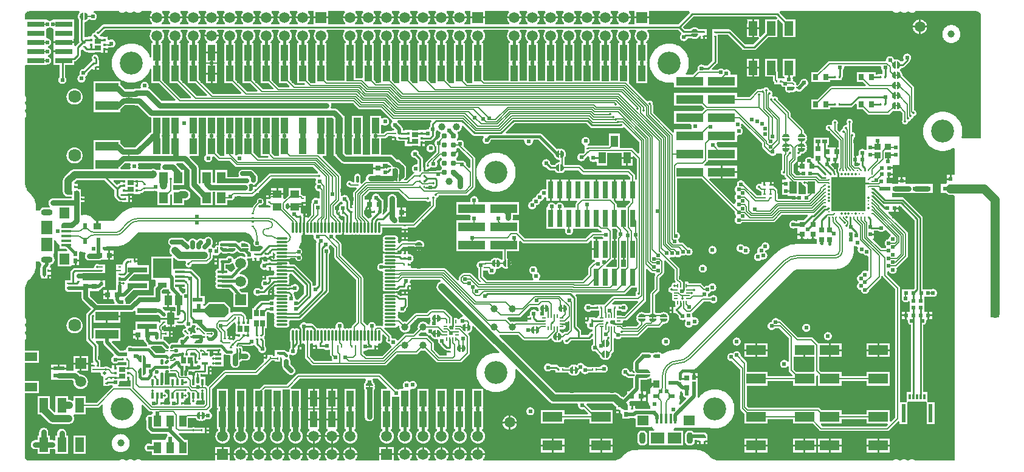
<source format=gtl>
G04*
G04 #@! TF.GenerationSoftware,Altium Limited,Altium Designer,21.0.9 (235)*
G04*
G04 Layer_Physical_Order=1*
G04 Layer_Color=255*
%FSLAX24Y24*%
%MOIN*%
G70*
G04*
G04 #@! TF.SameCoordinates,03FFB426-F04E-41D0-9F73-41BCBE92060F*
G04*
G04*
G04 #@! TF.FilePolarity,Positive*
G04*
G01*
G75*
%ADD10C,0.0098*%
%ADD12C,0.0118*%
%ADD14C,0.0100*%
%ADD15C,0.0060*%
%ADD16C,0.0059*%
%ADD17C,0.0200*%
%ADD18C,0.0079*%
%ADD22C,0.0080*%
%ADD23C,0.0090*%
%ADD45R,0.0276X0.0157*%
%ADD46R,0.0098X0.0157*%
%ADD47R,0.1000X0.1051*%
%ADD48R,0.0500X0.0300*%
%ADD49R,0.0394X0.0630*%
%ADD50O,0.0551X0.0157*%
%ADD51C,0.0093*%
%ADD54R,0.1083X0.0551*%
%ADD55R,0.0106X0.0118*%
%ADD56R,0.0217X0.0236*%
%ADD57R,0.1252X0.0500*%
%ADD58R,0.0236X0.1024*%
%ADD59R,0.0118X0.0315*%
%ADD60R,0.0197X0.0256*%
%ADD61R,0.0335X0.0236*%
%ADD62R,0.0335X0.0394*%
%ADD63R,0.0315X0.0295*%
%ADD64R,0.0472X0.0630*%
%ADD65R,0.1500X0.0500*%
%ADD66R,0.0402X0.0862*%
%ADD67R,0.0472X0.0787*%
%ADD68O,0.0650X0.0118*%
%ADD69O,0.0118X0.0650*%
%ADD70R,0.0472X0.0433*%
%ADD71R,0.0236X0.0335*%
%ADD72R,0.0394X0.0335*%
%ADD73R,0.0531X0.0157*%
%ADD74R,0.0610X0.0748*%
%ADD75R,0.0551X0.0630*%
%ADD76R,0.0256X0.0335*%
%ADD77C,0.0394*%
%ADD78R,0.0299X0.0945*%
%ADD79R,0.0295X0.0315*%
%ADD80R,0.0610X0.0236*%
%ADD81R,0.0709X0.0472*%
%ADD82R,0.0280X0.0362*%
%ADD83R,0.0165X0.0177*%
%ADD84R,0.0138X0.0354*%
%ADD85R,0.0394X0.0709*%
%ADD87R,0.0228X0.0197*%
%ADD88R,0.0315X0.0295*%
%ADD89R,0.0197X0.0236*%
%ADD90R,0.0433X0.0551*%
%ADD91R,0.1063X0.0315*%
%ADD92R,0.0177X0.0165*%
%ADD93R,0.0362X0.0280*%
%ADD96R,0.0551X0.0236*%
%ADD97R,0.0669X0.0236*%
%ADD98R,0.0098X0.0142*%
%ADD99R,0.0300X0.0320*%
%ADD100R,0.0118X0.0106*%
%ADD101R,0.0236X0.0197*%
%ADD102R,0.0256X0.0197*%
%ADD103R,0.0374X0.0335*%
%ADD104R,0.0236X0.0217*%
%ADD105R,0.0354X0.0138*%
%ADD106R,0.0630X0.0551*%
%ADD107R,0.0748X0.0610*%
%ADD108R,0.0157X0.0531*%
%ADD109R,0.0945X0.0299*%
%ADD193C,0.0065*%
%ADD194C,0.0065*%
%ADD195R,0.0177X0.0098*%
%ADD196R,0.0177X0.0187*%
%ADD197R,0.0630X0.0984*%
%ADD198C,0.0079*%
%ADD199O,0.0087X0.0256*%
%ADD200O,0.0256X0.0087*%
%ADD201C,0.0310*%
%ADD202R,0.1909X0.1909*%
%ADD203C,0.0108*%
%ADD204R,0.0354X0.0709*%
%ADD205R,0.0177X0.0098*%
%ADD206R,0.0177X0.0138*%
%ADD207C,0.0150*%
%ADD208C,0.0300*%
%ADD209C,0.0400*%
%ADD210C,0.0157*%
%ADD211C,0.0500*%
%ADD212C,0.0057*%
%ADD213C,0.0180*%
%ADD214C,0.0250*%
%ADD215C,0.0120*%
%ADD216C,0.0072*%
%ADD217R,0.0394X0.0630*%
%ADD218R,0.0150X0.0236*%
%ADD219R,0.1450X0.0420*%
%ADD220R,0.0620X0.1610*%
%ADD221C,0.0701*%
%ADD222C,0.0591*%
%ADD223R,0.0591X0.0591*%
%ADD224O,0.0630X0.0354*%
%ADD225C,0.0390*%
%ADD226R,0.0591X0.0591*%
%ADD227O,0.0354X0.0630*%
%ADD228C,0.1260*%
%ADD229C,0.0240*%
%ADD230C,0.0138*%
%ADD231C,0.0236*%
%ADD232C,0.0197*%
G36*
X52378Y12348D02*
X52406Y12344D01*
X52433Y12336D01*
X52458Y12325D01*
X52483Y12312D01*
X52506Y12295D01*
X52527Y12277D01*
X52545Y12256D01*
X52562Y12233D01*
X52575Y12208D01*
X52586Y12183D01*
X52594Y12156D01*
X52598Y12128D01*
X52600Y12103D01*
X52600Y12100D01*
Y5400D01*
X52581Y5380D01*
X51570D01*
X51532Y5450D01*
X51544Y5493D01*
X51558Y5556D01*
X51568Y5620D01*
X51573Y5685D01*
X51575Y5750D01*
X51573Y5815D01*
X51568Y5880D01*
X51558Y5944D01*
X51544Y6007D01*
X51527Y6070D01*
X51505Y6131D01*
X51481Y6191D01*
X51452Y6250D01*
X51420Y6306D01*
X51385Y6361D01*
X51347Y6413D01*
X51305Y6463D01*
X51260Y6510D01*
X51213Y6555D01*
X51163Y6597D01*
X51111Y6635D01*
X51056Y6670D01*
X51000Y6702D01*
X50941Y6731D01*
X50881Y6755D01*
X50820Y6777D01*
X50757Y6794D01*
X50694Y6808D01*
X50630Y6818D01*
X50565Y6823D01*
X50500Y6825D01*
X50435Y6823D01*
X50370Y6818D01*
X50306Y6808D01*
X50243Y6794D01*
X50180Y6777D01*
X50119Y6755D01*
X50059Y6731D01*
X50000Y6702D01*
X49944Y6670D01*
X49889Y6635D01*
X49837Y6597D01*
X49787Y6555D01*
X49740Y6510D01*
X49695Y6463D01*
X49653Y6413D01*
X49615Y6361D01*
X49580Y6306D01*
X49548Y6250D01*
X49519Y6191D01*
X49495Y6131D01*
X49473Y6070D01*
X49456Y6007D01*
X49442Y5944D01*
X49432Y5880D01*
X49427Y5815D01*
X49425Y5750D01*
X49427Y5685D01*
X49432Y5620D01*
X49442Y5556D01*
X49456Y5493D01*
X49473Y5430D01*
X49495Y5369D01*
X49519Y5309D01*
X49548Y5250D01*
X49580Y5194D01*
X49615Y5139D01*
X49653Y5087D01*
X49695Y5037D01*
X49740Y4990D01*
X49787Y4945D01*
X49837Y4903D01*
X49889Y4865D01*
X49944Y4830D01*
X50000Y4798D01*
X50059Y4769D01*
X50119Y4745D01*
X50180Y4723D01*
X50243Y4706D01*
X50306Y4692D01*
X50370Y4682D01*
X50435Y4677D01*
X50500Y4675D01*
X50565Y4677D01*
X50630Y4682D01*
X50694Y4692D01*
X50757Y4706D01*
X50820Y4723D01*
X50881Y4745D01*
X50941Y4769D01*
X51000Y4798D01*
X51056Y4830D01*
X51081Y4846D01*
X51151Y4810D01*
X51151Y3413D01*
X51135Y3350D01*
X50987D01*
Y3131D01*
X50937D01*
Y3081D01*
X50738D01*
Y2924D01*
X50698Y2871D01*
X50383D01*
Y2359D01*
X50698D01*
X50716Y2345D01*
X50718Y2344D01*
X50745Y2323D01*
X50775Y2306D01*
X50806Y2291D01*
X50838Y2279D01*
X50872Y2271D01*
X50906Y2266D01*
X50940Y2264D01*
X51102D01*
X51151Y2215D01*
X51150Y-12350D01*
X48998D01*
X48982Y-12332D01*
X48962Y-12314D01*
X48940Y-12298D01*
X48917Y-12285D01*
X48892Y-12275D01*
X48867Y-12268D01*
X48840Y-12263D01*
X48814Y-12262D01*
X48787Y-12263D01*
X48761Y-12268D01*
X48735Y-12275D01*
X48710Y-12285D01*
X48687Y-12298D01*
X48665Y-12314D01*
X48645Y-12332D01*
X48632Y-12346D01*
X48562D01*
X48549Y-12332D01*
X48529Y-12314D01*
X48507Y-12298D01*
X48484Y-12285D01*
X48459Y-12275D01*
X48434Y-12268D01*
X48407Y-12263D01*
X48381Y-12262D01*
X48354Y-12263D01*
X48328Y-12268D01*
X48302Y-12275D01*
X48277Y-12285D01*
X48254Y-12298D01*
X48232Y-12314D01*
X48212Y-12332D01*
X48199Y-12346D01*
X48129D01*
X48116Y-12332D01*
X48096Y-12314D01*
X48074Y-12298D01*
X48051Y-12285D01*
X48026Y-12275D01*
X48001Y-12268D01*
X47974Y-12263D01*
X47948Y-12262D01*
X47921Y-12263D01*
X47895Y-12268D01*
X47869Y-12275D01*
X47844Y-12285D01*
X47821Y-12298D01*
X47799Y-12314D01*
X47779Y-12332D01*
X47763Y-12350D01*
X38331D01*
X38326Y-12350D01*
X38270Y-12348D01*
X38211Y-12342D01*
X38151Y-12332D01*
X38093Y-12319D01*
X38035Y-12301D01*
X37979Y-12280D01*
X37924Y-12255D01*
X37871Y-12227D01*
X37820Y-12195D01*
X37771Y-12160D01*
X37724Y-12122D01*
X37683Y-12083D01*
X37681Y-12080D01*
X37615Y-12015D01*
X37615Y-12015D01*
X37572Y-11974D01*
X37564Y-11968D01*
X37526Y-11937D01*
X37478Y-11902D01*
X37428Y-11871D01*
X37375Y-11843D01*
X37321Y-11818D01*
X37266Y-11798D01*
X37209Y-11780D01*
X37151Y-11767D01*
X37093Y-11757D01*
X37044Y-11752D01*
X37034Y-11751D01*
X36975Y-11750D01*
Y-11750D01*
X36901D01*
X33752Y-11750D01*
X33751Y-11750D01*
X33678D01*
Y-11750D01*
X33619Y-11752D01*
X33609Y-11752D01*
X33560Y-11757D01*
X33501Y-11767D01*
X33444Y-11780D01*
X33387Y-11798D01*
X33332Y-11818D01*
X33278Y-11843D01*
X33225Y-11871D01*
X33175Y-11902D01*
X33127Y-11937D01*
X33089Y-11968D01*
X33081Y-11974D01*
X33038Y-12015D01*
X33038Y-12015D01*
X32972Y-12080D01*
X32972Y-12080D01*
X32922Y-12127D01*
X32882Y-12160D01*
X32833Y-12195D01*
X32782Y-12227D01*
X32729Y-12255D01*
X32674Y-12280D01*
X32618Y-12301D01*
X32560Y-12319D01*
X32502Y-12332D01*
X32442Y-12342D01*
X32391Y-12347D01*
X32322Y-12350D01*
X32322Y-12350D01*
X32322Y-12350D01*
X25307D01*
X25280Y-12281D01*
X25280Y-12280D01*
X25306Y-12251D01*
X25329Y-12220D01*
X25349Y-12187D01*
X25366Y-12151D01*
X25379Y-12115D01*
X25388Y-12077D01*
X25392Y-12050D01*
X24608D01*
X24612Y-12077D01*
X24621Y-12115D01*
X24634Y-12151D01*
X24651Y-12187D01*
X24671Y-12220D01*
X24694Y-12251D01*
X24720Y-12280D01*
X24720Y-12281D01*
X24693Y-12350D01*
X24307D01*
X24280Y-12281D01*
X24280Y-12280D01*
X24306Y-12251D01*
X24329Y-12220D01*
X24349Y-12187D01*
X24366Y-12151D01*
X24379Y-12115D01*
X24388Y-12077D01*
X24392Y-12050D01*
X23608D01*
X23612Y-12077D01*
X23621Y-12115D01*
X23634Y-12151D01*
X23651Y-12187D01*
X23671Y-12220D01*
X23694Y-12251D01*
X23720Y-12280D01*
X23720Y-12281D01*
X23693Y-12350D01*
X23307D01*
X23280Y-12281D01*
X23280Y-12280D01*
X23306Y-12251D01*
X23329Y-12220D01*
X23349Y-12187D01*
X23366Y-12151D01*
X23379Y-12115D01*
X23388Y-12077D01*
X23392Y-12050D01*
X22608D01*
X22612Y-12077D01*
X22621Y-12115D01*
X22634Y-12151D01*
X22651Y-12187D01*
X22671Y-12220D01*
X22694Y-12251D01*
X22720Y-12280D01*
X22720Y-12281D01*
X22693Y-12350D01*
X22307D01*
X22280Y-12281D01*
X22280Y-12280D01*
X22306Y-12251D01*
X22329Y-12220D01*
X22349Y-12187D01*
X22366Y-12151D01*
X22379Y-12115D01*
X22388Y-12077D01*
X22392Y-12050D01*
X21608D01*
X21612Y-12077D01*
X21621Y-12115D01*
X21634Y-12151D01*
X21651Y-12187D01*
X21671Y-12220D01*
X21694Y-12251D01*
X21720Y-12280D01*
X21720Y-12281D01*
X21693Y-12350D01*
X21307D01*
X21280Y-12281D01*
X21280Y-12280D01*
X21306Y-12251D01*
X21329Y-12220D01*
X21349Y-12187D01*
X21366Y-12151D01*
X21379Y-12115D01*
X21388Y-12077D01*
X21392Y-12050D01*
X20608D01*
X20612Y-12077D01*
X20621Y-12115D01*
X20634Y-12151D01*
X20651Y-12187D01*
X20671Y-12220D01*
X20694Y-12251D01*
X20720Y-12280D01*
X20720Y-12281D01*
X20693Y-12350D01*
X20395D01*
Y-12050D01*
X19605D01*
Y-12350D01*
X18307D01*
X18280Y-12281D01*
X18280Y-12280D01*
X18306Y-12251D01*
X18329Y-12220D01*
X18349Y-12187D01*
X18366Y-12151D01*
X18379Y-12115D01*
X18388Y-12077D01*
X18392Y-12050D01*
X17608D01*
X17612Y-12077D01*
X17621Y-12115D01*
X17634Y-12151D01*
X17651Y-12187D01*
X17671Y-12220D01*
X17694Y-12251D01*
X17720Y-12280D01*
X17720Y-12281D01*
X17693Y-12350D01*
X17307D01*
X17280Y-12281D01*
X17280Y-12280D01*
X17306Y-12251D01*
X17329Y-12220D01*
X17349Y-12187D01*
X17366Y-12151D01*
X17379Y-12115D01*
X17388Y-12077D01*
X17392Y-12050D01*
X16608D01*
X16612Y-12077D01*
X16621Y-12115D01*
X16634Y-12151D01*
X16651Y-12187D01*
X16671Y-12220D01*
X16694Y-12251D01*
X16720Y-12280D01*
X16720Y-12281D01*
X16693Y-12350D01*
X16307D01*
X16280Y-12281D01*
X16280Y-12280D01*
X16306Y-12251D01*
X16329Y-12220D01*
X16349Y-12187D01*
X16366Y-12151D01*
X16379Y-12115D01*
X16388Y-12077D01*
X16392Y-12050D01*
X15608D01*
X15612Y-12077D01*
X15621Y-12115D01*
X15634Y-12151D01*
X15651Y-12187D01*
X15671Y-12220D01*
X15694Y-12251D01*
X15720Y-12280D01*
X15720Y-12281D01*
X15693Y-12350D01*
X15307D01*
X15280Y-12281D01*
X15280Y-12280D01*
X15306Y-12251D01*
X15329Y-12220D01*
X15349Y-12187D01*
X15366Y-12151D01*
X15379Y-12115D01*
X15388Y-12077D01*
X15392Y-12050D01*
X14608D01*
X14612Y-12077D01*
X14621Y-12115D01*
X14634Y-12151D01*
X14651Y-12187D01*
X14671Y-12220D01*
X14694Y-12251D01*
X14720Y-12280D01*
X14720Y-12281D01*
X14693Y-12350D01*
X14307D01*
X14280Y-12281D01*
X14280Y-12280D01*
X14306Y-12251D01*
X14329Y-12220D01*
X14349Y-12187D01*
X14366Y-12151D01*
X14379Y-12115D01*
X14388Y-12077D01*
X14392Y-12050D01*
X13608D01*
X13612Y-12077D01*
X13621Y-12115D01*
X13634Y-12151D01*
X13651Y-12187D01*
X13671Y-12220D01*
X13694Y-12251D01*
X13720Y-12280D01*
X13720Y-12281D01*
X13693Y-12350D01*
X13307D01*
X13280Y-12281D01*
X13280Y-12280D01*
X13306Y-12251D01*
X13329Y-12220D01*
X13349Y-12187D01*
X13366Y-12151D01*
X13379Y-12115D01*
X13388Y-12077D01*
X13392Y-12050D01*
X12608D01*
X12612Y-12077D01*
X12621Y-12115D01*
X12634Y-12151D01*
X12651Y-12187D01*
X12671Y-12220D01*
X12694Y-12251D01*
X12720Y-12280D01*
X12720Y-12281D01*
X12693Y-12350D01*
X12307D01*
X12280Y-12281D01*
X12280Y-12280D01*
X12306Y-12251D01*
X12329Y-12220D01*
X12349Y-12187D01*
X12366Y-12151D01*
X12379Y-12115D01*
X12388Y-12077D01*
X12392Y-12050D01*
X11608D01*
X11612Y-12077D01*
X11621Y-12115D01*
X11634Y-12151D01*
X11651Y-12187D01*
X11671Y-12220D01*
X11694Y-12251D01*
X11720Y-12280D01*
X11720Y-12281D01*
X11693Y-12350D01*
X11395D01*
Y-12050D01*
X10605D01*
Y-12350D01*
X6549D01*
X6533Y-12332D01*
X6513Y-12314D01*
X6492Y-12298D01*
X6468Y-12285D01*
X6444Y-12275D01*
X6418Y-12268D01*
X6392Y-12263D01*
X6365Y-12262D01*
X6338Y-12263D01*
X6312Y-12268D01*
X6286Y-12275D01*
X6262Y-12285D01*
X6238Y-12298D01*
X6216Y-12314D01*
X6197Y-12332D01*
X6184Y-12346D01*
X6113D01*
X6100Y-12332D01*
X6080Y-12314D01*
X6059Y-12298D01*
X6035Y-12285D01*
X6011Y-12275D01*
X5985Y-12268D01*
X5959Y-12263D01*
X5932Y-12262D01*
X5905Y-12263D01*
X5879Y-12268D01*
X5853Y-12275D01*
X5829Y-12285D01*
X5805Y-12298D01*
X5784Y-12314D01*
X5764Y-12332D01*
X5751Y-12346D01*
X5680D01*
X5667Y-12332D01*
X5647Y-12314D01*
X5626Y-12298D01*
X5602Y-12285D01*
X5578Y-12275D01*
X5552Y-12268D01*
X5526Y-12263D01*
X5499Y-12262D01*
X5472Y-12263D01*
X5446Y-12268D01*
X5420Y-12275D01*
X5396Y-12285D01*
X5372Y-12298D01*
X5350Y-12314D01*
X5331Y-12332D01*
X5315Y-12350D01*
X400D01*
X397Y-12350D01*
X372Y-12348D01*
X344Y-12344D01*
X317Y-12336D01*
X292Y-12325D01*
X267Y-12312D01*
X244Y-12295D01*
X223Y-12277D01*
X205Y-12256D01*
X188Y-12233D01*
X175Y-12208D01*
X164Y-12183D01*
X159Y-12166D01*
X150Y-12100D01*
X150Y-12100D01*
X150Y-12100D01*
Y-8633D01*
X939D01*
Y-7961D01*
X150D01*
Y-6979D01*
X939D01*
Y-6307D01*
X150D01*
Y-5714D01*
X168Y-5698D01*
X186Y-5678D01*
X202Y-5656D01*
X215Y-5633D01*
X225Y-5608D01*
X232Y-5583D01*
X237Y-5556D01*
X238Y-5530D01*
X237Y-5503D01*
X232Y-5477D01*
X225Y-5451D01*
X215Y-5426D01*
X202Y-5403D01*
X186Y-5381D01*
X168Y-5361D01*
X154Y-5348D01*
Y-5278D01*
X168Y-5265D01*
X186Y-5245D01*
X202Y-5223D01*
X215Y-5200D01*
X225Y-5175D01*
X232Y-5150D01*
X237Y-5123D01*
X238Y-5097D01*
X237Y-5070D01*
X232Y-5044D01*
X225Y-5018D01*
X215Y-4993D01*
X202Y-4970D01*
X186Y-4948D01*
X168Y-4928D01*
X154Y-4915D01*
Y-4845D01*
X168Y-4832D01*
X186Y-4812D01*
X202Y-4790D01*
X215Y-4767D01*
X225Y-4742D01*
X232Y-4717D01*
X237Y-4690D01*
X238Y-4664D01*
X237Y-4637D01*
X232Y-4611D01*
X225Y-4585D01*
X215Y-4560D01*
X202Y-4537D01*
X186Y-4515D01*
X168Y-4495D01*
X150Y-4479D01*
Y-3004D01*
X150Y-3000D01*
X152Y-2944D01*
X158Y-2884D01*
X168Y-2825D01*
X181Y-2766D01*
X199Y-2708D01*
X220Y-2652D01*
X245Y-2597D01*
X273Y-2544D01*
X305Y-2493D01*
X340Y-2444D01*
X378Y-2398D01*
X417Y-2357D01*
X420Y-2354D01*
X485Y-2289D01*
X485Y-2289D01*
X526Y-2245D01*
X532Y-2238D01*
X563Y-2200D01*
X598Y-2151D01*
X629Y-2101D01*
X657Y-2049D01*
X682Y-1995D01*
X702Y-1939D01*
X720Y-1883D01*
X733Y-1825D01*
X743Y-1767D01*
X748Y-1717D01*
X749Y-1708D01*
X750Y-1648D01*
X750D01*
Y-1396D01*
X968Y-1396D01*
X977Y-1420D01*
X992Y-1447D01*
X1010Y-1472D01*
X1031Y-1496D01*
X1042Y-1505D01*
X1054Y-1541D01*
X1054Y-1591D01*
X1051Y-1598D01*
X1050Y-1599D01*
X1035Y-1621D01*
X1024Y-1645D01*
X1015Y-1669D01*
X1010Y-1695D01*
X1008Y-1721D01*
Y-2140D01*
X1010Y-2166D01*
X1015Y-2192D01*
X1024Y-2217D01*
X1035Y-2240D01*
X1050Y-2262D01*
X1063Y-2277D01*
Y-2349D01*
X1391D01*
Y-2223D01*
X1394Y-2217D01*
X1402Y-2192D01*
X1403Y-2190D01*
X1441D01*
Y-2140D01*
X1594D01*
Y-2069D01*
X1594D01*
Y-1960D01*
X1441D01*
Y-1860D01*
X1594D01*
Y-1751D01*
X1561D01*
X1533Y-1702D01*
X1528Y-1681D01*
X1539Y-1665D01*
X1550Y-1641D01*
X1559Y-1617D01*
X1564Y-1591D01*
X1565Y-1570D01*
X1595Y-1561D01*
X1624Y-1549D01*
X1651Y-1534D01*
X1676Y-1516D01*
X1699Y-1496D01*
X1720Y-1472D01*
X1738Y-1447D01*
X1753Y-1420D01*
X1765Y-1391D01*
X1774Y-1361D01*
X1779Y-1330D01*
X1781Y-1299D01*
X1779Y-1268D01*
X1774Y-1237D01*
X1765Y-1208D01*
X1753Y-1179D01*
X1738Y-1152D01*
X1720Y-1126D01*
X1711Y-1116D01*
X1711Y-996D01*
X1761Y-946D01*
X1770D01*
Y-246D01*
X1840Y-233D01*
X1842Y-239D01*
X1863Y-283D01*
X1887Y-326D01*
X1914Y-366D01*
X1944Y-405D01*
X1978Y-441D01*
X2013Y-474D01*
X2052Y-504D01*
X2053Y-505D01*
Y-691D01*
X2396D01*
X2485Y-780D01*
X2458Y-845D01*
X1954D01*
Y-1675D01*
X2705D01*
Y-1641D01*
X2737Y-1585D01*
X2886D01*
Y-1357D01*
X2936D01*
Y-1307D01*
X3134D01*
Y-1211D01*
Y-887D01*
X3204Y-845D01*
X3213Y-850D01*
X3259Y-867D01*
X3306Y-880D01*
X3354Y-889D01*
X3403Y-895D01*
X3452Y-897D01*
X3452Y-897D01*
X3461Y-905D01*
X3489Y-966D01*
X3488Y-967D01*
X3474Y-991D01*
X3464Y-1017D01*
X3456Y-1044D01*
X3451Y-1072D01*
X3450Y-1100D01*
X3451Y-1128D01*
X3456Y-1156D01*
X3464Y-1183D01*
X3474Y-1209D01*
X3488Y-1233D01*
X3504Y-1256D01*
X3523Y-1277D01*
X3544Y-1296D01*
X3567Y-1312D01*
X3591Y-1326D01*
X3617Y-1336D01*
X3644Y-1344D01*
X3672Y-1349D01*
X3700Y-1350D01*
X3728Y-1349D01*
X3756Y-1344D01*
X3760Y-1343D01*
X4200D01*
X4228Y-1341D01*
X4256Y-1337D01*
X4283Y-1329D01*
X4309Y-1318D01*
X4310Y-1317D01*
X4508D01*
Y-1317D01*
X4544D01*
Y-1317D01*
X4742D01*
Y-1060D01*
Y-803D01*
X4611D01*
Y-710D01*
X4458D01*
Y-610D01*
X4611D01*
Y-564D01*
X5176D01*
X5177Y-564D01*
X5238Y-562D01*
X5301Y-556D01*
X5362Y-547D01*
X5423Y-534D01*
X5484Y-517D01*
X5543Y-497D01*
X5600Y-473D01*
X5657Y-445D01*
X5711Y-415D01*
X5763Y-381D01*
X5814Y-344D01*
X5862Y-304D01*
X5906Y-262D01*
X5907Y-261D01*
X6361Y192D01*
X12208D01*
Y192D01*
X12250Y190D01*
X12333Y174D01*
X12410Y142D01*
X12480Y95D01*
X12512Y67D01*
X12708Y-211D01*
X12728Y-240D01*
X12730Y-243D01*
X12735Y-250D01*
X12746Y-265D01*
X12746Y-265D01*
X12733Y-280D01*
X12720Y-300D01*
X12720Y-300D01*
X12709Y-321D01*
X12702Y-343D01*
X12697Y-366D01*
X12696Y-390D01*
X12697Y-414D01*
X12702Y-437D01*
X12709Y-459D01*
X12720Y-480D01*
X12733Y-500D01*
X12749Y-518D01*
X12766Y-533D01*
X12786Y-546D01*
X12807Y-557D01*
X12829Y-564D01*
X12853Y-569D01*
X12876Y-570D01*
X12900Y-569D01*
X12923Y-564D01*
X12945Y-557D01*
X12966Y-546D01*
X12986Y-533D01*
X13004Y-518D01*
X13015Y-505D01*
X13050Y-524D01*
X13099Y-546D01*
X13150Y-565D01*
X13188Y-576D01*
X13189Y-577D01*
X13204Y-601D01*
X13215Y-649D01*
X13194Y-671D01*
X13192Y-672D01*
X13174Y-687D01*
X13023Y-838D01*
X12955Y-845D01*
X12955Y-845D01*
X12955Y-845D01*
X12637D01*
X12637Y-845D01*
Y-845D01*
X12637Y-845D01*
X12573Y-831D01*
X12570Y-829D01*
X12570Y-829D01*
X12542Y-809D01*
X12528Y-758D01*
X12536Y-733D01*
X12535Y-733D01*
X12538Y-721D01*
X12540Y-700D01*
X12538Y-680D01*
X12534Y-660D01*
X12526Y-641D01*
X12525Y-640D01*
X12526Y-639D01*
X12534Y-620D01*
X12538Y-600D01*
X12540Y-580D01*
X12538Y-559D01*
X12535Y-547D01*
X12536Y-547D01*
X12528Y-522D01*
X12515Y-491D01*
X12515Y-491D01*
X12512Y-484D01*
X12499Y-461D01*
X12479Y-433D01*
X12456Y-407D01*
X12430Y-384D01*
X12403Y-365D01*
X12373Y-348D01*
X12341Y-335D01*
X12308Y-325D01*
X12274Y-320D01*
X12248Y-318D01*
X12244Y-315D01*
X12220Y-299D01*
X12194Y-286D01*
X12167Y-277D01*
X12139Y-271D01*
X12110Y-270D01*
X12081Y-271D01*
X12053Y-277D01*
X12026Y-286D01*
X12000Y-299D01*
X11976Y-315D01*
X11954Y-334D01*
X11939Y-352D01*
X11933Y-356D01*
X11866Y-366D01*
X11850Y-362D01*
X11819Y-331D01*
X11801Y-315D01*
X11782Y-303D01*
X11762Y-292D01*
X11740Y-285D01*
X11717Y-281D01*
X11695Y-279D01*
X10940D01*
X10917Y-281D01*
X10895Y-285D01*
X10873Y-292D01*
X10852Y-303D01*
X10833Y-315D01*
X10816Y-331D01*
X10807Y-340D01*
X10791Y-334D01*
Y-362D01*
X10788Y-367D01*
X10778Y-387D01*
X10777Y-390D01*
X10768Y-405D01*
X10759Y-426D01*
X10754Y-448D01*
X10752Y-471D01*
X10741D01*
Y-482D01*
X10718Y-484D01*
X10696Y-489D01*
X10675Y-498D01*
X10655Y-510D01*
X10642Y-521D01*
X10604D01*
X10611Y-538D01*
X10618Y-550D01*
X10611Y-562D01*
X10602Y-583D01*
X10596Y-606D01*
X10595Y-629D01*
X10595Y-637D01*
X10593Y-637D01*
X10566Y-646D01*
X10540Y-659D01*
X10516Y-675D01*
X10471Y-649D01*
X10449Y-630D01*
X10428Y-616D01*
X10425Y-613D01*
X10409Y-571D01*
X10405Y-549D01*
X10408Y-530D01*
X10415Y-519D01*
X10428Y-492D01*
X10438Y-464D01*
X10444Y-435D01*
X10445Y-406D01*
Y-270D01*
X10444Y-241D01*
X10438Y-212D01*
X10428Y-184D01*
X10415Y-157D01*
X10399Y-133D01*
X10379Y-111D01*
X10357Y-91D01*
X10333Y-75D01*
X10306Y-62D01*
X10278Y-52D01*
X10249Y-46D01*
X10220Y-45D01*
X10191Y-46D01*
X10162Y-52D01*
X10134Y-62D01*
X10107Y-75D01*
X10083Y-91D01*
X10061Y-111D01*
X10041Y-133D01*
X10025Y-157D01*
X10021Y-165D01*
X10002Y-176D01*
X9973Y-183D01*
X9938Y-182D01*
X9937Y-181D01*
X9913Y-165D01*
X9886Y-152D01*
X9858Y-142D01*
X9829Y-136D01*
X9800Y-135D01*
X9771Y-136D01*
X9742Y-142D01*
X9714Y-152D01*
X9687Y-165D01*
X9663Y-181D01*
X9641Y-201D01*
X9623Y-218D01*
X9597Y-223D01*
X9530Y-212D01*
X9529Y-211D01*
X9529Y-211D01*
X9519Y-201D01*
X9497Y-181D01*
X9473Y-165D01*
X9446Y-152D01*
X9418Y-142D01*
X9389Y-136D01*
X9360Y-135D01*
X9331Y-136D01*
X9302Y-142D01*
X9274Y-152D01*
X9247Y-165D01*
X9223Y-181D01*
X9201Y-201D01*
X9181Y-223D01*
X9165Y-247D01*
X9152Y-274D01*
X9145Y-293D01*
X9120Y-306D01*
X9068Y-315D01*
X8914Y-161D01*
X8891Y-141D01*
X8867Y-125D01*
X8840Y-112D01*
X8812Y-102D01*
X8784Y-96D01*
X8754Y-95D01*
X8754Y-95D01*
X8240D01*
X8211Y-96D01*
X8182Y-102D01*
X8154Y-112D01*
X8127Y-125D01*
X8103Y-141D01*
X8081Y-161D01*
X8061Y-183D01*
X8045Y-207D01*
X8032Y-234D01*
X8022Y-262D01*
X8016Y-291D01*
X8015Y-320D01*
X8016Y-349D01*
X8022Y-378D01*
X8032Y-406D01*
X8045Y-433D01*
X8061Y-457D01*
X8081Y-479D01*
X8103Y-499D01*
X8127Y-515D01*
X8144Y-524D01*
X8156Y-546D01*
X8163Y-604D01*
X8155Y-613D01*
X8136Y-640D01*
X8119Y-670D01*
X8106Y-701D01*
X8097Y-733D01*
X8091Y-766D01*
X8090Y-800D01*
X8091Y-834D01*
X8097Y-867D01*
X8106Y-899D01*
X8119Y-930D01*
X8136Y-960D01*
X8155Y-987D01*
X8178Y-1012D01*
X8234Y-1069D01*
X8205Y-1139D01*
X7080D01*
Y-2390D01*
X7281D01*
X7330Y-2440D01*
Y-2721D01*
X7291Y-2760D01*
X7271Y-2782D01*
X7255Y-2807D01*
X7242Y-2833D01*
X7232Y-2861D01*
X7226Y-2890D01*
X7225Y-2920D01*
X7225Y-2920D01*
Y-3265D01*
X6450D01*
X6450Y-3265D01*
X6421Y-3266D01*
X6392Y-3272D01*
X6364Y-3282D01*
X6337Y-3295D01*
X6313Y-3311D01*
X6291Y-3331D01*
X6291Y-3331D01*
X5897Y-3725D01*
X5731D01*
X5708Y-3706D01*
X5677Y-3655D01*
X5679Y-3649D01*
X5680Y-3620D01*
X5679Y-3591D01*
X5673Y-3563D01*
X5664Y-3536D01*
X5651Y-3510D01*
X5635Y-3486D01*
X5634Y-3485D01*
X5633Y-3461D01*
X5644Y-3422D01*
X5655Y-3406D01*
X5657Y-3405D01*
X5680Y-3394D01*
X5702Y-3379D01*
X5722Y-3362D01*
X6103Y-2981D01*
X6971D01*
Y-2466D01*
X5875D01*
X5848Y-2401D01*
X6135Y-2114D01*
X6971D01*
Y-1599D01*
X6389D01*
X6335Y-1559D01*
Y-1450D01*
X6182D01*
Y-1400D01*
X6132D01*
Y-1241D01*
X5805D01*
Y-1250D01*
X5782D01*
X5758Y-1251D01*
X5735Y-1257D01*
X5713Y-1266D01*
X5693Y-1278D01*
X5675Y-1294D01*
X5574Y-1395D01*
X5558Y-1413D01*
X5546Y-1433D01*
X5537Y-1455D01*
X5531Y-1478D01*
X5530Y-1502D01*
Y-1558D01*
X5171D01*
Y-1568D01*
X4910D01*
Y-2160D01*
Y-2752D01*
X5160D01*
Y-2963D01*
X4960Y-2963D01*
X4908Y-2963D01*
X4744D01*
Y-3220D01*
Y-3477D01*
X4908D01*
X4942Y-3477D01*
X4987Y-3477D01*
X5025Y-3516D01*
X5027Y-3542D01*
X5032Y-3568D01*
X5041Y-3592D01*
X5052Y-3616D01*
X5067Y-3638D01*
X5081Y-3655D01*
X5079Y-3678D01*
X5060Y-3725D01*
X4153D01*
X3725Y-3297D01*
Y-3023D01*
X4227D01*
Y-2974D01*
X4249Y-2969D01*
X4274Y-2961D01*
X4297Y-2949D01*
X4319Y-2935D01*
X4339Y-2917D01*
X4450Y-2806D01*
X4549D01*
Y-2752D01*
X4810D01*
Y-2160D01*
Y-1568D01*
X4549D01*
Y-1558D01*
X4232D01*
X4225Y-1553D01*
X4205Y-1544D01*
X4184Y-1537D01*
X4162Y-1532D01*
X4140Y-1531D01*
X4118Y-1532D01*
X4096Y-1537D01*
X4075Y-1544D01*
X4055Y-1553D01*
X4037Y-1566D01*
X4020Y-1580D01*
X4006Y-1597D01*
X3993Y-1615D01*
X3984Y-1635D01*
X3977Y-1656D01*
X3972Y-1678D01*
X3971Y-1700D01*
X3924Y-1745D01*
X3907Y-1754D01*
X2906D01*
X2882Y-1755D01*
X2859Y-1761D01*
X2838Y-1770D01*
X2817Y-1782D01*
X2800Y-1798D01*
X2694Y-1904D01*
X2678Y-1922D01*
X2666Y-1942D01*
X2657Y-1963D01*
X2651Y-1986D01*
X2650Y-2010D01*
Y-2445D01*
X2361D01*
Y-2800D01*
X2356Y-2813D01*
X2351Y-2839D01*
X2350Y-2865D01*
X2351Y-2891D01*
X2356Y-2917D01*
X2361Y-2930D01*
Y-2975D01*
X2383D01*
X2391Y-2987D01*
X2408Y-3007D01*
X2428Y-3024D01*
X2450Y-3039D01*
X2473Y-3050D01*
X2498Y-3059D01*
X2524Y-3064D01*
X2550Y-3065D01*
X3275D01*
Y-3390D01*
X3275Y-3390D01*
X3276Y-3419D01*
X3282Y-3448D01*
X3292Y-3476D01*
X3305Y-3503D01*
X3321Y-3527D01*
X3341Y-3549D01*
X3794Y-4003D01*
X3554Y-4244D01*
X3538Y-4262D01*
X3526Y-4282D01*
X3517Y-4304D01*
X3511Y-4326D01*
X3510Y-4350D01*
Y-5650D01*
X3511Y-5674D01*
X3517Y-5696D01*
X3526Y-5718D01*
X3538Y-5738D01*
X3554Y-5756D01*
X3882Y-6085D01*
Y-6794D01*
X3884Y-6818D01*
X3890Y-6841D01*
X3895Y-6854D01*
X3896Y-6855D01*
X3905Y-6877D01*
X3915Y-6895D01*
X3913Y-6907D01*
X3887Y-6965D01*
X3780D01*
Y-7068D01*
X3939D01*
Y-7168D01*
X3780D01*
Y-7271D01*
Y-7495D01*
X4245D01*
X4253Y-7497D01*
X4311Y-7540D01*
X4313Y-7563D01*
X4313Y-7566D01*
X4318Y-7591D01*
X4326Y-7616D01*
X4338Y-7639D01*
X4352Y-7661D01*
X4369Y-7681D01*
X4389Y-7698D01*
X4411Y-7712D01*
X4434Y-7724D01*
X4459Y-7732D01*
X4471Y-7735D01*
Y-8021D01*
Y-8245D01*
X4789D01*
Y-8190D01*
X4941D01*
X4954Y-8206D01*
X4972Y-8222D01*
X4977Y-8258D01*
X4971Y-8297D01*
X4968Y-8302D01*
X4964Y-8305D01*
X4948Y-8318D01*
X4089Y-9177D01*
X3497D01*
Y-8814D01*
X2824D01*
Y-9021D01*
X2815Y-9031D01*
X2754Y-9057D01*
X2749Y-9053D01*
X2719Y-9037D01*
X2688Y-9024D01*
X2656Y-9014D01*
X2623Y-9009D01*
X2589Y-9007D01*
X2512D01*
Y-8814D01*
X1840D01*
Y-9660D01*
X1770Y-9689D01*
X1528Y-9447D01*
Y-8814D01*
X856D01*
Y-9801D01*
X1032D01*
X1464Y-10232D01*
X1489Y-10255D01*
X1516Y-10274D01*
X1546Y-10291D01*
X1577Y-10304D01*
X1609Y-10313D01*
X1643Y-10319D01*
X1676Y-10320D01*
X2566D01*
X2600Y-10319D01*
X2633Y-10313D01*
X2666Y-10304D01*
X2697Y-10291D01*
X2726Y-10274D01*
X2754Y-10255D01*
X2779Y-10232D01*
X2801Y-10207D01*
X2821Y-10180D01*
X2837Y-10150D01*
X2850Y-10119D01*
X2859Y-10087D01*
X2865Y-10054D01*
X2867Y-10020D01*
X2865Y-9986D01*
X2859Y-9953D01*
X2850Y-9921D01*
X2837Y-9890D01*
X2827Y-9871D01*
X2838Y-9836D01*
X2865Y-9801D01*
X3497D01*
Y-9437D01*
X4143D01*
X4163Y-9436D01*
X4183Y-9431D01*
X4202Y-9423D01*
X4219Y-9412D01*
X4235Y-9399D01*
X4382Y-9251D01*
X4447Y-9286D01*
X4442Y-9306D01*
X4432Y-9370D01*
X4427Y-9435D01*
X4425Y-9500D01*
X4427Y-9565D01*
X4432Y-9630D01*
X4442Y-9694D01*
X4456Y-9757D01*
X4473Y-9820D01*
X4495Y-9881D01*
X4519Y-9941D01*
X4548Y-10000D01*
X4580Y-10056D01*
X4615Y-10111D01*
X4653Y-10163D01*
X4695Y-10213D01*
X4740Y-10260D01*
X4787Y-10305D01*
X4837Y-10347D01*
X4889Y-10385D01*
X4944Y-10420D01*
X5000Y-10452D01*
X5059Y-10481D01*
X5119Y-10505D01*
X5180Y-10527D01*
X5243Y-10544D01*
X5306Y-10558D01*
X5370Y-10568D01*
X5435Y-10573D01*
X5500Y-10575D01*
X5565Y-10573D01*
X5630Y-10568D01*
X5694Y-10558D01*
X5757Y-10544D01*
X5820Y-10527D01*
X5881Y-10505D01*
X5941Y-10481D01*
X6000Y-10452D01*
X6056Y-10420D01*
X6111Y-10385D01*
X6163Y-10347D01*
X6213Y-10305D01*
X6260Y-10260D01*
X6305Y-10213D01*
X6347Y-10163D01*
X6385Y-10111D01*
X6420Y-10056D01*
X6452Y-10000D01*
X6481Y-9941D01*
X6505Y-9881D01*
X6527Y-9820D01*
X6544Y-9757D01*
X6558Y-9694D01*
X6568Y-9630D01*
X6573Y-9565D01*
X6575Y-9500D01*
X6573Y-9435D01*
X6568Y-9370D01*
X6559Y-9311D01*
X6564Y-9304D01*
X6628Y-9282D01*
X6958Y-9612D01*
X6974Y-9625D01*
X6991Y-9636D01*
X7010Y-9644D01*
X7030Y-9648D01*
X7050Y-9650D01*
X7135D01*
X7178Y-9710D01*
X7151Y-9757D01*
X7134D01*
Y-9773D01*
X7132Y-9779D01*
X7103Y-9804D01*
X7064Y-9824D01*
X7049Y-9821D01*
X7020Y-9820D01*
X6991Y-9821D01*
X6963Y-9827D01*
X6936Y-9836D01*
X6910Y-9849D01*
X6886Y-9865D01*
X6864Y-9884D01*
X6845Y-9906D01*
X6829Y-9930D01*
X6816Y-9956D01*
X6807Y-9983D01*
X6801Y-10011D01*
X6800Y-10040D01*
X6801Y-10069D01*
X6807Y-10097D01*
X6816Y-10124D01*
X6820Y-10131D01*
Y-10530D01*
X6821Y-10556D01*
X6826Y-10582D01*
X6835Y-10607D01*
X6846Y-10630D01*
X6861Y-10652D01*
X6878Y-10672D01*
X7028Y-10822D01*
X7048Y-10839D01*
X7070Y-10854D01*
X7093Y-10865D01*
X7118Y-10874D01*
X7144Y-10879D01*
X7170Y-10880D01*
X7949D01*
X7972Y-10904D01*
X7976Y-10923D01*
X7967Y-10991D01*
X7964Y-10994D01*
X7945Y-11016D01*
X7929Y-11040D01*
X7916Y-11066D01*
X7907Y-11093D01*
X7901Y-11121D01*
X7900Y-11150D01*
X7854Y-11204D01*
X7837Y-11213D01*
X7823D01*
Y-11215D01*
X7728D01*
Y-11213D01*
X7134D01*
Y-11428D01*
X7058D01*
X7034Y-11416D01*
X7007Y-11407D01*
X6979Y-11401D01*
X6950Y-11400D01*
X6921Y-11401D01*
X6893Y-11407D01*
X6866Y-11416D01*
X6840Y-11429D01*
X6816Y-11445D01*
X6794Y-11464D01*
X6775Y-11486D01*
X6759Y-11510D01*
X6746Y-11536D01*
X6737Y-11563D01*
X6731Y-11591D01*
X6730Y-11620D01*
X6731Y-11649D01*
X6737Y-11677D01*
X6746Y-11704D01*
X6759Y-11730D01*
X6775Y-11754D01*
X6794Y-11776D01*
X6816Y-11795D01*
X6840Y-11811D01*
X6866Y-11824D01*
X6893Y-11833D01*
X6921Y-11839D01*
X6950Y-11840D01*
X6979Y-11839D01*
X7007Y-11833D01*
X7019Y-11829D01*
X7134D01*
Y-12043D01*
X7460D01*
Y-12050D01*
X7960D01*
Y-12043D01*
X8417D01*
Y-12040D01*
X8512D01*
Y-12043D01*
X9106D01*
Y-11213D01*
X8917D01*
X8594Y-10890D01*
X8623Y-10820D01*
X9306D01*
X9315Y-10827D01*
X9335Y-10836D01*
X9356Y-10843D01*
X9378Y-10848D01*
X9400Y-10849D01*
X9422Y-10848D01*
X9444Y-10843D01*
X9465Y-10836D01*
X9485Y-10827D01*
X9494Y-10820D01*
X9715D01*
Y-10839D01*
X10042D01*
Y-10680D01*
Y-10521D01*
X9715D01*
Y-10540D01*
X9494D01*
X9485Y-10533D01*
X9465Y-10524D01*
X9444Y-10517D01*
X9422Y-10512D01*
X9400Y-10511D01*
X9378Y-10512D01*
X9356Y-10517D01*
X9335Y-10524D01*
X9315Y-10533D01*
X9306Y-10540D01*
X9106D01*
Y-10003D01*
X9108Y-10000D01*
X9512D01*
X9525Y-10023D01*
X9544Y-10050D01*
X9567Y-10076D01*
X9593Y-10099D01*
X9621Y-10119D01*
X9644Y-10132D01*
X9651Y-10135D01*
X9651Y-10135D01*
X9682Y-10148D01*
X9707Y-10156D01*
X9707Y-10155D01*
X9719Y-10158D01*
X9740Y-10160D01*
X9760Y-10158D01*
X9780Y-10154D01*
X9799Y-10146D01*
X9810Y-10139D01*
X9821Y-10146D01*
X9840Y-10154D01*
X9860Y-10158D01*
X9880Y-10160D01*
X9901Y-10158D01*
X9913Y-10155D01*
X9913Y-10156D01*
X9938Y-10148D01*
X9969Y-10135D01*
X9969Y-10135D01*
X9976Y-10132D01*
X9999Y-10119D01*
X10027Y-10099D01*
X10053Y-10076D01*
X10076Y-10050D01*
X10078Y-10047D01*
X10087Y-10053D01*
X10112Y-10066D01*
X10140Y-10075D01*
X10168Y-10081D01*
X10197Y-10083D01*
X10226Y-10081D01*
X10254Y-10075D01*
X10281Y-10066D01*
X10307Y-10053D01*
X10331Y-10037D01*
X10353Y-10018D01*
X10372Y-9996D01*
X10388Y-9972D01*
X10401Y-9947D01*
X10410Y-9919D01*
X10415Y-9891D01*
X10417Y-9862D01*
X10415Y-9833D01*
X10410Y-9805D01*
X10401Y-9778D01*
X10388Y-9752D01*
X10372Y-9728D01*
X10353Y-9706D01*
X10331Y-9687D01*
X10307Y-9671D01*
X10281Y-9659D01*
X10262Y-9592D01*
X10264Y-9580D01*
X10389Y-9454D01*
X10403Y-9439D01*
X10413Y-9421D01*
X10421Y-9403D01*
X10426Y-9383D01*
X10427Y-9362D01*
Y-8398D01*
X11186Y-7640D01*
X12836D01*
X12856Y-7638D01*
X12876Y-7634D01*
X12895Y-7626D01*
X12913Y-7615D01*
X12928Y-7602D01*
X13681Y-6849D01*
X13775D01*
Y-6848D01*
X13872D01*
Y-6897D01*
X14171D01*
Y-6718D01*
X14249D01*
Y-6897D01*
X14275D01*
Y-7140D01*
X14275Y-7140D01*
X14276Y-7169D01*
X14282Y-7198D01*
X14292Y-7226D01*
X14305Y-7253D01*
X14321Y-7277D01*
X14341Y-7299D01*
X14601Y-7559D01*
X14623Y-7579D01*
X14647Y-7595D01*
X14674Y-7608D01*
X14702Y-7618D01*
X14731Y-7624D01*
X14760Y-7625D01*
X14789Y-7624D01*
X14818Y-7618D01*
X14846Y-7608D01*
X14873Y-7595D01*
X14897Y-7579D01*
X14919Y-7559D01*
X14939Y-7537D01*
X14955Y-7513D01*
X14968Y-7486D01*
X14978Y-7458D01*
X14984Y-7429D01*
X14985Y-7400D01*
X14984Y-7371D01*
X14978Y-7342D01*
X14968Y-7314D01*
X14955Y-7287D01*
X14939Y-7263D01*
X14919Y-7241D01*
X14725Y-7047D01*
Y-6887D01*
X14724Y-6857D01*
X14718Y-6828D01*
X14708Y-6801D01*
X14695Y-6774D01*
X14679Y-6750D01*
X14659Y-6727D01*
X14659Y-6727D01*
Y-6651D01*
X14662Y-6645D01*
X14669Y-6623D01*
X14674Y-6601D01*
X14675Y-6578D01*
X14674Y-6555D01*
X14673Y-6550D01*
X14717Y-6517D01*
X14736Y-6511D01*
X14754Y-6523D01*
X14780Y-6536D01*
X14807Y-6545D01*
X14836Y-6551D01*
X14864Y-6553D01*
X14893Y-6551D01*
X14921Y-6545D01*
X14949Y-6536D01*
X14975Y-6523D01*
X14999Y-6507D01*
X15020Y-6488D01*
X15039Y-6467D01*
X15055Y-6443D01*
X15068Y-6417D01*
X15077Y-6389D01*
X15083Y-6361D01*
X15085Y-6332D01*
X15083Y-6304D01*
X15080Y-6289D01*
X15102Y-6249D01*
X15118Y-6231D01*
Y-6060D01*
X15168D01*
Y-6010D01*
X15321D01*
Y-5933D01*
X15364Y-5903D01*
X15388Y-5893D01*
X15405Y-5900D01*
X15429Y-5906D01*
X15454Y-5908D01*
X15507Y-5947D01*
X15521Y-5967D01*
Y-6651D01*
X15523Y-6672D01*
X15528Y-6691D01*
X15535Y-6710D01*
X15546Y-6728D01*
X15559Y-6743D01*
X15894Y-7078D01*
X15910Y-7091D01*
X15927Y-7102D01*
X15946Y-7110D01*
X15966Y-7114D01*
X15986Y-7116D01*
X19903D01*
X19924Y-7114D01*
X19944Y-7110D01*
X19962Y-7102D01*
X19980Y-7091D01*
X19995Y-7078D01*
X20583Y-6490D01*
X21640D01*
X21660Y-6488D01*
X21680Y-6484D01*
X21699Y-6476D01*
X21716Y-6465D01*
X21732Y-6452D01*
X21903Y-6281D01*
X21934Y-6290D01*
X21967Y-6295D01*
X22000Y-6297D01*
X22033Y-6295D01*
X22066Y-6290D01*
X22097Y-6281D01*
X22728Y-6912D01*
X22744Y-6925D01*
X22761Y-6936D01*
X22780Y-6944D01*
X22800Y-6948D01*
X22820Y-6950D01*
X24040D01*
X24060Y-6948D01*
X24080Y-6944D01*
X24099Y-6936D01*
X24116Y-6925D01*
X24132Y-6912D01*
X24512Y-6532D01*
X24525Y-6516D01*
X24536Y-6499D01*
X24544Y-6480D01*
X24548Y-6460D01*
X24550Y-6440D01*
Y-5540D01*
X24548Y-5520D01*
X24544Y-5500D01*
X24536Y-5481D01*
X24525Y-5464D01*
X24512Y-5448D01*
X24462Y-5398D01*
X24462Y-5373D01*
X24463Y-5365D01*
X24485Y-5322D01*
X24498Y-5318D01*
X24529Y-5305D01*
X24529Y-5305D01*
X24536Y-5302D01*
X24559Y-5289D01*
X24587Y-5269D01*
X24613Y-5246D01*
X24636Y-5220D01*
X24655Y-5193D01*
X24672Y-5163D01*
X24685Y-5131D01*
X24695Y-5098D01*
X24700Y-5064D01*
X24702Y-5030D01*
X24700Y-4996D01*
X24695Y-4965D01*
X24699Y-4960D01*
X24758Y-4929D01*
X26202Y-6373D01*
X26168Y-6438D01*
X26130Y-6432D01*
X26065Y-6427D01*
X26000Y-6425D01*
X25935Y-6427D01*
X25870Y-6432D01*
X25806Y-6442D01*
X25743Y-6456D01*
X25680Y-6473D01*
X25619Y-6495D01*
X25559Y-6519D01*
X25500Y-6548D01*
X25444Y-6580D01*
X25389Y-6615D01*
X25337Y-6653D01*
X25287Y-6695D01*
X25240Y-6740D01*
X25195Y-6787D01*
X25153Y-6837D01*
X25115Y-6889D01*
X25080Y-6944D01*
X25048Y-7000D01*
X25019Y-7059D01*
X24995Y-7119D01*
X24973Y-7180D01*
X24956Y-7243D01*
X24942Y-7306D01*
X24932Y-7370D01*
X24927Y-7435D01*
X24925Y-7500D01*
X24927Y-7565D01*
X24932Y-7630D01*
X24942Y-7694D01*
X24956Y-7757D01*
X24973Y-7820D01*
X24995Y-7881D01*
X25019Y-7941D01*
X25048Y-8000D01*
X25080Y-8056D01*
X25115Y-8111D01*
X25153Y-8163D01*
X25195Y-8213D01*
X25240Y-8260D01*
X25287Y-8305D01*
X25314Y-8328D01*
X25282Y-8392D01*
X25237Y-8392D01*
X24699D01*
Y-9454D01*
X24718D01*
X24732Y-9465D01*
X24732Y-9482D01*
X24699Y-9546D01*
X24699D01*
Y-10608D01*
X24749D01*
X24769Y-10647D01*
X24771Y-10678D01*
X24749Y-10694D01*
X24720Y-10720D01*
X24694Y-10749D01*
X24671Y-10780D01*
X24651Y-10813D01*
X24634Y-10849D01*
X24621Y-10885D01*
X24612Y-10923D01*
X24606Y-10961D01*
X24604Y-11000D01*
X24606Y-11039D01*
X24612Y-11077D01*
X24621Y-11115D01*
X24634Y-11151D01*
X24651Y-11187D01*
X24671Y-11220D01*
X24694Y-11251D01*
X24720Y-11280D01*
X24749Y-11306D01*
X24780Y-11329D01*
X24813Y-11349D01*
X24849Y-11366D01*
X24885Y-11379D01*
X24923Y-11388D01*
X24961Y-11394D01*
X25000Y-11396D01*
X25039Y-11394D01*
X25077Y-11388D01*
X25115Y-11379D01*
X25151Y-11366D01*
X25187Y-11349D01*
X25220Y-11329D01*
X25251Y-11306D01*
X25280Y-11280D01*
X25306Y-11251D01*
X25329Y-11220D01*
X25349Y-11187D01*
X25366Y-11151D01*
X25379Y-11115D01*
X25388Y-11077D01*
X25394Y-11039D01*
X25396Y-11000D01*
X25394Y-10961D01*
X25388Y-10923D01*
X25379Y-10885D01*
X25366Y-10849D01*
X25349Y-10813D01*
X25329Y-10780D01*
X25306Y-10749D01*
X25280Y-10720D01*
X25251Y-10694D01*
X25229Y-10678D01*
X25231Y-10647D01*
X25251Y-10608D01*
X25301D01*
Y-9546D01*
X25301D01*
X25268Y-9482D01*
X25268Y-9465D01*
X25282Y-9454D01*
X25301D01*
Y-8458D01*
X25301Y-8407D01*
X25359Y-8362D01*
X25389Y-8385D01*
X25444Y-8420D01*
X25500Y-8452D01*
X25559Y-8481D01*
X25619Y-8505D01*
X25680Y-8527D01*
X25743Y-8544D01*
X25806Y-8558D01*
X25870Y-8568D01*
X25935Y-8573D01*
X26000Y-8575D01*
X26065Y-8573D01*
X26130Y-8568D01*
X26194Y-8558D01*
X26257Y-8544D01*
X26320Y-8527D01*
X26381Y-8505D01*
X26441Y-8481D01*
X26500Y-8452D01*
X26556Y-8420D01*
X26611Y-8385D01*
X26663Y-8347D01*
X26713Y-8305D01*
X26760Y-8260D01*
X26805Y-8213D01*
X26847Y-8163D01*
X26885Y-8111D01*
X26920Y-8056D01*
X26952Y-8000D01*
X26981Y-7941D01*
X27005Y-7881D01*
X27027Y-7820D01*
X27044Y-7757D01*
X27058Y-7694D01*
X27068Y-7630D01*
X27073Y-7565D01*
X27075Y-7500D01*
X27073Y-7435D01*
X27068Y-7370D01*
X27062Y-7332D01*
X27127Y-7298D01*
X28951Y-9122D01*
X28977Y-9145D01*
X29004Y-9164D01*
X29034Y-9181D01*
X29065Y-9194D01*
X29097Y-9203D01*
X29130Y-9209D01*
X29164Y-9210D01*
X30444D01*
X30456Y-9217D01*
X30496Y-9265D01*
X30501Y-9280D01*
X30500Y-9300D01*
X30501Y-9329D01*
X30507Y-9357D01*
X30516Y-9384D01*
X30529Y-9410D01*
X30545Y-9434D01*
X30564Y-9456D01*
X30586Y-9475D01*
X30610Y-9491D01*
X30636Y-9504D01*
X30663Y-9513D01*
X30691Y-9519D01*
X30720Y-9520D01*
X30749Y-9519D01*
X30777Y-9513D01*
X30804Y-9504D01*
X30817Y-9497D01*
X31060Y-9740D01*
X31031Y-9810D01*
X29743D01*
Y-9565D01*
X28460D01*
Y-10316D01*
X29743D01*
Y-10070D01*
X31117D01*
Y-10316D01*
X32400D01*
Y-9565D01*
X31252D01*
X30968Y-9280D01*
X30997Y-9210D01*
X32408D01*
X32553Y-9355D01*
X32578Y-9377D01*
X32605Y-9397D01*
X32606Y-9397D01*
Y-9537D01*
X32765D01*
Y-9587D01*
X32815D01*
Y-9740D01*
X32856D01*
X32858Y-9741D01*
X32912Y-9797D01*
X32914Y-9823D01*
X32914Y-9824D01*
Y-10025D01*
X33311D01*
Y-9997D01*
X33553D01*
X33579Y-9995D01*
X33582Y-9995D01*
X33583Y-9995D01*
X33633Y-10025D01*
X33652Y-10048D01*
Y-10511D01*
X34482D01*
Y-10504D01*
X34497Y-10495D01*
X34552Y-10484D01*
X34569Y-10510D01*
X34599Y-10549D01*
X34632Y-10585D01*
X34668Y-10618D01*
X34677Y-10625D01*
X34653Y-10695D01*
X34380D01*
Y-11505D01*
X36273D01*
Y-10695D01*
X35750D01*
X35726Y-10625D01*
X35733Y-10619D01*
X35769Y-10586D01*
X35802Y-10550D01*
X35818Y-10530D01*
X37692Y-10530D01*
X37743Y-10544D01*
X37806Y-10558D01*
X37870Y-10568D01*
X37935Y-10573D01*
X38000Y-10575D01*
X38065Y-10573D01*
X38130Y-10568D01*
X38194Y-10558D01*
X38257Y-10544D01*
X38320Y-10527D01*
X38381Y-10505D01*
X38441Y-10481D01*
X38500Y-10452D01*
X38556Y-10420D01*
X38611Y-10385D01*
X38663Y-10347D01*
X38713Y-10305D01*
X38760Y-10260D01*
X38805Y-10213D01*
X38847Y-10163D01*
X38885Y-10111D01*
X38920Y-10056D01*
X38952Y-10000D01*
X38981Y-9941D01*
X39005Y-9881D01*
X39027Y-9820D01*
X39044Y-9757D01*
X39058Y-9694D01*
X39068Y-9630D01*
X39073Y-9565D01*
X39075Y-9500D01*
X39073Y-9435D01*
X39068Y-9370D01*
X39058Y-9306D01*
X39044Y-9243D01*
X39027Y-9180D01*
X39005Y-9119D01*
X38981Y-9059D01*
X38952Y-9000D01*
X38920Y-8944D01*
X38885Y-8889D01*
X38847Y-8837D01*
X38805Y-8787D01*
X38760Y-8740D01*
X38713Y-8695D01*
X38663Y-8653D01*
X38611Y-8615D01*
X38556Y-8580D01*
X38500Y-8548D01*
X38441Y-8519D01*
X38381Y-8495D01*
X38320Y-8473D01*
X38257Y-8456D01*
X38194Y-8442D01*
X38130Y-8432D01*
X38065Y-8427D01*
X38000Y-8425D01*
X37935Y-8427D01*
X37870Y-8432D01*
X37806Y-8442D01*
X37743Y-8456D01*
X37680Y-8473D01*
X37619Y-8495D01*
X37559Y-8519D01*
X37500Y-8548D01*
X37444Y-8580D01*
X37389Y-8615D01*
X37337Y-8653D01*
X37287Y-8695D01*
X37240Y-8740D01*
X37195Y-8787D01*
X37153Y-8837D01*
X37115Y-8889D01*
X37109Y-8899D01*
X37045Y-8868D01*
X37049Y-8856D01*
X37054Y-8830D01*
X37056Y-8804D01*
X37056Y-8804D01*
Y-8137D01*
X37054Y-8111D01*
X37054Y-8109D01*
Y-7813D01*
X36856D01*
Y-7763D01*
X36806D01*
Y-7535D01*
X36657D01*
X36657Y-7535D01*
X36690Y-7445D01*
X36708Y-7436D01*
X36776Y-7398D01*
X36842Y-7356D01*
X36906Y-7311D01*
X36967Y-7263D01*
X37026Y-7212D01*
X37082Y-7159D01*
X37082Y-7159D01*
X42307Y-1934D01*
X42311Y-1930D01*
X42334Y-1909D01*
X42364Y-1887D01*
X42396Y-1868D01*
X42429Y-1852D01*
X42464Y-1839D01*
X42500Y-1830D01*
X42536Y-1825D01*
X42568Y-1823D01*
X42573Y-1824D01*
X44601D01*
X44604Y-1824D01*
Y-1824D01*
X44666Y-1822D01*
X44727Y-1816D01*
X44787Y-1807D01*
X44847Y-1794D01*
X44906Y-1778D01*
X44964Y-1758D01*
X45021Y-1734D01*
X45076Y-1708D01*
X45129Y-1677D01*
X45180Y-1644D01*
X45230Y-1608D01*
X45277Y-1569D01*
X45321Y-1527D01*
X45363Y-1482D01*
X45402Y-1435D01*
X45439Y-1386D01*
X45472Y-1334D01*
X45502Y-1281D01*
X45529Y-1226D01*
X45552Y-1169D01*
X45572Y-1112D01*
X45589Y-1053D01*
X45602Y-993D01*
X45611Y-932D01*
X45616Y-871D01*
X45618Y-812D01*
X45618Y-810D01*
Y-557D01*
X45672Y-532D01*
X45688Y-529D01*
X45706Y-545D01*
X45730Y-561D01*
X45756Y-574D01*
X45783Y-583D01*
X45811Y-589D01*
X45812Y-589D01*
X45821Y-595D01*
X45854Y-647D01*
X45856Y-656D01*
X45847Y-683D01*
X45841Y-711D01*
X45840Y-740D01*
X45841Y-769D01*
X45847Y-797D01*
X45856Y-824D01*
X45869Y-850D01*
X45885Y-874D01*
X45904Y-896D01*
X45926Y-915D01*
X45950Y-931D01*
X45976Y-944D01*
X46003Y-953D01*
X46031Y-959D01*
X46060Y-960D01*
X46089Y-959D01*
X46117Y-953D01*
X46137Y-946D01*
X46149Y-970D01*
X46165Y-994D01*
X46184Y-1016D01*
X46206Y-1035D01*
X46230Y-1051D01*
X46256Y-1064D01*
X46283Y-1073D01*
X46311Y-1079D01*
X46340Y-1080D01*
X46354Y-1080D01*
X46389Y-1098D01*
X46424Y-1133D01*
Y-1896D01*
X46411Y-1909D01*
X46354Y-1932D01*
X46350Y-1929D01*
X46324Y-1916D01*
X46297Y-1907D01*
X46269Y-1901D01*
X46240Y-1900D01*
X46211Y-1901D01*
X46183Y-1907D01*
X46156Y-1916D01*
X46130Y-1929D01*
X46106Y-1945D01*
X46084Y-1964D01*
X46065Y-1986D01*
X46049Y-2010D01*
X46036Y-2036D01*
X46027Y-2063D01*
X46021Y-2091D01*
X46020Y-2110D01*
X46020Y-2110D01*
X45991Y-2111D01*
X45963Y-2117D01*
X45936Y-2126D01*
X45910Y-2139D01*
X45886Y-2155D01*
X45864Y-2174D01*
X45845Y-2196D01*
X45829Y-2220D01*
X45816Y-2246D01*
X45807Y-2273D01*
X45801Y-2301D01*
X45800Y-2330D01*
X45801Y-2359D01*
X45807Y-2387D01*
X45816Y-2414D01*
X45829Y-2440D01*
X45845Y-2464D01*
X45864Y-2486D01*
X45878Y-2498D01*
X45880Y-2501D01*
X45884Y-2540D01*
X45880Y-2579D01*
X45878Y-2582D01*
X45864Y-2594D01*
X45845Y-2616D01*
X45829Y-2640D01*
X45816Y-2666D01*
X45807Y-2693D01*
X45801Y-2721D01*
X45800Y-2750D01*
X45801Y-2779D01*
X45807Y-2807D01*
X45816Y-2834D01*
X45829Y-2860D01*
X45845Y-2884D01*
X45864Y-2906D01*
X45886Y-2925D01*
X45910Y-2941D01*
X45936Y-2954D01*
X45963Y-2963D01*
X45991Y-2969D01*
X46020Y-2970D01*
X46020Y-2970D01*
X46021Y-2989D01*
X46027Y-3017D01*
X46036Y-3044D01*
X46049Y-3070D01*
X46065Y-3094D01*
X46084Y-3116D01*
X46106Y-3135D01*
X46130Y-3151D01*
X46156Y-3164D01*
X46183Y-3173D01*
X46211Y-3179D01*
X46240Y-3180D01*
X46269Y-3179D01*
X46297Y-3173D01*
X46324Y-3164D01*
X46350Y-3151D01*
X46374Y-3135D01*
X46396Y-3116D01*
X46415Y-3094D01*
X46431Y-3070D01*
X46444Y-3044D01*
X46453Y-3017D01*
X46459Y-2989D01*
X46460Y-2966D01*
X47104Y-2322D01*
X47117Y-2306D01*
X47128Y-2289D01*
X47136Y-2270D01*
X47140Y-2250D01*
X47142Y-2230D01*
Y-2217D01*
X47207Y-2197D01*
X47215Y-2216D01*
X47226Y-2233D01*
X47239Y-2248D01*
X47898Y-2907D01*
Y-9964D01*
X47670Y-10191D01*
X47606Y-10164D01*
Y-9565D01*
X46323D01*
Y-9810D01*
X44948D01*
Y-9565D01*
X43843D01*
X43762Y-9483D01*
X43746Y-9470D01*
X43729Y-9459D01*
X43710Y-9451D01*
X43690Y-9446D01*
X43670Y-9445D01*
X39853D01*
X39766Y-9357D01*
Y-8218D01*
X40908D01*
Y-7973D01*
X42283D01*
Y-8218D01*
X43566D01*
Y-7693D01*
X43636Y-7658D01*
X43666Y-7681D01*
Y-8218D01*
X44948D01*
Y-7973D01*
X46323D01*
Y-8218D01*
X47606D01*
Y-7467D01*
X46323D01*
Y-7713D01*
X44948D01*
Y-7467D01*
X43840D01*
X43730Y-7357D01*
Y-6643D01*
X44257D01*
Y-6268D01*
Y-5892D01*
X43676D01*
X43391Y-5608D01*
X43376Y-5595D01*
X43359Y-5584D01*
X43340Y-5576D01*
X43320Y-5572D01*
X43300Y-5570D01*
X42572D01*
X41640Y-4638D01*
X41624Y-4625D01*
X41607Y-4614D01*
X41588Y-4606D01*
X41568Y-4602D01*
X41548Y-4600D01*
X41518D01*
X41515Y-4596D01*
X41496Y-4574D01*
X41474Y-4555D01*
X41450Y-4539D01*
X41424Y-4526D01*
X41397Y-4517D01*
X41369Y-4511D01*
X41340Y-4510D01*
X41311Y-4511D01*
X41283Y-4517D01*
X41256Y-4526D01*
X41230Y-4539D01*
X41206Y-4555D01*
X41184Y-4574D01*
X41165Y-4596D01*
X41149Y-4620D01*
X41136Y-4646D01*
X41127Y-4673D01*
X41121Y-4701D01*
X41120Y-4720D01*
X41120Y-4720D01*
X41091Y-4721D01*
X41063Y-4727D01*
X41036Y-4736D01*
X41010Y-4749D01*
X40986Y-4765D01*
X40964Y-4784D01*
X40945Y-4806D01*
X40929Y-4830D01*
X40916Y-4856D01*
X40907Y-4883D01*
X40901Y-4911D01*
X40900Y-4940D01*
X40901Y-4969D01*
X40907Y-4997D01*
X40916Y-5024D01*
X40929Y-5050D01*
X40945Y-5074D01*
X40964Y-5096D01*
X40986Y-5115D01*
X41010Y-5131D01*
X41036Y-5144D01*
X41063Y-5153D01*
X41091Y-5159D01*
X41120Y-5160D01*
X41149Y-5159D01*
X41177Y-5153D01*
X41204Y-5144D01*
X41230Y-5131D01*
X41254Y-5115D01*
X41276Y-5096D01*
X41295Y-5074D01*
X41298Y-5070D01*
X41534D01*
X42050Y-5586D01*
Y-6886D01*
X41980Y-6904D01*
X41975Y-6896D01*
X41956Y-6874D01*
X41934Y-6855D01*
X41910Y-6839D01*
X41884Y-6826D01*
X41857Y-6817D01*
X41829Y-6811D01*
X41800Y-6810D01*
X41771Y-6811D01*
X41743Y-6817D01*
X41716Y-6826D01*
X41690Y-6839D01*
X41666Y-6855D01*
X41644Y-6874D01*
X41625Y-6896D01*
X41609Y-6920D01*
X41596Y-6946D01*
X41587Y-6973D01*
X41581Y-7001D01*
X41580Y-7030D01*
X41581Y-7059D01*
X41587Y-7087D01*
X41596Y-7114D01*
X41609Y-7140D01*
X41625Y-7164D01*
X41644Y-7186D01*
X41666Y-7205D01*
X41690Y-7221D01*
X41716Y-7234D01*
X41743Y-7243D01*
X41771Y-7249D01*
X41800Y-7250D01*
X41829Y-7249D01*
X41857Y-7243D01*
X41884Y-7234D01*
X41910Y-7221D01*
X41934Y-7205D01*
X41956Y-7186D01*
X41975Y-7164D01*
X41980Y-7156D01*
X42050Y-7174D01*
Y-7373D01*
X42052Y-7393D01*
X42056Y-7413D01*
X42064Y-7432D01*
X42075Y-7449D01*
X42088Y-7464D01*
X42266Y-7643D01*
X42243Y-7713D01*
X40908D01*
Y-7467D01*
X39766D01*
Y-6986D01*
X39764Y-6965D01*
X39759Y-6946D01*
X39751Y-6927D01*
X39741Y-6909D01*
X39728Y-6894D01*
X39418Y-6584D01*
X39419Y-6579D01*
X39420Y-6550D01*
X39419Y-6521D01*
X39413Y-6493D01*
X39404Y-6466D01*
X39391Y-6440D01*
X39375Y-6416D01*
X39356Y-6394D01*
X39334Y-6375D01*
X39310Y-6359D01*
X39284Y-6346D01*
X39257Y-6337D01*
X39229Y-6331D01*
X39200Y-6330D01*
X39171Y-6331D01*
X39143Y-6337D01*
X39116Y-6346D01*
X39090Y-6359D01*
X39066Y-6375D01*
X39044Y-6394D01*
X39025Y-6416D01*
X39009Y-6440D01*
X39002Y-6455D01*
X38984Y-6446D01*
X38957Y-6437D01*
X38929Y-6431D01*
X38900Y-6430D01*
X38871Y-6431D01*
X38843Y-6437D01*
X38816Y-6446D01*
X38790Y-6459D01*
X38766Y-6475D01*
X38744Y-6494D01*
X38725Y-6516D01*
X38709Y-6540D01*
X38696Y-6566D01*
X38687Y-6593D01*
X38681Y-6621D01*
X38680Y-6650D01*
X38681Y-6679D01*
X38687Y-6707D01*
X38696Y-6734D01*
X38709Y-6760D01*
X38725Y-6784D01*
X38744Y-6806D01*
X38766Y-6825D01*
X38790Y-6841D01*
X38816Y-6854D01*
X38843Y-6863D01*
X38871Y-6869D01*
X38900Y-6870D01*
X38929Y-6869D01*
X38934Y-6868D01*
X39386Y-7319D01*
Y-9461D01*
X39387Y-9481D01*
X39392Y-9501D01*
X39400Y-9520D01*
X39411Y-9537D01*
X39424Y-9553D01*
X39626Y-9754D01*
Y-10316D01*
X40908D01*
Y-10070D01*
X42283D01*
Y-10316D01*
X43377D01*
X43738Y-10677D01*
X43754Y-10690D01*
X43771Y-10701D01*
X43790Y-10709D01*
X43810Y-10713D01*
X43830Y-10715D01*
X47460D01*
X47480Y-10713D01*
X47500Y-10709D01*
X47519Y-10701D01*
X47536Y-10690D01*
X47552Y-10677D01*
X48057Y-10171D01*
X48127Y-10200D01*
Y-10345D01*
X48564D01*
Y-9146D01*
X48564Y-9121D01*
X48619Y-9085D01*
X49569D01*
X49624Y-9121D01*
X49624Y-9154D01*
Y-10345D01*
X50060D01*
Y-9121D01*
X49701D01*
X49646Y-9085D01*
X49646Y-9052D01*
Y-8570D01*
X49440D01*
Y-4884D01*
X49441Y-4884D01*
X49469Y-4875D01*
X49494Y-4862D01*
X49518Y-4846D01*
X49540Y-4827D01*
X49559Y-4805D01*
X49575Y-4782D01*
X49588Y-4756D01*
X49597Y-4728D01*
X49603Y-4700D01*
X49605Y-4671D01*
X49603Y-4642D01*
X49601Y-4631D01*
X49625Y-4587D01*
X49647Y-4566D01*
Y-4363D01*
Y-4164D01*
X49498D01*
Y-3771D01*
Y-3338D01*
X49901D01*
X49915Y-3343D01*
X49943Y-3349D01*
X49972Y-3350D01*
X50000Y-3349D01*
X50029Y-3343D01*
X50056Y-3334D01*
X50082Y-3321D01*
X50106Y-3305D01*
X50127Y-3286D01*
X50146Y-3264D01*
X50163Y-3240D01*
X50175Y-3214D01*
X50185Y-3187D01*
X50190Y-3159D01*
X50192Y-3130D01*
X50190Y-3101D01*
X50185Y-3073D01*
X50175Y-3046D01*
X50163Y-3020D01*
X50146Y-2996D01*
X50127Y-2974D01*
X50106Y-2955D01*
X50082Y-2939D01*
X50056Y-2926D01*
X50029Y-2917D01*
X50000Y-2911D01*
X49972Y-2910D01*
X49943Y-2911D01*
X49915Y-2917D01*
X49901Y-2922D01*
X49402D01*
Y720D01*
X49402Y720D01*
X49400Y743D01*
X49399Y748D01*
Y1000D01*
X49397Y1024D01*
X49392Y1047D01*
X49383Y1068D01*
X49371Y1088D01*
X49355Y1106D01*
X48626Y1836D01*
X48626Y1836D01*
X48626Y1836D01*
X48382Y2079D01*
X48365Y2094D01*
X48344Y2107D01*
X48323Y2116D01*
X48300Y2121D01*
X48277Y2123D01*
X47758D01*
X47732Y2182D01*
Y2360D01*
X47906D01*
X47906Y2360D01*
X48410D01*
X49181Y2360D01*
Y2360D01*
X49635D01*
Y2359D01*
X49950D01*
Y2871D01*
X49635D01*
Y2860D01*
X49030D01*
X49030Y2860D01*
X48610Y2860D01*
X48454D01*
Y2977D01*
X48058D01*
Y2860D01*
X47732Y2860D01*
Y2910D01*
X47417D01*
Y3184D01*
X47495D01*
Y3383D01*
X47545D01*
Y3433D01*
X47763D01*
Y3539D01*
X47763D01*
Y3687D01*
X47545D01*
Y3787D01*
X47763D01*
Y3885D01*
X48117D01*
X48117Y5461D01*
X46316Y5461D01*
X46316Y4755D01*
X46276Y4732D01*
X46246Y4727D01*
X46232Y4739D01*
X46208Y4755D01*
X46182Y4768D01*
X46155Y4777D01*
X46127Y4783D01*
X46098Y4784D01*
X46069Y4783D01*
X46041Y4777D01*
X46013Y4768D01*
X45988Y4755D01*
X45964Y4739D01*
X45942Y4720D01*
X45923Y4698D01*
X45907Y4674D01*
X45894Y4648D01*
X45885Y4621D01*
X45879Y4593D01*
X45877Y4564D01*
X45879Y4535D01*
X45885Y4507D01*
X45894Y4480D01*
X45895Y4478D01*
X45866Y4419D01*
X45853Y4408D01*
X45754D01*
Y4210D01*
Y4011D01*
X45948D01*
Y3921D01*
X45937Y3902D01*
X45891Y3861D01*
X45879Y3860D01*
X45716D01*
X45635Y3941D01*
X45649Y4011D01*
X45654D01*
Y4210D01*
Y4408D01*
X45625D01*
Y5394D01*
X45643Y5406D01*
X45660Y5420D01*
X45674Y5437D01*
X45687Y5455D01*
X45696Y5475D01*
X45703Y5496D01*
X45708Y5518D01*
X45709Y5540D01*
X45708Y5562D01*
X45703Y5584D01*
X45696Y5605D01*
X45687Y5625D01*
X45674Y5643D01*
X45660Y5660D01*
X45643Y5674D01*
X45625Y5687D01*
X45605Y5696D01*
X45584Y5703D01*
X45562Y5708D01*
X45540Y5709D01*
X45509Y5776D01*
Y6160D01*
X45510Y6160D01*
X45524Y6177D01*
X45537Y6195D01*
X45546Y6215D01*
X45553Y6236D01*
X45558Y6258D01*
X45559Y6280D01*
X45558Y6302D01*
X45553Y6324D01*
X45546Y6345D01*
X45537Y6365D01*
X45524Y6383D01*
X45510Y6400D01*
X45493Y6414D01*
X45475Y6427D01*
X45455Y6436D01*
X45434Y6443D01*
X45412Y6448D01*
X45390Y6449D01*
X45368Y6448D01*
X45346Y6443D01*
X45325Y6436D01*
X45305Y6427D01*
X45287Y6414D01*
X45270Y6400D01*
X45256Y6383D01*
X45243Y6365D01*
X45234Y6345D01*
X45227Y6324D01*
X45222Y6302D01*
X45221Y6280D01*
X45222Y6258D01*
X45227Y6236D01*
X45234Y6215D01*
X45243Y6195D01*
X45249Y6186D01*
Y6151D01*
X45238Y6131D01*
X45190Y6089D01*
X45168Y6088D01*
X45146Y6083D01*
X45125Y6076D01*
X45105Y6067D01*
X45087Y6054D01*
X45070Y6040D01*
X45056Y6023D01*
X45043Y6005D01*
X45034Y5985D01*
X45027Y5964D01*
X45022Y5942D01*
X45021Y5920D01*
X45022Y5902D01*
X45005Y5896D01*
X44985Y5887D01*
X44967Y5874D01*
X44950Y5860D01*
X44936Y5843D01*
X44923Y5825D01*
X44914Y5805D01*
X44907Y5784D01*
X44902Y5762D01*
X44901Y5747D01*
X44885Y5735D01*
X44832Y5717D01*
X44710Y5839D01*
Y6112D01*
X44714Y6117D01*
X44727Y6135D01*
X44736Y6155D01*
X44743Y6176D01*
X44748Y6198D01*
X44749Y6220D01*
X44748Y6242D01*
X44743Y6264D01*
X44736Y6285D01*
X44727Y6305D01*
X44714Y6323D01*
X44700Y6340D01*
X44683Y6354D01*
X44665Y6367D01*
X44645Y6376D01*
X44624Y6383D01*
X44602Y6388D01*
X44580Y6389D01*
X44558Y6388D01*
X44536Y6383D01*
X44515Y6376D01*
X44495Y6367D01*
X44477Y6354D01*
X44460Y6340D01*
X44446Y6323D01*
X44433Y6305D01*
X44424Y6285D01*
X44417Y6264D01*
X44412Y6242D01*
X44411Y6220D01*
X44412Y6198D01*
X44417Y6176D01*
X44424Y6155D01*
X44429Y6145D01*
X44427Y6117D01*
X44426Y6112D01*
X44414Y6103D01*
X44385Y6094D01*
X44345Y6089D01*
X44335Y6097D01*
X44315Y6106D01*
X44294Y6113D01*
X44272Y6118D01*
X44250Y6119D01*
X44228Y6118D01*
X44206Y6113D01*
X44185Y6106D01*
X44165Y6097D01*
X44147Y6084D01*
X44130Y6070D01*
X44116Y6053D01*
X44103Y6035D01*
X44094Y6015D01*
X44087Y5994D01*
X44082Y5972D01*
X44081Y5950D01*
X44082Y5928D01*
X44087Y5906D01*
X44094Y5885D01*
X44103Y5865D01*
X44116Y5847D01*
X44130Y5830D01*
X44147Y5816D01*
X44165Y5803D01*
X44185Y5794D01*
X44206Y5787D01*
X44228Y5782D01*
X44230Y5782D01*
X44785Y5227D01*
Y4876D01*
X44731D01*
Y4619D01*
X44631D01*
Y4876D01*
X44433D01*
Y4876D01*
X44397D01*
Y4876D01*
X44190D01*
Y5015D01*
X44269D01*
Y5412D01*
X43439D01*
Y5048D01*
X43409D01*
Y4553D01*
X43409D01*
Y4516D01*
X43409D01*
Y4277D01*
X43341Y4256D01*
X43339Y4256D01*
X43321Y4277D01*
X43299Y4296D01*
X43275Y4312D01*
X43249Y4325D01*
X43222Y4334D01*
X43194Y4340D01*
X43165Y4341D01*
X43136Y4340D01*
X43108Y4334D01*
X43080Y4325D01*
X43055Y4312D01*
X43031Y4296D01*
X43009Y4277D01*
X42990Y4255D01*
X42974Y4231D01*
X42961Y4205D01*
X42952Y4178D01*
X42946Y4150D01*
X42944Y4121D01*
X42883Y4074D01*
X42841D01*
Y3817D01*
X42791D01*
Y3767D01*
X42543D01*
Y3559D01*
X42626D01*
Y3477D01*
X42844D01*
Y3377D01*
X42626D01*
Y3362D01*
X42462D01*
X42333Y3491D01*
Y3946D01*
X42482Y4095D01*
X42543Y4057D01*
Y3867D01*
X42741D01*
Y4074D01*
X42558D01*
X42536Y4096D01*
X42513Y4131D01*
X42519Y4141D01*
X42527Y4160D01*
X42531Y4180D01*
X42533Y4200D01*
Y4323D01*
X42538Y4335D01*
X42580Y4388D01*
X42602Y4389D01*
X42624Y4394D01*
X42645Y4401D01*
X42665Y4410D01*
X42683Y4423D01*
X42700Y4437D01*
X42714Y4454D01*
X42727Y4472D01*
X42736Y4492D01*
X42743Y4513D01*
X42746Y4528D01*
X42750Y4528D01*
X42784Y4530D01*
X42818Y4535D01*
X42851Y4545D01*
X42883Y4558D01*
X42913Y4575D01*
X42940Y4594D01*
X42966Y4617D01*
X42989Y4643D01*
X43009Y4671D01*
X43022Y4694D01*
X43025Y4701D01*
X43025Y4701D01*
X43038Y4732D01*
X43046Y4757D01*
X43045Y4757D01*
X43048Y4769D01*
X43050Y4790D01*
X43048Y4810D01*
X43044Y4830D01*
X43036Y4849D01*
X43029Y4860D01*
X43036Y4871D01*
X43044Y4890D01*
X43048Y4910D01*
X43050Y4930D01*
X43048Y4951D01*
X43045Y4963D01*
X43046Y4963D01*
X43038Y4988D01*
X43025Y5019D01*
X43025Y5019D01*
X43022Y5026D01*
X43009Y5049D01*
X42989Y5077D01*
X42980Y5087D01*
X42966Y5107D01*
X42966Y5163D01*
X42980Y5183D01*
X42989Y5193D01*
X43009Y5221D01*
X43022Y5244D01*
X43025Y5251D01*
X43025Y5251D01*
X43038Y5282D01*
X43046Y5307D01*
X43045Y5307D01*
X43048Y5319D01*
X43050Y5340D01*
X43048Y5360D01*
X43044Y5380D01*
X43036Y5399D01*
X43035Y5400D01*
X43036Y5401D01*
X43044Y5420D01*
X43048Y5440D01*
X43050Y5460D01*
X43048Y5481D01*
X43045Y5493D01*
X43046Y5493D01*
X43038Y5518D01*
X43025Y5549D01*
X43025Y5549D01*
X43022Y5556D01*
X43009Y5579D01*
X42989Y5607D01*
X42966Y5633D01*
X42940Y5656D01*
X42913Y5675D01*
X42883Y5692D01*
X42880Y5693D01*
Y5790D01*
X42878Y5810D01*
X42874Y5830D01*
X42866Y5849D01*
X42855Y5866D01*
X42842Y5882D01*
X42147Y6577D01*
Y6753D01*
X42145Y6773D01*
X42141Y6793D01*
X42133Y6812D01*
X42122Y6829D01*
X42109Y6845D01*
X41468Y7485D01*
X41469Y7500D01*
X41468Y7522D01*
X41463Y7544D01*
X41456Y7565D01*
X41447Y7585D01*
X41434Y7603D01*
X41420Y7620D01*
X41403Y7634D01*
X41385Y7647D01*
X41365Y7656D01*
X41344Y7663D01*
X41322Y7668D01*
X41300Y7669D01*
X41278Y7668D01*
X41256Y7663D01*
X41235Y7656D01*
X41217Y7648D01*
X41195Y7655D01*
X41152Y7673D01*
X41132Y7739D01*
X41137Y7745D01*
X41146Y7765D01*
X41153Y7786D01*
X41158Y7808D01*
X41159Y7830D01*
X41158Y7852D01*
X41153Y7874D01*
X41146Y7895D01*
X41137Y7915D01*
X41124Y7933D01*
X41110Y7950D01*
X41093Y7964D01*
X41075Y7977D01*
X41055Y7986D01*
X41034Y7993D01*
X41012Y7998D01*
X40987Y8007D01*
X40978Y8032D01*
X40973Y8054D01*
X40966Y8075D01*
X40957Y8095D01*
X40944Y8113D01*
X40930Y8130D01*
X40913Y8144D01*
X40895Y8157D01*
X40875Y8166D01*
X40854Y8173D01*
X40832Y8178D01*
X40810Y8179D01*
X40788Y8178D01*
X40766Y8173D01*
X40745Y8166D01*
X40725Y8157D01*
X40707Y8144D01*
X40690Y8130D01*
X40676Y8113D01*
X40663Y8095D01*
X40662Y8091D01*
X40654Y8093D01*
X40632Y8098D01*
X40610Y8099D01*
X40588Y8098D01*
X40566Y8093D01*
X40545Y8086D01*
X40525Y8077D01*
X40507Y8064D01*
X40502Y8060D01*
X40375D01*
X40355Y8058D01*
X40335Y8054D01*
X40316Y8046D01*
X40299Y8035D01*
X40283Y8022D01*
X39891Y7630D01*
X39225D01*
Y7850D01*
X37525D01*
X37525Y7850D01*
X37475D01*
Y7850D01*
X37455Y7850D01*
X35775D01*
Y7150D01*
X37286D01*
X37436Y7000D01*
X37286Y6850D01*
X35775D01*
Y6150D01*
X36671D01*
X36688Y6136D01*
X36718Y6080D01*
X36717Y6077D01*
X36711Y6049D01*
X36710Y6020D01*
X36711Y5991D01*
X36717Y5963D01*
X36726Y5936D01*
X36734Y5920D01*
X36722Y5887D01*
X36695Y5850D01*
X35775D01*
Y5709D01*
X35705Y5681D01*
X34610Y6775D01*
Y7184D01*
X34608Y7205D01*
X34604Y7224D01*
X34601Y7230D01*
X34603Y7236D01*
X34608Y7258D01*
X34609Y7280D01*
X34608Y7302D01*
X34603Y7324D01*
X34596Y7345D01*
X34587Y7365D01*
X34574Y7383D01*
X34560Y7400D01*
X34543Y7414D01*
X34525Y7427D01*
X34505Y7436D01*
X34484Y7443D01*
X34462Y7448D01*
X34440Y7449D01*
X34418Y7448D01*
X34396Y7443D01*
X34375Y7436D01*
X34355Y7427D01*
X34337Y7414D01*
X34320Y7400D01*
X34253Y7429D01*
X33341Y8341D01*
X33301Y8392D01*
X33301D01*
X33301Y8392D01*
Y9454D01*
X33301D01*
X33268Y9518D01*
X33268Y9535D01*
X33282Y9546D01*
X33301D01*
Y10608D01*
X33251D01*
X33231Y10647D01*
X33229Y10678D01*
X33251Y10694D01*
X33280Y10720D01*
X33306Y10749D01*
X33329Y10780D01*
X33349Y10813D01*
X33366Y10849D01*
X33379Y10885D01*
X33388Y10923D01*
X33394Y10961D01*
X33396Y11000D01*
X33394Y11039D01*
X33388Y11077D01*
X33379Y11115D01*
X33366Y11151D01*
X33349Y11187D01*
X33329Y11220D01*
X33306Y11251D01*
X33298Y11260D01*
X33325Y11326D01*
X33328Y11330D01*
X33672D01*
X33675Y11326D01*
X33702Y11260D01*
X33694Y11251D01*
X33671Y11220D01*
X33651Y11187D01*
X33634Y11151D01*
X33621Y11115D01*
X33612Y11077D01*
X33606Y11039D01*
X33604Y11000D01*
X33606Y10961D01*
X33612Y10923D01*
X33621Y10885D01*
X33634Y10849D01*
X33651Y10813D01*
X33671Y10780D01*
X33694Y10749D01*
X33720Y10720D01*
X33749Y10694D01*
X33771Y10678D01*
X33769Y10647D01*
X33749Y10608D01*
X33699D01*
Y9546D01*
X33718D01*
X33732Y9535D01*
X33732Y9518D01*
X33699Y9454D01*
X33699D01*
Y8392D01*
X34301D01*
Y9454D01*
X34301D01*
X34268Y9518D01*
X34268Y9535D01*
X34282Y9546D01*
X34301D01*
Y10608D01*
X34251D01*
X34231Y10647D01*
X34229Y10678D01*
X34251Y10694D01*
X34280Y10720D01*
X34306Y10749D01*
X34329Y10780D01*
X34349Y10813D01*
X34366Y10849D01*
X34379Y10885D01*
X34388Y10923D01*
X34394Y10961D01*
X34396Y11000D01*
X34394Y11039D01*
X34388Y11077D01*
X34379Y11115D01*
X34366Y11151D01*
X34349Y11187D01*
X34329Y11220D01*
X34306Y11251D01*
X34298Y11260D01*
X34325Y11326D01*
X34328Y11330D01*
X35988D01*
X36143Y11174D01*
X36149Y11157D01*
X36144Y11086D01*
X36125Y11064D01*
X36109Y11040D01*
X36096Y11014D01*
X36087Y10987D01*
X36081Y10959D01*
X36080Y10930D01*
X36081Y10901D01*
X36087Y10873D01*
X36096Y10846D01*
X36109Y10820D01*
X36125Y10796D01*
X36144Y10774D01*
X36166Y10755D01*
X36190Y10739D01*
X36216Y10726D01*
X36243Y10717D01*
X36271Y10711D01*
X36300Y10710D01*
X36329Y10711D01*
X36357Y10717D01*
X36384Y10726D01*
X36410Y10739D01*
X36434Y10755D01*
X36456Y10774D01*
X36475Y10796D01*
X36491Y10820D01*
X36504Y10846D01*
X36513Y10873D01*
X36514Y10877D01*
X36725D01*
X36727Y10875D01*
X36757Y10858D01*
X36789Y10845D01*
X36822Y10835D01*
X36856Y10830D01*
X36890Y10828D01*
X36924Y10830D01*
X36958Y10835D01*
X36991Y10845D01*
X37023Y10858D01*
X37053Y10875D01*
X37080Y10894D01*
X37106Y10917D01*
X37129Y10943D01*
X37149Y10971D01*
X37162Y10994D01*
X37165Y11001D01*
X37165Y11001D01*
X37171Y11015D01*
X37241Y11001D01*
Y10825D01*
X37350D01*
Y10978D01*
X37400D01*
Y11028D01*
X37559D01*
Y11049D01*
Y11355D01*
X37465D01*
X37463Y11356D01*
X37441Y11365D01*
X37418Y11371D01*
X37395Y11373D01*
X37115D01*
X37106Y11383D01*
X37080Y11406D01*
X37053Y11425D01*
X37023Y11442D01*
X36991Y11455D01*
X36958Y11465D01*
X36924Y11470D01*
X36890Y11472D01*
X36856Y11470D01*
X36822Y11465D01*
X36789Y11455D01*
X36757Y11442D01*
X36727Y11425D01*
X36700Y11406D01*
X36674Y11383D01*
X36665Y11373D01*
X36370D01*
X36263Y11480D01*
X36832Y12050D01*
X41358D01*
X41434Y11973D01*
X41402Y11906D01*
X41366Y11906D01*
X40754D01*
Y11189D01*
X40512Y10947D01*
X40442Y10976D01*
Y11363D01*
X40156D01*
Y10919D01*
X40385D01*
X40414Y10849D01*
X40085Y10520D01*
X39672D01*
X38884Y11309D01*
X38866Y11324D01*
X38846Y11336D01*
X38824Y11345D01*
X38801Y11351D01*
X38778Y11353D01*
X38169D01*
Y11355D01*
X37851D01*
Y11049D01*
Y10825D01*
X37860D01*
Y9632D01*
X37578Y9350D01*
X37431D01*
X37426Y9356D01*
X37408Y9372D01*
X37406Y9373D01*
X37404Y9375D01*
X37380Y9391D01*
X37354Y9404D01*
X37327Y9413D01*
X37299Y9419D01*
X37270Y9420D01*
X37241Y9419D01*
X37213Y9413D01*
X37186Y9404D01*
X37160Y9391D01*
X37136Y9375D01*
X37114Y9356D01*
X37095Y9334D01*
X37079Y9310D01*
X37066Y9284D01*
X37057Y9257D01*
X37051Y9229D01*
X37050Y9200D01*
X37051Y9171D01*
X37057Y9143D01*
X37066Y9116D01*
X37064Y9109D01*
X37056Y9106D01*
X37039Y9095D01*
X37023Y9082D01*
X36791Y8850D01*
X36442D01*
X36405Y8920D01*
X36420Y8944D01*
X36452Y9000D01*
X36481Y9059D01*
X36505Y9119D01*
X36527Y9180D01*
X36544Y9243D01*
X36558Y9306D01*
X36568Y9370D01*
X36573Y9435D01*
X36575Y9500D01*
X36573Y9565D01*
X36568Y9630D01*
X36558Y9694D01*
X36544Y9757D01*
X36527Y9820D01*
X36505Y9881D01*
X36481Y9941D01*
X36452Y10000D01*
X36420Y10056D01*
X36385Y10111D01*
X36347Y10163D01*
X36305Y10213D01*
X36260Y10260D01*
X36213Y10305D01*
X36163Y10347D01*
X36111Y10385D01*
X36056Y10420D01*
X36000Y10452D01*
X35941Y10481D01*
X35881Y10505D01*
X35820Y10527D01*
X35757Y10544D01*
X35694Y10558D01*
X35630Y10568D01*
X35565Y10573D01*
X35500Y10575D01*
X35435Y10573D01*
X35370Y10568D01*
X35306Y10558D01*
X35243Y10544D01*
X35180Y10527D01*
X35119Y10505D01*
X35059Y10481D01*
X35000Y10452D01*
X34944Y10420D01*
X34889Y10385D01*
X34837Y10347D01*
X34787Y10305D01*
X34740Y10260D01*
X34695Y10213D01*
X34653Y10163D01*
X34615Y10111D01*
X34580Y10056D01*
X34548Y10000D01*
X34519Y9941D01*
X34495Y9881D01*
X34473Y9820D01*
X34456Y9757D01*
X34442Y9694D01*
X34432Y9630D01*
X34427Y9565D01*
X34425Y9500D01*
X34427Y9435D01*
X34432Y9370D01*
X34442Y9306D01*
X34456Y9243D01*
X34473Y9180D01*
X34495Y9119D01*
X34519Y9059D01*
X34548Y9000D01*
X34580Y8944D01*
X34615Y8889D01*
X34653Y8837D01*
X34695Y8787D01*
X34740Y8740D01*
X34787Y8695D01*
X34837Y8653D01*
X34889Y8615D01*
X34944Y8580D01*
X35000Y8548D01*
X35059Y8519D01*
X35119Y8495D01*
X35180Y8473D01*
X35243Y8456D01*
X35306Y8442D01*
X35370Y8432D01*
X35435Y8427D01*
X35500Y8425D01*
X35565Y8427D01*
X35630Y8432D01*
X35694Y8442D01*
X35705Y8445D01*
X35775Y8389D01*
Y8150D01*
X37475D01*
Y8150D01*
X37525D01*
Y8150D01*
X39225D01*
Y8850D01*
X38916D01*
X38903Y8856D01*
X38863Y8905D01*
X38859Y8920D01*
X38860Y8940D01*
X38859Y8969D01*
X38853Y8997D01*
X38844Y9024D01*
X38831Y9050D01*
X38815Y9074D01*
X38796Y9096D01*
X38774Y9115D01*
X38750Y9131D01*
X38724Y9144D01*
X38697Y9153D01*
X38669Y9159D01*
X38640Y9160D01*
X38611Y9159D01*
X38583Y9153D01*
X38556Y9144D01*
X38530Y9131D01*
X38516Y9122D01*
X38515Y9124D01*
X38496Y9146D01*
X38474Y9165D01*
X38450Y9181D01*
X38424Y9194D01*
X38397Y9203D01*
X38369Y9209D01*
X38340Y9210D01*
X38311Y9209D01*
X38283Y9203D01*
X38256Y9194D01*
X38230Y9181D01*
X38206Y9165D01*
X38184Y9146D01*
X38165Y9124D01*
X38162Y9120D01*
X37864D01*
X37837Y9185D01*
X38116Y9464D01*
X38132Y9482D01*
X38144Y9502D01*
X38153Y9524D01*
X38159Y9546D01*
X38160Y9570D01*
Y10825D01*
X38169D01*
Y11052D01*
X38715D01*
X39504Y10264D01*
X39522Y10248D01*
X39542Y10236D01*
X39564Y10227D01*
X39586Y10221D01*
X39610Y10220D01*
X40147D01*
X40171Y10221D01*
X40194Y10227D01*
X40216Y10236D01*
X40236Y10248D01*
X40254Y10264D01*
X40909Y10919D01*
X41426D01*
Y11841D01*
X41426Y11882D01*
X41493Y11914D01*
X41738Y11669D01*
Y10919D01*
X42410D01*
Y11906D01*
X41926D01*
X41553Y12280D01*
X41582Y12350D01*
X47763D01*
X47779Y12332D01*
X47799Y12314D01*
X47821Y12298D01*
X47844Y12285D01*
X47869Y12275D01*
X47895Y12268D01*
X47921Y12263D01*
X47948Y12262D01*
X47974Y12263D01*
X48001Y12268D01*
X48026Y12275D01*
X48051Y12285D01*
X48074Y12298D01*
X48096Y12314D01*
X48116Y12332D01*
X48129Y12346D01*
X48199D01*
X48212Y12332D01*
X48232Y12314D01*
X48254Y12298D01*
X48277Y12285D01*
X48302Y12275D01*
X48328Y12268D01*
X48354Y12263D01*
X48381Y12262D01*
X48407Y12263D01*
X48434Y12268D01*
X48459Y12275D01*
X48484Y12285D01*
X48507Y12298D01*
X48529Y12314D01*
X48549Y12332D01*
X48562Y12346D01*
X48632D01*
X48645Y12332D01*
X48665Y12314D01*
X48687Y12298D01*
X48710Y12285D01*
X48735Y12275D01*
X48761Y12268D01*
X48787Y12263D01*
X48814Y12262D01*
X48840Y12263D01*
X48867Y12268D01*
X48892Y12275D01*
X48917Y12285D01*
X48940Y12298D01*
X48962Y12314D01*
X48982Y12332D01*
X48998Y12350D01*
X52350D01*
X52353Y12350D01*
X52378Y12348D01*
D02*
G37*
G36*
X36637Y12280D02*
X35988Y11630D01*
X34395D01*
Y11950D01*
X34000D01*
X33605D01*
Y11630D01*
X33283D01*
X33261Y11675D01*
X33258Y11700D01*
X33280Y11720D01*
X33306Y11749D01*
X33329Y11780D01*
X33349Y11813D01*
X33366Y11849D01*
X33379Y11885D01*
X33388Y11923D01*
X33392Y11950D01*
X33000D01*
X32608D01*
X32612Y11923D01*
X32621Y11885D01*
X32634Y11849D01*
X32651Y11813D01*
X32671Y11780D01*
X32694Y11749D01*
X32720Y11720D01*
X32742Y11700D01*
X32739Y11675D01*
X32717Y11630D01*
X32283D01*
X32261Y11675D01*
X32258Y11700D01*
X32280Y11720D01*
X32306Y11749D01*
X32329Y11780D01*
X32349Y11813D01*
X32366Y11849D01*
X32379Y11885D01*
X32388Y11923D01*
X32392Y11950D01*
X32000D01*
X31608D01*
X31612Y11923D01*
X31621Y11885D01*
X31634Y11849D01*
X31651Y11813D01*
X31671Y11780D01*
X31694Y11749D01*
X31720Y11720D01*
X31742Y11700D01*
X31739Y11675D01*
X31717Y11630D01*
X31283D01*
X31261Y11675D01*
X31258Y11700D01*
X31280Y11720D01*
X31306Y11749D01*
X31329Y11780D01*
X31349Y11813D01*
X31366Y11849D01*
X31379Y11885D01*
X31388Y11923D01*
X31392Y11950D01*
X31000D01*
X30608D01*
X30612Y11923D01*
X30621Y11885D01*
X30634Y11849D01*
X30651Y11813D01*
X30671Y11780D01*
X30694Y11749D01*
X30720Y11720D01*
X30742Y11700D01*
X30739Y11675D01*
X30717Y11630D01*
X30283D01*
X30261Y11675D01*
X30258Y11700D01*
X30280Y11720D01*
X30306Y11749D01*
X30329Y11780D01*
X30349Y11813D01*
X30366Y11849D01*
X30379Y11885D01*
X30388Y11923D01*
X30392Y11950D01*
X30000D01*
X29608D01*
X29612Y11923D01*
X29621Y11885D01*
X29634Y11849D01*
X29651Y11813D01*
X29671Y11780D01*
X29694Y11749D01*
X29720Y11720D01*
X29742Y11700D01*
X29739Y11675D01*
X29717Y11630D01*
X29283D01*
X29261Y11675D01*
X29258Y11700D01*
X29280Y11720D01*
X29306Y11749D01*
X29329Y11780D01*
X29349Y11813D01*
X29366Y11849D01*
X29379Y11885D01*
X29388Y11923D01*
X29392Y11950D01*
X29000D01*
X28608D01*
X28612Y11923D01*
X28621Y11885D01*
X28634Y11849D01*
X28651Y11813D01*
X28671Y11780D01*
X28694Y11749D01*
X28720Y11720D01*
X28742Y11700D01*
X28739Y11675D01*
X28717Y11630D01*
X28283D01*
X28261Y11675D01*
X28258Y11700D01*
X28280Y11720D01*
X28306Y11749D01*
X28329Y11780D01*
X28349Y11813D01*
X28366Y11849D01*
X28379Y11885D01*
X28388Y11923D01*
X28392Y11950D01*
X28000D01*
X27608D01*
X27612Y11923D01*
X27621Y11885D01*
X27634Y11849D01*
X27651Y11813D01*
X27671Y11780D01*
X27694Y11749D01*
X27720Y11720D01*
X27742Y11700D01*
X27739Y11675D01*
X27717Y11630D01*
X27283D01*
X27261Y11675D01*
X27258Y11700D01*
X27280Y11720D01*
X27306Y11749D01*
X27329Y11780D01*
X27349Y11813D01*
X27366Y11849D01*
X27379Y11885D01*
X27388Y11923D01*
X27392Y11950D01*
X27000D01*
X26608D01*
X26612Y11923D01*
X26621Y11885D01*
X26634Y11849D01*
X26651Y11813D01*
X26671Y11780D01*
X26694Y11749D01*
X26720Y11720D01*
X26742Y11700D01*
X26739Y11675D01*
X26717Y11630D01*
X25395D01*
Y11950D01*
X25000D01*
X24605D01*
Y11630D01*
X24283D01*
X24261Y11675D01*
X24258Y11700D01*
X24280Y11720D01*
X24306Y11749D01*
X24329Y11780D01*
X24349Y11813D01*
X24366Y11849D01*
X24379Y11885D01*
X24388Y11923D01*
X24392Y11950D01*
X24000D01*
X23608D01*
X23612Y11923D01*
X23621Y11885D01*
X23634Y11849D01*
X23651Y11813D01*
X23671Y11780D01*
X23694Y11749D01*
X23720Y11720D01*
X23742Y11700D01*
X23739Y11675D01*
X23717Y11630D01*
X23283D01*
X23261Y11675D01*
X23258Y11700D01*
X23280Y11720D01*
X23306Y11749D01*
X23329Y11780D01*
X23349Y11813D01*
X23366Y11849D01*
X23379Y11885D01*
X23388Y11923D01*
X23392Y11950D01*
X23000D01*
X22608D01*
X22612Y11923D01*
X22621Y11885D01*
X22634Y11849D01*
X22651Y11813D01*
X22671Y11780D01*
X22694Y11749D01*
X22720Y11720D01*
X22742Y11700D01*
X22739Y11675D01*
X22717Y11630D01*
X22283D01*
X22261Y11675D01*
X22258Y11700D01*
X22280Y11720D01*
X22306Y11749D01*
X22329Y11780D01*
X22349Y11813D01*
X22366Y11849D01*
X22379Y11885D01*
X22388Y11923D01*
X22392Y11950D01*
X22000D01*
X21608D01*
X21612Y11923D01*
X21621Y11885D01*
X21634Y11849D01*
X21651Y11813D01*
X21671Y11780D01*
X21694Y11749D01*
X21720Y11720D01*
X21742Y11700D01*
X21739Y11675D01*
X21717Y11630D01*
X21283D01*
X21261Y11675D01*
X21258Y11700D01*
X21280Y11720D01*
X21306Y11749D01*
X21329Y11780D01*
X21349Y11813D01*
X21366Y11849D01*
X21379Y11885D01*
X21388Y11923D01*
X21392Y11950D01*
X21000D01*
X20608D01*
X20612Y11923D01*
X20621Y11885D01*
X20634Y11849D01*
X20651Y11813D01*
X20671Y11780D01*
X20694Y11749D01*
X20720Y11720D01*
X20742Y11700D01*
X20739Y11675D01*
X20717Y11630D01*
X20283D01*
X20261Y11675D01*
X20258Y11700D01*
X20280Y11720D01*
X20306Y11749D01*
X20329Y11780D01*
X20349Y11813D01*
X20366Y11849D01*
X20379Y11885D01*
X20388Y11923D01*
X20392Y11950D01*
X20000D01*
X19608D01*
X19612Y11923D01*
X19621Y11885D01*
X19634Y11849D01*
X19651Y11813D01*
X19671Y11780D01*
X19694Y11749D01*
X19720Y11720D01*
X19742Y11700D01*
X19739Y11675D01*
X19717Y11630D01*
X19283D01*
X19261Y11675D01*
X19258Y11700D01*
X19280Y11720D01*
X19306Y11749D01*
X19329Y11780D01*
X19349Y11813D01*
X19366Y11849D01*
X19379Y11885D01*
X19388Y11923D01*
X19392Y11950D01*
X19000D01*
X18608D01*
X18612Y11923D01*
X18621Y11885D01*
X18634Y11849D01*
X18651Y11813D01*
X18671Y11780D01*
X18694Y11749D01*
X18720Y11720D01*
X18742Y11700D01*
X18739Y11675D01*
X18717Y11630D01*
X18283D01*
X18261Y11675D01*
X18258Y11700D01*
X18280Y11720D01*
X18306Y11749D01*
X18329Y11780D01*
X18349Y11813D01*
X18366Y11849D01*
X18379Y11885D01*
X18388Y11923D01*
X18392Y11950D01*
X18000D01*
X17608D01*
X17612Y11923D01*
X17621Y11885D01*
X17634Y11849D01*
X17651Y11813D01*
X17671Y11780D01*
X17694Y11749D01*
X17720Y11720D01*
X17742Y11700D01*
X17739Y11675D01*
X17717Y11630D01*
X16795D01*
Y11950D01*
X16400D01*
X16005D01*
Y11630D01*
X15683D01*
X15661Y11675D01*
X15658Y11700D01*
X15680Y11720D01*
X15706Y11749D01*
X15729Y11780D01*
X15749Y11813D01*
X15766Y11849D01*
X15779Y11885D01*
X15788Y11923D01*
X15792Y11950D01*
X15400D01*
X15008D01*
X15012Y11923D01*
X15021Y11885D01*
X15034Y11849D01*
X15051Y11813D01*
X15071Y11780D01*
X15094Y11749D01*
X15120Y11720D01*
X15142Y11700D01*
X15139Y11675D01*
X15117Y11630D01*
X14683D01*
X14661Y11675D01*
X14658Y11700D01*
X14680Y11720D01*
X14706Y11749D01*
X14729Y11780D01*
X14749Y11813D01*
X14766Y11849D01*
X14779Y11885D01*
X14788Y11923D01*
X14792Y11950D01*
X14400D01*
X14008D01*
X14012Y11923D01*
X14021Y11885D01*
X14034Y11849D01*
X14051Y11813D01*
X14071Y11780D01*
X14094Y11749D01*
X14120Y11720D01*
X14142Y11700D01*
X14139Y11675D01*
X14117Y11630D01*
X13683D01*
X13661Y11675D01*
X13658Y11700D01*
X13680Y11720D01*
X13706Y11749D01*
X13729Y11780D01*
X13749Y11813D01*
X13766Y11849D01*
X13779Y11885D01*
X13788Y11923D01*
X13792Y11950D01*
X13400D01*
X13008D01*
X13012Y11923D01*
X13021Y11885D01*
X13034Y11849D01*
X13051Y11813D01*
X13071Y11780D01*
X13094Y11749D01*
X13120Y11720D01*
X13142Y11700D01*
X13139Y11675D01*
X13117Y11630D01*
X12683D01*
X12661Y11675D01*
X12658Y11700D01*
X12680Y11720D01*
X12706Y11749D01*
X12729Y11780D01*
X12749Y11813D01*
X12766Y11849D01*
X12779Y11885D01*
X12788Y11923D01*
X12792Y11950D01*
X12400D01*
X12008D01*
X12012Y11923D01*
X12021Y11885D01*
X12034Y11849D01*
X12051Y11813D01*
X12071Y11780D01*
X12094Y11749D01*
X12120Y11720D01*
X12142Y11700D01*
X12139Y11675D01*
X12117Y11630D01*
X11683D01*
X11661Y11675D01*
X11658Y11700D01*
X11680Y11720D01*
X11706Y11749D01*
X11729Y11780D01*
X11749Y11813D01*
X11766Y11849D01*
X11779Y11885D01*
X11788Y11923D01*
X11792Y11950D01*
X11400D01*
X11008D01*
X11012Y11923D01*
X11021Y11885D01*
X11034Y11849D01*
X11051Y11813D01*
X11071Y11780D01*
X11094Y11749D01*
X11120Y11720D01*
X11142Y11700D01*
X11139Y11675D01*
X11117Y11630D01*
X10683D01*
X10661Y11675D01*
X10658Y11700D01*
X10680Y11720D01*
X10706Y11749D01*
X10729Y11780D01*
X10749Y11813D01*
X10766Y11849D01*
X10779Y11885D01*
X10788Y11923D01*
X10792Y11950D01*
X10400D01*
X10008D01*
X10012Y11923D01*
X10021Y11885D01*
X10034Y11849D01*
X10051Y11813D01*
X10071Y11780D01*
X10094Y11749D01*
X10120Y11720D01*
X10142Y11700D01*
X10139Y11675D01*
X10117Y11630D01*
X9683D01*
X9661Y11675D01*
X9658Y11700D01*
X9680Y11720D01*
X9706Y11749D01*
X9729Y11780D01*
X9749Y11813D01*
X9766Y11849D01*
X9779Y11885D01*
X9788Y11923D01*
X9792Y11950D01*
X9400D01*
X9008D01*
X9012Y11923D01*
X9021Y11885D01*
X9034Y11849D01*
X9051Y11813D01*
X9071Y11780D01*
X9094Y11749D01*
X9120Y11720D01*
X9142Y11700D01*
X9139Y11675D01*
X9117Y11630D01*
X8683D01*
X8661Y11675D01*
X8658Y11700D01*
X8680Y11720D01*
X8706Y11749D01*
X8729Y11780D01*
X8749Y11813D01*
X8766Y11849D01*
X8779Y11885D01*
X8788Y11923D01*
X8792Y11950D01*
X8400D01*
X8008D01*
X8012Y11923D01*
X8021Y11885D01*
X8034Y11849D01*
X8051Y11813D01*
X8071Y11780D01*
X8094Y11749D01*
X8120Y11720D01*
X8142Y11700D01*
X8139Y11675D01*
X8117Y11630D01*
X7683D01*
X7661Y11675D01*
X7658Y11700D01*
X7680Y11720D01*
X7706Y11749D01*
X7729Y11780D01*
X7749Y11813D01*
X7766Y11849D01*
X7779Y11885D01*
X7788Y11923D01*
X7792Y11950D01*
X7400D01*
X7008D01*
X7012Y11923D01*
X7021Y11885D01*
X7034Y11849D01*
X7051Y11813D01*
X7071Y11780D01*
X7094Y11749D01*
X7120Y11720D01*
X7142Y11700D01*
X7139Y11675D01*
X7117Y11630D01*
X4490D01*
X4466Y11629D01*
X4444Y11623D01*
X4422Y11614D01*
X4402Y11602D01*
X4384Y11586D01*
X4108Y11311D01*
X4095Y11306D01*
X4075Y11297D01*
X4057Y11284D01*
X4040Y11270D01*
X4026Y11253D01*
X4013Y11235D01*
X4004Y11215D01*
X3997Y11194D01*
X3992Y11172D01*
X3992Y11169D01*
X3990Y11169D01*
X3968Y11168D01*
X3946Y11163D01*
X3925Y11156D01*
X3905Y11147D01*
X3887Y11134D01*
X3870Y11120D01*
X3856Y11103D01*
X3843Y11085D01*
X3834Y11065D01*
X3827Y11044D01*
X3822Y11022D01*
X3821Y11000D01*
X3772Y10955D01*
X3757Y10949D01*
X3615D01*
Y10916D01*
X3469D01*
X3423Y10967D01*
X3417Y10980D01*
Y11705D01*
X3447Y11763D01*
X3483Y11774D01*
X3508Y11782D01*
X3539Y11795D01*
X3539Y11795D01*
X3546Y11798D01*
X3569Y11811D01*
X3597Y11831D01*
X3623Y11854D01*
X3646Y11880D01*
X3655Y11892D01*
X3686Y11902D01*
X3702Y11904D01*
X3740Y11900D01*
X3746Y11895D01*
X3770Y11879D01*
X3796Y11866D01*
X3823Y11857D01*
X3851Y11851D01*
X3880Y11850D01*
X3909Y11851D01*
X3937Y11857D01*
X3964Y11866D01*
X3990Y11879D01*
X4014Y11895D01*
X4036Y11914D01*
X4055Y11936D01*
X4071Y11960D01*
X4084Y11986D01*
X4093Y12013D01*
X4099Y12041D01*
X4100Y12070D01*
X4099Y12099D01*
X4093Y12127D01*
X4084Y12154D01*
X4071Y12180D01*
X4055Y12204D01*
X4036Y12226D01*
X4014Y12245D01*
X3990Y12261D01*
X3964Y12274D01*
X3937Y12283D01*
X3954Y12350D01*
X5315D01*
X5331Y12332D01*
X5350Y12314D01*
X5372Y12298D01*
X5396Y12285D01*
X5420Y12275D01*
X5446Y12268D01*
X5472Y12263D01*
X5499Y12262D01*
X5526Y12263D01*
X5552Y12268D01*
X5578Y12275D01*
X5602Y12285D01*
X5626Y12298D01*
X5647Y12314D01*
X5667Y12332D01*
X5680Y12346D01*
X5751D01*
X5764Y12332D01*
X5784Y12314D01*
X5805Y12298D01*
X5829Y12285D01*
X5853Y12275D01*
X5879Y12268D01*
X5905Y12263D01*
X5932Y12262D01*
X5959Y12263D01*
X5985Y12268D01*
X6011Y12275D01*
X6035Y12285D01*
X6059Y12298D01*
X6080Y12314D01*
X6100Y12332D01*
X6113Y12346D01*
X6184D01*
X6197Y12332D01*
X6216Y12314D01*
X6238Y12298D01*
X6262Y12285D01*
X6286Y12275D01*
X6312Y12268D01*
X6338Y12263D01*
X6365Y12262D01*
X6392Y12263D01*
X6418Y12268D01*
X6444Y12275D01*
X6468Y12285D01*
X6492Y12298D01*
X6513Y12314D01*
X6533Y12332D01*
X6549Y12350D01*
X7093D01*
X7120Y12281D01*
X7120Y12280D01*
X7094Y12251D01*
X7071Y12220D01*
X7051Y12187D01*
X7034Y12151D01*
X7021Y12115D01*
X7012Y12077D01*
X7008Y12050D01*
X7400D01*
X7792D01*
X7788Y12077D01*
X7779Y12115D01*
X7766Y12151D01*
X7749Y12187D01*
X7729Y12220D01*
X7706Y12251D01*
X7680Y12280D01*
X7680Y12281D01*
X7707Y12350D01*
X8093D01*
X8120Y12281D01*
X8120Y12280D01*
X8094Y12251D01*
X8071Y12220D01*
X8051Y12187D01*
X8034Y12151D01*
X8021Y12115D01*
X8012Y12077D01*
X8008Y12050D01*
X8400D01*
X8792D01*
X8788Y12077D01*
X8779Y12115D01*
X8766Y12151D01*
X8749Y12187D01*
X8729Y12220D01*
X8706Y12251D01*
X8680Y12280D01*
X8680Y12281D01*
X8707Y12350D01*
X9093D01*
X9120Y12281D01*
X9120Y12280D01*
X9094Y12251D01*
X9071Y12220D01*
X9051Y12187D01*
X9034Y12151D01*
X9021Y12115D01*
X9012Y12077D01*
X9008Y12050D01*
X9400D01*
X9792D01*
X9788Y12077D01*
X9779Y12115D01*
X9766Y12151D01*
X9749Y12187D01*
X9729Y12220D01*
X9706Y12251D01*
X9680Y12280D01*
X9680Y12281D01*
X9707Y12350D01*
X10093D01*
X10120Y12281D01*
X10120Y12280D01*
X10094Y12251D01*
X10071Y12220D01*
X10051Y12187D01*
X10034Y12151D01*
X10021Y12115D01*
X10012Y12077D01*
X10008Y12050D01*
X10400D01*
X10792D01*
X10788Y12077D01*
X10779Y12115D01*
X10766Y12151D01*
X10749Y12187D01*
X10729Y12220D01*
X10706Y12251D01*
X10680Y12280D01*
X10680Y12281D01*
X10707Y12350D01*
X11093D01*
X11120Y12281D01*
X11120Y12280D01*
X11094Y12251D01*
X11071Y12220D01*
X11051Y12187D01*
X11034Y12151D01*
X11021Y12115D01*
X11012Y12077D01*
X11008Y12050D01*
X11400D01*
X11792D01*
X11788Y12077D01*
X11779Y12115D01*
X11766Y12151D01*
X11749Y12187D01*
X11729Y12220D01*
X11706Y12251D01*
X11680Y12280D01*
X11680Y12281D01*
X11707Y12350D01*
X12093D01*
X12120Y12281D01*
X12120Y12280D01*
X12094Y12251D01*
X12071Y12220D01*
X12051Y12187D01*
X12034Y12151D01*
X12021Y12115D01*
X12012Y12077D01*
X12008Y12050D01*
X12400D01*
X12792D01*
X12788Y12077D01*
X12779Y12115D01*
X12766Y12151D01*
X12749Y12187D01*
X12729Y12220D01*
X12706Y12251D01*
X12680Y12280D01*
X12680Y12281D01*
X12707Y12350D01*
X13093D01*
X13120Y12281D01*
X13120Y12280D01*
X13094Y12251D01*
X13071Y12220D01*
X13051Y12187D01*
X13034Y12151D01*
X13021Y12115D01*
X13012Y12077D01*
X13008Y12050D01*
X13400D01*
X13792D01*
X13788Y12077D01*
X13779Y12115D01*
X13766Y12151D01*
X13749Y12187D01*
X13729Y12220D01*
X13706Y12251D01*
X13680Y12280D01*
X13680Y12281D01*
X13707Y12350D01*
X14093D01*
X14120Y12281D01*
X14120Y12280D01*
X14094Y12251D01*
X14071Y12220D01*
X14051Y12187D01*
X14034Y12151D01*
X14021Y12115D01*
X14012Y12077D01*
X14008Y12050D01*
X14400D01*
X14792D01*
X14788Y12077D01*
X14779Y12115D01*
X14766Y12151D01*
X14749Y12187D01*
X14729Y12220D01*
X14706Y12251D01*
X14680Y12280D01*
X14680Y12281D01*
X14707Y12350D01*
X15093D01*
X15120Y12281D01*
X15120Y12280D01*
X15094Y12251D01*
X15071Y12220D01*
X15051Y12187D01*
X15034Y12151D01*
X15021Y12115D01*
X15012Y12077D01*
X15008Y12050D01*
X15400D01*
X15792D01*
X15788Y12077D01*
X15779Y12115D01*
X15766Y12151D01*
X15749Y12187D01*
X15729Y12220D01*
X15706Y12251D01*
X15680Y12280D01*
X15680Y12281D01*
X15707Y12350D01*
X16005D01*
Y12050D01*
X16400D01*
X16795D01*
Y12350D01*
X17693D01*
X17720Y12281D01*
X17720Y12280D01*
X17694Y12251D01*
X17671Y12220D01*
X17651Y12187D01*
X17634Y12151D01*
X17621Y12115D01*
X17612Y12077D01*
X17608Y12050D01*
X18000D01*
X18392D01*
X18388Y12077D01*
X18379Y12115D01*
X18366Y12151D01*
X18349Y12187D01*
X18329Y12220D01*
X18306Y12251D01*
X18280Y12280D01*
X18280Y12281D01*
X18307Y12350D01*
X18693D01*
X18720Y12281D01*
X18720Y12280D01*
X18694Y12251D01*
X18671Y12220D01*
X18651Y12187D01*
X18634Y12151D01*
X18621Y12115D01*
X18612Y12077D01*
X18608Y12050D01*
X19000D01*
X19392D01*
X19388Y12077D01*
X19379Y12115D01*
X19366Y12151D01*
X19349Y12187D01*
X19329Y12220D01*
X19306Y12251D01*
X19280Y12280D01*
X19280Y12281D01*
X19307Y12350D01*
X19693D01*
X19720Y12281D01*
X19720Y12280D01*
X19694Y12251D01*
X19671Y12220D01*
X19651Y12187D01*
X19634Y12151D01*
X19621Y12115D01*
X19612Y12077D01*
X19608Y12050D01*
X20000D01*
X20392D01*
X20388Y12077D01*
X20379Y12115D01*
X20366Y12151D01*
X20349Y12187D01*
X20329Y12220D01*
X20306Y12251D01*
X20280Y12280D01*
X20280Y12281D01*
X20307Y12350D01*
X20693D01*
X20720Y12281D01*
X20720Y12280D01*
X20694Y12251D01*
X20671Y12220D01*
X20651Y12187D01*
X20634Y12151D01*
X20621Y12115D01*
X20612Y12077D01*
X20608Y12050D01*
X21000D01*
X21392D01*
X21388Y12077D01*
X21379Y12115D01*
X21366Y12151D01*
X21349Y12187D01*
X21329Y12220D01*
X21306Y12251D01*
X21280Y12280D01*
X21280Y12281D01*
X21307Y12350D01*
X21693D01*
X21720Y12281D01*
X21720Y12280D01*
X21694Y12251D01*
X21671Y12220D01*
X21651Y12187D01*
X21634Y12151D01*
X21621Y12115D01*
X21612Y12077D01*
X21608Y12050D01*
X22000D01*
X22392D01*
X22388Y12077D01*
X22379Y12115D01*
X22366Y12151D01*
X22349Y12187D01*
X22329Y12220D01*
X22306Y12251D01*
X22280Y12280D01*
X22280Y12281D01*
X22307Y12350D01*
X22693D01*
X22720Y12281D01*
X22720Y12280D01*
X22694Y12251D01*
X22671Y12220D01*
X22651Y12187D01*
X22634Y12151D01*
X22621Y12115D01*
X22612Y12077D01*
X22608Y12050D01*
X23000D01*
X23392D01*
X23388Y12077D01*
X23379Y12115D01*
X23366Y12151D01*
X23349Y12187D01*
X23329Y12220D01*
X23306Y12251D01*
X23280Y12280D01*
X23280Y12281D01*
X23307Y12350D01*
X23693D01*
X23720Y12281D01*
X23720Y12280D01*
X23694Y12251D01*
X23671Y12220D01*
X23651Y12187D01*
X23634Y12151D01*
X23621Y12115D01*
X23612Y12077D01*
X23608Y12050D01*
X24000D01*
X24392D01*
X24388Y12077D01*
X24379Y12115D01*
X24366Y12151D01*
X24349Y12187D01*
X24329Y12220D01*
X24306Y12251D01*
X24280Y12280D01*
X24280Y12281D01*
X24307Y12350D01*
X24605D01*
Y12050D01*
X25000D01*
X25395D01*
Y12350D01*
X26693D01*
X26720Y12281D01*
X26720Y12280D01*
X26694Y12251D01*
X26671Y12220D01*
X26651Y12187D01*
X26634Y12151D01*
X26621Y12115D01*
X26612Y12077D01*
X26608Y12050D01*
X27000D01*
X27392D01*
X27388Y12077D01*
X27379Y12115D01*
X27366Y12151D01*
X27349Y12187D01*
X27329Y12220D01*
X27306Y12251D01*
X27280Y12280D01*
X27280Y12281D01*
X27307Y12350D01*
X27693D01*
X27720Y12281D01*
X27720Y12280D01*
X27694Y12251D01*
X27671Y12220D01*
X27651Y12187D01*
X27634Y12151D01*
X27621Y12115D01*
X27612Y12077D01*
X27608Y12050D01*
X28000D01*
X28392D01*
X28388Y12077D01*
X28379Y12115D01*
X28366Y12151D01*
X28349Y12187D01*
X28329Y12220D01*
X28306Y12251D01*
X28280Y12280D01*
X28280Y12281D01*
X28307Y12350D01*
X28693D01*
X28720Y12281D01*
X28720Y12280D01*
X28694Y12251D01*
X28671Y12220D01*
X28651Y12187D01*
X28634Y12151D01*
X28621Y12115D01*
X28612Y12077D01*
X28608Y12050D01*
X29000D01*
X29392D01*
X29388Y12077D01*
X29379Y12115D01*
X29366Y12151D01*
X29349Y12187D01*
X29329Y12220D01*
X29306Y12251D01*
X29280Y12280D01*
X29280Y12281D01*
X29307Y12350D01*
X29693D01*
X29720Y12281D01*
X29720Y12280D01*
X29694Y12251D01*
X29671Y12220D01*
X29651Y12187D01*
X29634Y12151D01*
X29621Y12115D01*
X29612Y12077D01*
X29608Y12050D01*
X30000D01*
X30392D01*
X30388Y12077D01*
X30379Y12115D01*
X30366Y12151D01*
X30349Y12187D01*
X30329Y12220D01*
X30306Y12251D01*
X30280Y12280D01*
X30280Y12281D01*
X30307Y12350D01*
X30693D01*
X30720Y12281D01*
X30720Y12280D01*
X30694Y12251D01*
X30671Y12220D01*
X30651Y12187D01*
X30634Y12151D01*
X30621Y12115D01*
X30612Y12077D01*
X30608Y12050D01*
X31000D01*
X31392D01*
X31388Y12077D01*
X31379Y12115D01*
X31366Y12151D01*
X31349Y12187D01*
X31329Y12220D01*
X31306Y12251D01*
X31280Y12280D01*
X31280Y12281D01*
X31307Y12350D01*
X31693D01*
X31720Y12281D01*
X31720Y12280D01*
X31694Y12251D01*
X31671Y12220D01*
X31651Y12187D01*
X31634Y12151D01*
X31621Y12115D01*
X31612Y12077D01*
X31608Y12050D01*
X32000D01*
X32392D01*
X32388Y12077D01*
X32379Y12115D01*
X32366Y12151D01*
X32349Y12187D01*
X32329Y12220D01*
X32306Y12251D01*
X32280Y12280D01*
X32280Y12281D01*
X32307Y12350D01*
X32693D01*
X32720Y12281D01*
X32720Y12280D01*
X32694Y12251D01*
X32671Y12220D01*
X32651Y12187D01*
X32634Y12151D01*
X32621Y12115D01*
X32612Y12077D01*
X32608Y12050D01*
X33000D01*
X33392D01*
X33388Y12077D01*
X33379Y12115D01*
X33366Y12151D01*
X33349Y12187D01*
X33329Y12220D01*
X33306Y12251D01*
X33280Y12280D01*
X33280Y12281D01*
X33307Y12350D01*
X33605D01*
Y12050D01*
X34000D01*
X34395D01*
Y12350D01*
X36608D01*
X36637Y12280D01*
D02*
G37*
G36*
X3497Y12254D02*
X3522Y12237D01*
X3551Y12208D01*
X3572Y12185D01*
X3595Y12146D01*
X3606Y12109D01*
X3604Y12022D01*
X3594Y11994D01*
X3561Y11940D01*
X3528Y11908D01*
X3492Y11885D01*
X3452Y11873D01*
X3432Y11880D01*
X3420Y11901D01*
Y12240D01*
X3450Y12269D01*
X3497Y12254D01*
D02*
G37*
G36*
X3348Y12260D02*
X3360Y12239D01*
Y11900D01*
X3330Y11871D01*
X3283Y11886D01*
X3258Y11903D01*
X3229Y11932D01*
X3208Y11955D01*
X3185Y11994D01*
X3174Y12031D01*
X3176Y12118D01*
X3186Y12146D01*
X3219Y12200D01*
X3252Y12232D01*
X3288Y12255D01*
X3328Y12267D01*
X3348Y12260D01*
D02*
G37*
G36*
X36938Y11364D02*
X36966Y11354D01*
X37020Y11321D01*
X37052Y11288D01*
X37075Y11252D01*
X37087Y11212D01*
X37080Y11192D01*
X37059Y11180D01*
X36720D01*
X36691Y11210D01*
X36706Y11257D01*
X36723Y11282D01*
X36752Y11311D01*
X36775Y11332D01*
X36814Y11355D01*
X36851Y11366D01*
X36938Y11364D01*
D02*
G37*
G36*
X11075Y11326D02*
X11102Y11260D01*
X11094Y11251D01*
X11071Y11220D01*
X11051Y11187D01*
X11034Y11151D01*
X11021Y11115D01*
X11012Y11077D01*
X11006Y11039D01*
X11004Y11000D01*
X11006Y10961D01*
X11012Y10923D01*
X11021Y10885D01*
X11034Y10849D01*
X11051Y10813D01*
X11071Y10780D01*
X11094Y10749D01*
X11120Y10720D01*
X11149Y10694D01*
X11171Y10678D01*
X11169Y10647D01*
X11149Y10608D01*
X11099D01*
Y9546D01*
X11118D01*
X11132Y9535D01*
X11132Y9518D01*
X11099Y9454D01*
X11099D01*
Y8392D01*
X11514D01*
X12032Y7875D01*
X12005Y7810D01*
X10474D01*
X9701Y8583D01*
Y9454D01*
X9701D01*
X9668Y9518D01*
X9668Y9535D01*
X9682Y9546D01*
X9701D01*
Y10608D01*
X9651D01*
X9631Y10647D01*
X9629Y10678D01*
X9651Y10694D01*
X9680Y10720D01*
X9706Y10749D01*
X9729Y10780D01*
X9749Y10813D01*
X9766Y10849D01*
X9779Y10885D01*
X9788Y10923D01*
X9794Y10961D01*
X9796Y11000D01*
X9794Y11039D01*
X9788Y11077D01*
X9779Y11115D01*
X9766Y11151D01*
X9749Y11187D01*
X9729Y11220D01*
X9706Y11251D01*
X9698Y11260D01*
X9725Y11326D01*
X9728Y11330D01*
X10072D01*
X10075Y11326D01*
X10102Y11260D01*
X10094Y11251D01*
X10071Y11220D01*
X10051Y11187D01*
X10034Y11151D01*
X10021Y11115D01*
X10012Y11077D01*
X10008Y11050D01*
X10400D01*
X10792D01*
X10788Y11077D01*
X10779Y11115D01*
X10766Y11151D01*
X10749Y11187D01*
X10729Y11220D01*
X10706Y11251D01*
X10698Y11260D01*
X10725Y11326D01*
X10728Y11330D01*
X11072D01*
X11075Y11326D01*
D02*
G37*
G36*
X37089Y11090D02*
X37074Y11043D01*
X37057Y11018D01*
X37028Y10989D01*
X37005Y10968D01*
X36966Y10945D01*
X36929Y10934D01*
X36842Y10936D01*
X36814Y10946D01*
X36760Y10979D01*
X36728Y11012D01*
X36705Y11048D01*
X36693Y11088D01*
X36700Y11108D01*
X36721Y11120D01*
X37060D01*
X37089Y11090D01*
D02*
G37*
G36*
X400Y12350D02*
X3123D01*
X3147Y12304D01*
X3151Y12280D01*
X3134Y12260D01*
X3115Y12233D01*
X3098Y12203D01*
X3085Y12171D01*
X3075Y12138D01*
X3070Y12104D01*
X3068Y12070D01*
X3070Y12036D01*
X3075Y12002D01*
X3085Y11969D01*
X3098Y11937D01*
X3115Y11907D01*
X3117Y11905D01*
Y10765D01*
X3118Y10742D01*
X3124Y10719D01*
X3133Y10697D01*
X3145Y10677D01*
X3155Y10665D01*
X2954Y10463D01*
X2940Y10447D01*
X2932Y10447D01*
X2870Y10468D01*
Y10590D01*
X2298D01*
X1725D01*
Y10460D01*
X1725Y10390D01*
X1725Y10320D01*
Y10190D01*
X2298D01*
Y10090D01*
X1725D01*
Y9890D01*
X1725Y9890D01*
Y9890D01*
X1725D01*
X1725Y9820D01*
Y9390D01*
X2060D01*
Y8741D01*
X2054Y8736D01*
X2035Y8714D01*
X2019Y8690D01*
X2006Y8664D01*
X1997Y8637D01*
X1991Y8609D01*
X1990Y8580D01*
X1991Y8551D01*
X1997Y8523D01*
X2006Y8496D01*
X2019Y8470D01*
X2035Y8446D01*
X2054Y8424D01*
X2076Y8405D01*
X2100Y8389D01*
X2126Y8376D01*
X2153Y8367D01*
X2181Y8361D01*
X2210Y8360D01*
X2239Y8361D01*
X2267Y8367D01*
X2294Y8376D01*
X2320Y8389D01*
X2344Y8405D01*
X2366Y8424D01*
X2385Y8446D01*
X2401Y8470D01*
X2414Y8496D01*
X2423Y8523D01*
X2429Y8551D01*
X2430Y8580D01*
X2429Y8609D01*
X2423Y8637D01*
X2414Y8664D01*
X2401Y8690D01*
X2385Y8714D01*
X2366Y8736D01*
X2360Y8741D01*
Y9390D01*
X2870D01*
Y9590D01*
X2883Y9591D01*
X2906Y9597D01*
X2928Y9606D01*
X2948Y9618D01*
X2966Y9634D01*
X3166Y9834D01*
X3182Y9852D01*
X3194Y9872D01*
X3203Y9894D01*
X3209Y9916D01*
X3210Y9940D01*
Y10191D01*
X3251Y10245D01*
X3350D01*
X3447Y10148D01*
X3465Y10132D01*
X3485Y10120D01*
X3507Y10111D01*
X3530Y10105D01*
X3554Y10104D01*
X3615D01*
Y10071D01*
X3992D01*
Y10083D01*
X4328D01*
Y10071D01*
X4466D01*
Y10254D01*
X4516D01*
Y10304D01*
X4710D01*
X4740Y10360D01*
X4830D01*
X4854Y10361D01*
X4862Y10363D01*
X4871Y10361D01*
X4900Y10360D01*
X4929Y10361D01*
X4957Y10367D01*
X4984Y10376D01*
X5010Y10389D01*
X5034Y10405D01*
X5056Y10424D01*
X5075Y10446D01*
X5091Y10470D01*
X5104Y10496D01*
X5113Y10523D01*
X5119Y10551D01*
X5120Y10580D01*
X5119Y10609D01*
X5113Y10637D01*
X5104Y10664D01*
X5091Y10690D01*
X5075Y10714D01*
X5056Y10736D01*
X5034Y10755D01*
X5010Y10771D01*
X4984Y10784D01*
X4957Y10793D01*
X4929Y10799D01*
X4900Y10800D01*
X4871Y10799D01*
X4843Y10793D01*
X4816Y10784D01*
X4790Y10771D01*
X4775Y10761D01*
X4743Y10770D01*
X4705Y10795D01*
Y10949D01*
X4332D01*
X4325Y10950D01*
X4321Y10951D01*
X4273Y11016D01*
X4275Y11026D01*
X4280Y11030D01*
X4294Y11047D01*
X4307Y11065D01*
X4316Y11085D01*
X4321Y11098D01*
X4552Y11330D01*
X7072D01*
X7075Y11326D01*
X7102Y11260D01*
X7094Y11251D01*
X7071Y11220D01*
X7051Y11187D01*
X7034Y11151D01*
X7021Y11115D01*
X7012Y11077D01*
X7006Y11039D01*
X7004Y11000D01*
X7006Y10961D01*
X7012Y10923D01*
X7021Y10885D01*
X7034Y10849D01*
X7051Y10813D01*
X7071Y10780D01*
X7094Y10749D01*
X7120Y10720D01*
X7149Y10694D01*
X7171Y10678D01*
X7169Y10647D01*
X7149Y10608D01*
X7099D01*
Y9820D01*
X7029Y9811D01*
X7027Y9820D01*
X7005Y9881D01*
X6981Y9941D01*
X6952Y10000D01*
X6920Y10056D01*
X6885Y10111D01*
X6847Y10163D01*
X6805Y10213D01*
X6760Y10260D01*
X6713Y10305D01*
X6663Y10347D01*
X6611Y10385D01*
X6556Y10420D01*
X6500Y10452D01*
X6441Y10481D01*
X6381Y10505D01*
X6320Y10527D01*
X6257Y10544D01*
X6194Y10558D01*
X6130Y10568D01*
X6065Y10573D01*
X6000Y10575D01*
X5935Y10573D01*
X5870Y10568D01*
X5806Y10558D01*
X5743Y10544D01*
X5680Y10527D01*
X5619Y10505D01*
X5559Y10481D01*
X5500Y10452D01*
X5444Y10420D01*
X5389Y10385D01*
X5337Y10347D01*
X5287Y10305D01*
X5240Y10260D01*
X5195Y10213D01*
X5153Y10163D01*
X5115Y10111D01*
X5080Y10056D01*
X5048Y10000D01*
X5019Y9941D01*
X4995Y9881D01*
X4973Y9820D01*
X4956Y9757D01*
X4942Y9694D01*
X4932Y9630D01*
X4927Y9565D01*
X4925Y9500D01*
X4927Y9435D01*
X4932Y9370D01*
X4942Y9306D01*
X4956Y9243D01*
X4973Y9180D01*
X4995Y9119D01*
X5019Y9059D01*
X5048Y9000D01*
X5080Y8944D01*
X5115Y8889D01*
X5153Y8837D01*
X5195Y8787D01*
X5240Y8740D01*
X5287Y8695D01*
X5337Y8653D01*
X5389Y8615D01*
X5444Y8580D01*
X5500Y8548D01*
X5559Y8519D01*
X5619Y8495D01*
X5680Y8473D01*
X5743Y8456D01*
X5806Y8442D01*
X5870Y8432D01*
X5935Y8427D01*
X6000Y8425D01*
X6065Y8427D01*
X6130Y8432D01*
X6194Y8442D01*
X6257Y8456D01*
X6320Y8473D01*
X6381Y8495D01*
X6441Y8519D01*
X6500Y8548D01*
X6556Y8580D01*
X6611Y8615D01*
X6663Y8653D01*
X6713Y8695D01*
X6760Y8740D01*
X6805Y8787D01*
X6847Y8837D01*
X6885Y8889D01*
X6920Y8944D01*
X6952Y9000D01*
X6981Y9059D01*
X7005Y9119D01*
X7027Y9180D01*
X7029Y9189D01*
X7099Y9180D01*
Y8392D01*
X7514D01*
X8411Y7495D01*
X8384Y7430D01*
X7654D01*
X7047Y8037D01*
X7026Y8056D01*
X7003Y8072D01*
X6979Y8086D01*
X6967Y8090D01*
X6956Y8102D01*
X6942Y8130D01*
X6931Y8164D01*
X6932Y8174D01*
X6939Y8195D01*
X6945Y8223D01*
X6946Y8252D01*
X6945Y8281D01*
X6939Y8309D01*
X6930Y8336D01*
X6917Y8362D01*
X6901Y8386D01*
X6882Y8408D01*
X6860Y8427D01*
X6836Y8443D01*
X6810Y8456D01*
X6783Y8465D01*
X6755Y8471D01*
X6726Y8472D01*
X6697Y8471D01*
X6669Y8465D01*
X6642Y8456D01*
X6616Y8443D01*
X6592Y8427D01*
X6570Y8408D01*
X6551Y8386D01*
X6535Y8362D01*
X6522Y8336D01*
X6513Y8309D01*
X6507Y8281D01*
X6506Y8252D01*
X6507Y8223D01*
X6513Y8195D01*
X6518Y8180D01*
X6501Y8143D01*
X6473Y8110D01*
X6260D01*
X6232Y8109D01*
X6204Y8104D01*
X6177Y8096D01*
X6151Y8086D01*
X6127Y8072D01*
X6115Y8063D01*
X5651D01*
X5407Y8307D01*
X5386Y8326D01*
X5376Y8333D01*
Y8507D01*
X3924D01*
Y7807D01*
X3930D01*
Y7507D01*
X3924D01*
Y6807D01*
X5376D01*
Y6927D01*
X5386Y6934D01*
X5407Y6953D01*
X5651Y7197D01*
X6165D01*
X6181Y7190D01*
X6208Y7182D01*
X6236Y7178D01*
X6264Y7176D01*
X6333D01*
X6926Y6583D01*
X6947Y6564D01*
X6970Y6548D01*
X6994Y6534D01*
X7020Y6524D01*
X7047Y6516D01*
X7075Y6511D01*
X7099Y6510D01*
Y5729D01*
X7091Y5726D01*
X7067Y5712D01*
X7044Y5696D01*
X7023Y5677D01*
X6833Y5487D01*
X6833Y5487D01*
X6218Y4873D01*
X5641D01*
X5407Y5106D01*
X5386Y5125D01*
X5376Y5132D01*
Y5279D01*
X3924D01*
Y4579D01*
X3930D01*
Y4279D01*
X3924D01*
Y3678D01*
X2888D01*
X2854Y3676D01*
X2821Y3671D01*
X2788Y3661D01*
X2757Y3648D01*
X2728Y3632D01*
X2700Y3613D01*
X2675Y3590D01*
X2326Y3240D01*
X2303Y3215D01*
X2284Y3188D01*
X2267Y3158D01*
X2254Y3127D01*
X2245Y3095D01*
X2239Y3062D01*
X2238Y3028D01*
Y2465D01*
X2239Y2431D01*
X2245Y2398D01*
X2254Y2366D01*
X2267Y2335D01*
X2284Y2305D01*
X2303Y2278D01*
X2326Y2253D01*
X2351Y2230D01*
X2378Y2211D01*
X2384Y2207D01*
Y2158D01*
X2736D01*
Y2070D01*
X1700D01*
X1672Y2069D01*
X1644Y2064D01*
X1617Y2056D01*
X1591Y2046D01*
X1567Y2032D01*
X1544Y2016D01*
X1523Y1997D01*
X1504Y1976D01*
X1488Y1953D01*
X1474Y1929D01*
X1464Y1903D01*
X1456Y1876D01*
X1451Y1848D01*
X1450Y1820D01*
X1451Y1792D01*
X1456Y1764D01*
X1464Y1737D01*
X1474Y1711D01*
X1488Y1687D01*
X1504Y1664D01*
X1520Y1646D01*
X1518Y1627D01*
X1512Y1605D01*
X1492Y1577D01*
X1227D01*
X1196Y1575D01*
X1166Y1570D01*
X1136Y1561D01*
X1107Y1549D01*
X1080Y1534D01*
X1054Y1516D01*
X1031Y1496D01*
X1010Y1472D01*
X992Y1447D01*
X977Y1420D01*
X965Y1391D01*
X965Y1390D01*
X750Y1390D01*
Y1575D01*
X750Y1575D01*
Y1648D01*
X750D01*
X749Y1708D01*
X748Y1717D01*
X743Y1767D01*
X733Y1825D01*
X720Y1883D01*
X702Y1939D01*
X682Y1995D01*
X657Y2049D01*
X629Y2101D01*
X598Y2151D01*
X563Y2200D01*
X532Y2238D01*
X526Y2245D01*
X485Y2289D01*
X485Y2289D01*
X420Y2354D01*
X417Y2357D01*
X378Y2398D01*
X340Y2444D01*
X305Y2493D01*
X273Y2544D01*
X245Y2597D01*
X220Y2652D01*
X199Y2708D01*
X181Y2766D01*
X168Y2825D01*
X158Y2884D01*
X152Y2944D01*
X150Y3000D01*
X150Y3004D01*
Y6486D01*
X168Y6502D01*
X186Y6521D01*
X202Y6543D01*
X215Y6567D01*
X225Y6591D01*
X232Y6617D01*
X237Y6643D01*
X238Y6670D01*
X237Y6697D01*
X232Y6723D01*
X225Y6749D01*
X215Y6773D01*
X202Y6797D01*
X186Y6818D01*
X168Y6838D01*
X154Y6851D01*
Y6922D01*
X168Y6935D01*
X186Y6954D01*
X202Y6976D01*
X215Y7000D01*
X225Y7024D01*
X232Y7050D01*
X237Y7076D01*
X238Y7103D01*
X237Y7130D01*
X232Y7156D01*
X225Y7182D01*
X215Y7206D01*
X202Y7230D01*
X186Y7251D01*
X168Y7271D01*
X154Y7284D01*
Y7355D01*
X168Y7368D01*
X186Y7387D01*
X202Y7409D01*
X215Y7433D01*
X225Y7457D01*
X232Y7483D01*
X237Y7509D01*
X238Y7536D01*
X237Y7563D01*
X232Y7589D01*
X225Y7615D01*
X215Y7639D01*
X202Y7663D01*
X186Y7684D01*
X168Y7704D01*
X150Y7720D01*
Y9337D01*
X190Y9390D01*
X220Y9390D01*
X1335D01*
Y9390D01*
X1392Y9420D01*
X1409Y9421D01*
X1437Y9427D01*
X1464Y9436D01*
X1490Y9449D01*
X1514Y9465D01*
X1536Y9484D01*
X1555Y9506D01*
X1571Y9530D01*
X1584Y9556D01*
X1593Y9583D01*
X1598Y9611D01*
X1600Y9640D01*
X1598Y9669D01*
X1593Y9697D01*
X1584Y9724D01*
X1571Y9750D01*
X1555Y9774D01*
X1536Y9796D01*
X1514Y9815D01*
X1490Y9831D01*
X1464Y9844D01*
X1437Y9853D01*
X1430Y9854D01*
Y9926D01*
X1437Y9927D01*
X1464Y9936D01*
X1490Y9949D01*
X1514Y9965D01*
X1536Y9984D01*
X1555Y10006D01*
X1571Y10030D01*
X1584Y10056D01*
X1593Y10083D01*
X1598Y10111D01*
X1600Y10140D01*
X1598Y10169D01*
X1593Y10197D01*
X1584Y10224D01*
X1571Y10250D01*
X1555Y10274D01*
X1536Y10296D01*
X1514Y10315D01*
X1490Y10331D01*
X1464Y10344D01*
X1437Y10353D01*
X1430Y10354D01*
Y10426D01*
X1437Y10427D01*
X1464Y10436D01*
X1490Y10449D01*
X1514Y10465D01*
X1536Y10484D01*
X1555Y10506D01*
X1571Y10530D01*
X1584Y10556D01*
X1593Y10583D01*
X1598Y10611D01*
X1600Y10640D01*
X1598Y10669D01*
X1593Y10697D01*
X1584Y10724D01*
X1571Y10750D01*
X1555Y10774D01*
X1536Y10796D01*
X1514Y10815D01*
X1490Y10831D01*
X1464Y10844D01*
X1437Y10853D01*
X1409Y10859D01*
X1392Y10860D01*
X1373Y10870D01*
X1336Y10921D01*
X1335Y10927D01*
X1335Y10960D01*
X1335Y11353D01*
X1336Y11359D01*
X1373Y11410D01*
X1392Y11420D01*
X1409Y11421D01*
X1437Y11427D01*
X1464Y11436D01*
X1490Y11449D01*
X1514Y11465D01*
X1530Y11479D01*
X1546Y11465D01*
X1570Y11449D01*
X1596Y11436D01*
X1623Y11427D01*
X1651Y11421D01*
X1668Y11420D01*
X1687Y11410D01*
X1724Y11359D01*
X1725Y11353D01*
X1725Y11320D01*
Y10960D01*
X1725Y10890D01*
X1725Y10820D01*
Y10690D01*
X2298D01*
X2870D01*
Y10820D01*
X2870Y10890D01*
X2870Y10960D01*
Y11320D01*
X2870Y11390D01*
X2870Y11460D01*
Y11890D01*
X1725D01*
Y11890D01*
X1668Y11860D01*
X1651Y11859D01*
X1623Y11853D01*
X1596Y11844D01*
X1570Y11831D01*
X1546Y11815D01*
X1530Y11801D01*
X1514Y11815D01*
X1490Y11831D01*
X1464Y11844D01*
X1437Y11853D01*
X1409Y11859D01*
X1392Y11860D01*
X1335Y11890D01*
X1335Y11890D01*
X1335Y11890D01*
X220D01*
X190Y11890D01*
X150Y11943D01*
Y12100D01*
X150Y12103D01*
X152Y12128D01*
X156Y12156D01*
X164Y12183D01*
X175Y12208D01*
X188Y12233D01*
X205Y12256D01*
X223Y12277D01*
X244Y12295D01*
X267Y12312D01*
X292Y12325D01*
X317Y12336D01*
X344Y12344D01*
X372Y12348D01*
X397Y12350D01*
X400Y12350D01*
D02*
G37*
G36*
X18675Y11326D02*
X18702Y11260D01*
X18694Y11251D01*
X18671Y11220D01*
X18651Y11187D01*
X18634Y11151D01*
X18621Y11115D01*
X18612Y11077D01*
X18606Y11039D01*
X18604Y11000D01*
X18606Y10961D01*
X18612Y10923D01*
X18621Y10885D01*
X18634Y10849D01*
X18651Y10813D01*
X18671Y10780D01*
X18694Y10749D01*
X18720Y10720D01*
X18749Y10694D01*
X18771Y10678D01*
X18769Y10647D01*
X18749Y10608D01*
X18699D01*
Y9546D01*
X18718D01*
X18732Y9535D01*
X18732Y9518D01*
X18699Y9454D01*
X18699D01*
Y8708D01*
X18699Y8707D01*
X18686Y8689D01*
X18637Y8650D01*
X18301D01*
Y9454D01*
X18301D01*
X18268Y9518D01*
X18268Y9535D01*
X18282Y9546D01*
X18301D01*
Y10608D01*
X18251D01*
X18231Y10647D01*
X18229Y10678D01*
X18251Y10694D01*
X18280Y10720D01*
X18306Y10749D01*
X18329Y10780D01*
X18349Y10813D01*
X18366Y10849D01*
X18379Y10885D01*
X18388Y10923D01*
X18394Y10961D01*
X18396Y11000D01*
X18394Y11039D01*
X18388Y11077D01*
X18379Y11115D01*
X18366Y11151D01*
X18349Y11187D01*
X18329Y11220D01*
X18306Y11251D01*
X18298Y11260D01*
X18325Y11326D01*
X18328Y11330D01*
X18672D01*
X18675Y11326D01*
D02*
G37*
G36*
X32675D02*
X32702Y11260D01*
X32694Y11251D01*
X32671Y11220D01*
X32651Y11187D01*
X32634Y11151D01*
X32621Y11115D01*
X32612Y11077D01*
X32606Y11039D01*
X32604Y11000D01*
X32606Y10961D01*
X32612Y10923D01*
X32621Y10885D01*
X32634Y10849D01*
X32651Y10813D01*
X32671Y10780D01*
X32694Y10749D01*
X32720Y10720D01*
X32749Y10694D01*
X32771Y10678D01*
X32769Y10647D01*
X32749Y10608D01*
X32699D01*
Y9546D01*
X32718D01*
X32732Y9535D01*
X32732Y9518D01*
X32699Y9454D01*
X32699D01*
Y8530D01*
X32301D01*
Y9454D01*
X32301D01*
X32268Y9518D01*
X32268Y9535D01*
X32282Y9546D01*
X32301D01*
Y10608D01*
X32251D01*
X32231Y10647D01*
X32229Y10678D01*
X32251Y10694D01*
X32280Y10720D01*
X32306Y10749D01*
X32329Y10780D01*
X32349Y10813D01*
X32366Y10849D01*
X32379Y10885D01*
X32388Y10923D01*
X32394Y10961D01*
X32396Y11000D01*
X32394Y11039D01*
X32388Y11077D01*
X32379Y11115D01*
X32366Y11151D01*
X32349Y11187D01*
X32329Y11220D01*
X32306Y11251D01*
X32298Y11260D01*
X32325Y11326D01*
X32328Y11330D01*
X32672D01*
X32675Y11326D01*
D02*
G37*
G36*
X31675D02*
X31702Y11260D01*
X31694Y11251D01*
X31671Y11220D01*
X31651Y11187D01*
X31634Y11151D01*
X31621Y11115D01*
X31612Y11077D01*
X31606Y11039D01*
X31604Y11000D01*
X31606Y10961D01*
X31612Y10923D01*
X31621Y10885D01*
X31634Y10849D01*
X31651Y10813D01*
X31671Y10780D01*
X31694Y10749D01*
X31720Y10720D01*
X31749Y10694D01*
X31771Y10678D01*
X31769Y10647D01*
X31749Y10608D01*
X31699D01*
Y9546D01*
X31718D01*
X31732Y9535D01*
X31732Y9518D01*
X31699Y9454D01*
X31699D01*
Y8530D01*
X31301D01*
Y9454D01*
X31301D01*
X31268Y9518D01*
X31268Y9535D01*
X31282Y9546D01*
X31301D01*
Y10608D01*
X31251D01*
X31231Y10647D01*
X31229Y10678D01*
X31251Y10694D01*
X31280Y10720D01*
X31306Y10749D01*
X31329Y10780D01*
X31349Y10813D01*
X31366Y10849D01*
X31379Y10885D01*
X31388Y10923D01*
X31394Y10961D01*
X31396Y11000D01*
X31394Y11039D01*
X31388Y11077D01*
X31379Y11115D01*
X31366Y11151D01*
X31349Y11187D01*
X31329Y11220D01*
X31306Y11251D01*
X31298Y11260D01*
X31325Y11326D01*
X31328Y11330D01*
X31672D01*
X31675Y11326D01*
D02*
G37*
G36*
X30675D02*
X30702Y11260D01*
X30694Y11251D01*
X30671Y11220D01*
X30651Y11187D01*
X30634Y11151D01*
X30621Y11115D01*
X30612Y11077D01*
X30606Y11039D01*
X30604Y11000D01*
X30606Y10961D01*
X30612Y10923D01*
X30621Y10885D01*
X30634Y10849D01*
X30651Y10813D01*
X30671Y10780D01*
X30694Y10749D01*
X30720Y10720D01*
X30749Y10694D01*
X30771Y10678D01*
X30769Y10647D01*
X30749Y10608D01*
X30699D01*
Y9546D01*
X30718D01*
X30732Y9535D01*
X30732Y9518D01*
X30699Y9454D01*
X30699D01*
Y8530D01*
X30301D01*
Y9454D01*
X30301D01*
X30268Y9518D01*
X30268Y9535D01*
X30282Y9546D01*
X30301D01*
Y10608D01*
X30251D01*
X30231Y10647D01*
X30229Y10678D01*
X30251Y10694D01*
X30280Y10720D01*
X30306Y10749D01*
X30329Y10780D01*
X30349Y10813D01*
X30366Y10849D01*
X30379Y10885D01*
X30388Y10923D01*
X30394Y10961D01*
X30396Y11000D01*
X30394Y11039D01*
X30388Y11077D01*
X30379Y11115D01*
X30366Y11151D01*
X30349Y11187D01*
X30329Y11220D01*
X30306Y11251D01*
X30298Y11260D01*
X30325Y11326D01*
X30328Y11330D01*
X30672D01*
X30675Y11326D01*
D02*
G37*
G36*
X29675D02*
X29702Y11260D01*
X29694Y11251D01*
X29671Y11220D01*
X29651Y11187D01*
X29634Y11151D01*
X29621Y11115D01*
X29612Y11077D01*
X29606Y11039D01*
X29604Y11000D01*
X29606Y10961D01*
X29612Y10923D01*
X29621Y10885D01*
X29634Y10849D01*
X29651Y10813D01*
X29671Y10780D01*
X29694Y10749D01*
X29720Y10720D01*
X29749Y10694D01*
X29771Y10678D01*
X29769Y10647D01*
X29749Y10608D01*
X29699D01*
Y9546D01*
X29718D01*
X29732Y9535D01*
X29732Y9518D01*
X29699Y9454D01*
X29699D01*
Y8530D01*
X29301D01*
Y9454D01*
X29301D01*
X29268Y9518D01*
X29268Y9535D01*
X29282Y9546D01*
X29301D01*
Y10608D01*
X29251D01*
X29231Y10647D01*
X29229Y10678D01*
X29251Y10694D01*
X29280Y10720D01*
X29306Y10749D01*
X29329Y10780D01*
X29349Y10813D01*
X29366Y10849D01*
X29379Y10885D01*
X29388Y10923D01*
X29394Y10961D01*
X29396Y11000D01*
X29394Y11039D01*
X29388Y11077D01*
X29379Y11115D01*
X29366Y11151D01*
X29349Y11187D01*
X29329Y11220D01*
X29306Y11251D01*
X29298Y11260D01*
X29325Y11326D01*
X29328Y11330D01*
X29672D01*
X29675Y11326D01*
D02*
G37*
G36*
X28675D02*
X28702Y11260D01*
X28694Y11251D01*
X28671Y11220D01*
X28651Y11187D01*
X28634Y11151D01*
X28621Y11115D01*
X28612Y11077D01*
X28606Y11039D01*
X28604Y11000D01*
X28606Y10961D01*
X28612Y10923D01*
X28621Y10885D01*
X28634Y10849D01*
X28651Y10813D01*
X28671Y10780D01*
X28694Y10749D01*
X28720Y10720D01*
X28749Y10694D01*
X28771Y10678D01*
X28769Y10647D01*
X28749Y10608D01*
X28699D01*
Y9546D01*
X28718D01*
X28732Y9535D01*
X28732Y9518D01*
X28699Y9454D01*
X28699D01*
Y8530D01*
X28301D01*
Y9454D01*
X28301D01*
X28268Y9518D01*
X28268Y9535D01*
X28282Y9546D01*
X28301D01*
Y10608D01*
X28251D01*
X28231Y10647D01*
X28229Y10678D01*
X28251Y10694D01*
X28280Y10720D01*
X28306Y10749D01*
X28329Y10780D01*
X28349Y10813D01*
X28366Y10849D01*
X28379Y10885D01*
X28388Y10923D01*
X28394Y10961D01*
X28396Y11000D01*
X28394Y11039D01*
X28388Y11077D01*
X28379Y11115D01*
X28366Y11151D01*
X28349Y11187D01*
X28329Y11220D01*
X28306Y11251D01*
X28298Y11260D01*
X28325Y11326D01*
X28328Y11330D01*
X28672D01*
X28675Y11326D01*
D02*
G37*
G36*
X27675D02*
X27702Y11260D01*
X27694Y11251D01*
X27671Y11220D01*
X27651Y11187D01*
X27634Y11151D01*
X27621Y11115D01*
X27612Y11077D01*
X27606Y11039D01*
X27604Y11000D01*
X27606Y10961D01*
X27612Y10923D01*
X27621Y10885D01*
X27634Y10849D01*
X27651Y10813D01*
X27671Y10780D01*
X27694Y10749D01*
X27720Y10720D01*
X27749Y10694D01*
X27771Y10678D01*
X27769Y10647D01*
X27749Y10608D01*
X27699D01*
Y9546D01*
X27718D01*
X27732Y9535D01*
X27732Y9518D01*
X27699Y9454D01*
X27699D01*
Y8530D01*
X27301D01*
Y9454D01*
X27301D01*
X27268Y9518D01*
X27268Y9535D01*
X27282Y9546D01*
X27301D01*
Y10608D01*
X27251D01*
X27231Y10647D01*
X27229Y10678D01*
X27251Y10694D01*
X27280Y10720D01*
X27306Y10749D01*
X27329Y10780D01*
X27349Y10813D01*
X27366Y10849D01*
X27379Y10885D01*
X27388Y10923D01*
X27394Y10961D01*
X27396Y11000D01*
X27394Y11039D01*
X27388Y11077D01*
X27379Y11115D01*
X27366Y11151D01*
X27349Y11187D01*
X27329Y11220D01*
X27306Y11251D01*
X27298Y11260D01*
X27325Y11326D01*
X27328Y11330D01*
X27672D01*
X27675Y11326D01*
D02*
G37*
G36*
X26675D02*
X26702Y11260D01*
X26694Y11251D01*
X26671Y11220D01*
X26651Y11187D01*
X26634Y11151D01*
X26621Y11115D01*
X26612Y11077D01*
X26606Y11039D01*
X26604Y11000D01*
X26606Y10961D01*
X26612Y10923D01*
X26621Y10885D01*
X26634Y10849D01*
X26651Y10813D01*
X26671Y10780D01*
X26694Y10749D01*
X26720Y10720D01*
X26749Y10694D01*
X26771Y10678D01*
X26769Y10647D01*
X26749Y10608D01*
X26699D01*
Y9546D01*
X26718D01*
X26732Y9535D01*
X26732Y9518D01*
X26699Y9454D01*
X26699D01*
Y8530D01*
X25374D01*
X25301Y8603D01*
Y9454D01*
X25301D01*
X25268Y9518D01*
X25268Y9535D01*
X25282Y9546D01*
X25301D01*
Y10608D01*
X25251D01*
X25231Y10647D01*
X25229Y10678D01*
X25251Y10694D01*
X25280Y10720D01*
X25306Y10749D01*
X25329Y10780D01*
X25349Y10813D01*
X25366Y10849D01*
X25379Y10885D01*
X25388Y10923D01*
X25394Y10961D01*
X25396Y11000D01*
X25394Y11039D01*
X25388Y11077D01*
X25379Y11115D01*
X25366Y11151D01*
X25349Y11187D01*
X25329Y11220D01*
X25306Y11251D01*
X25298Y11260D01*
X25325Y11326D01*
X25328Y11330D01*
X26672D01*
X26675Y11326D01*
D02*
G37*
G36*
X17675D02*
X17702Y11260D01*
X17694Y11251D01*
X17671Y11220D01*
X17651Y11187D01*
X17634Y11151D01*
X17621Y11115D01*
X17612Y11077D01*
X17606Y11039D01*
X17604Y11000D01*
X17606Y10961D01*
X17612Y10923D01*
X17621Y10885D01*
X17634Y10849D01*
X17651Y10813D01*
X17671Y10780D01*
X17694Y10749D01*
X17720Y10720D01*
X17749Y10694D01*
X17771Y10678D01*
X17769Y10647D01*
X17749Y10608D01*
X17699D01*
Y9546D01*
X17718D01*
X17732Y9535D01*
X17732Y9518D01*
X17699Y9454D01*
X17699D01*
Y8530D01*
X16744D01*
X16701Y8573D01*
Y9454D01*
X16701D01*
X16668Y9518D01*
X16668Y9535D01*
X16682Y9546D01*
X16701D01*
Y10608D01*
X16651D01*
X16631Y10647D01*
X16629Y10678D01*
X16651Y10694D01*
X16680Y10720D01*
X16706Y10749D01*
X16729Y10780D01*
X16749Y10813D01*
X16766Y10849D01*
X16779Y10885D01*
X16788Y10923D01*
X16794Y10961D01*
X16796Y11000D01*
X16794Y11039D01*
X16788Y11077D01*
X16779Y11115D01*
X16766Y11151D01*
X16749Y11187D01*
X16729Y11220D01*
X16706Y11251D01*
X16698Y11260D01*
X16725Y11326D01*
X16728Y11330D01*
X17672D01*
X17675Y11326D01*
D02*
G37*
G36*
X19675D02*
X19702Y11260D01*
X19694Y11251D01*
X19671Y11220D01*
X19651Y11187D01*
X19634Y11151D01*
X19621Y11115D01*
X19612Y11077D01*
X19606Y11039D01*
X19604Y11000D01*
X19606Y10961D01*
X19612Y10923D01*
X19621Y10885D01*
X19634Y10849D01*
X19651Y10813D01*
X19671Y10780D01*
X19694Y10749D01*
X19720Y10720D01*
X19749Y10694D01*
X19771Y10678D01*
X19769Y10647D01*
X19749Y10608D01*
X19699D01*
Y9546D01*
X19718D01*
X19732Y9535D01*
X19732Y9518D01*
X19699Y9454D01*
X19699D01*
Y8420D01*
X19454D01*
X19301Y8573D01*
Y9454D01*
X19301D01*
X19268Y9518D01*
X19268Y9535D01*
X19282Y9546D01*
X19301D01*
Y10608D01*
X19251D01*
X19231Y10647D01*
X19229Y10678D01*
X19251Y10694D01*
X19280Y10720D01*
X19306Y10749D01*
X19329Y10780D01*
X19349Y10813D01*
X19366Y10849D01*
X19379Y10885D01*
X19388Y10923D01*
X19394Y10961D01*
X19396Y11000D01*
X19394Y11039D01*
X19388Y11077D01*
X19379Y11115D01*
X19366Y11151D01*
X19349Y11187D01*
X19329Y11220D01*
X19306Y11251D01*
X19298Y11260D01*
X19325Y11326D01*
X19328Y11330D01*
X19672D01*
X19675Y11326D01*
D02*
G37*
G36*
X24675D02*
X24702Y11260D01*
X24694Y11251D01*
X24671Y11220D01*
X24651Y11187D01*
X24634Y11151D01*
X24621Y11115D01*
X24612Y11077D01*
X24606Y11039D01*
X24604Y11000D01*
X24606Y10961D01*
X24612Y10923D01*
X24621Y10885D01*
X24634Y10849D01*
X24651Y10813D01*
X24671Y10780D01*
X24694Y10749D01*
X24720Y10720D01*
X24749Y10694D01*
X24771Y10678D01*
X24769Y10647D01*
X24749Y10608D01*
X24699D01*
Y9546D01*
X24718D01*
X24732Y9535D01*
X24732Y9518D01*
X24699Y9454D01*
X24699D01*
Y8410D01*
X24454D01*
X24301Y8563D01*
Y9454D01*
X24301D01*
X24268Y9518D01*
X24268Y9535D01*
X24282Y9546D01*
X24301D01*
Y10608D01*
X24251D01*
X24231Y10647D01*
X24229Y10678D01*
X24251Y10694D01*
X24280Y10720D01*
X24306Y10749D01*
X24329Y10780D01*
X24349Y10813D01*
X24366Y10849D01*
X24379Y10885D01*
X24388Y10923D01*
X24394Y10961D01*
X24396Y11000D01*
X24394Y11039D01*
X24388Y11077D01*
X24379Y11115D01*
X24366Y11151D01*
X24349Y11187D01*
X24329Y11220D01*
X24306Y11251D01*
X24298Y11260D01*
X24325Y11326D01*
X24328Y11330D01*
X24672D01*
X24675Y11326D01*
D02*
G37*
G36*
X16075D02*
X16102Y11260D01*
X16094Y11251D01*
X16071Y11220D01*
X16051Y11187D01*
X16034Y11151D01*
X16021Y11115D01*
X16012Y11077D01*
X16006Y11039D01*
X16004Y11000D01*
X16006Y10961D01*
X16012Y10923D01*
X16021Y10885D01*
X16034Y10849D01*
X16051Y10813D01*
X16071Y10780D01*
X16094Y10749D01*
X16120Y10720D01*
X16149Y10694D01*
X16171Y10678D01*
X16169Y10647D01*
X16149Y10608D01*
X16099D01*
Y9546D01*
X16118D01*
X16132Y9535D01*
X16132Y9518D01*
X16099Y9454D01*
X16099D01*
Y8410D01*
X15864D01*
X15701Y8573D01*
Y9454D01*
X15701D01*
X15668Y9518D01*
X15668Y9535D01*
X15682Y9546D01*
X15701D01*
Y10608D01*
X15651D01*
X15631Y10647D01*
X15629Y10678D01*
X15651Y10694D01*
X15680Y10720D01*
X15706Y10749D01*
X15729Y10780D01*
X15749Y10813D01*
X15766Y10849D01*
X15779Y10885D01*
X15788Y10923D01*
X15794Y10961D01*
X15796Y11000D01*
X15794Y11039D01*
X15788Y11077D01*
X15779Y11115D01*
X15766Y11151D01*
X15749Y11187D01*
X15729Y11220D01*
X15706Y11251D01*
X15698Y11260D01*
X15725Y11326D01*
X15728Y11330D01*
X16072D01*
X16075Y11326D01*
D02*
G37*
G36*
X23675D02*
X23702Y11260D01*
X23694Y11251D01*
X23671Y11220D01*
X23651Y11187D01*
X23634Y11151D01*
X23621Y11115D01*
X23612Y11077D01*
X23606Y11039D01*
X23604Y11000D01*
X23606Y10961D01*
X23612Y10923D01*
X23621Y10885D01*
X23634Y10849D01*
X23651Y10813D01*
X23671Y10780D01*
X23694Y10749D01*
X23720Y10720D01*
X23749Y10694D01*
X23771Y10678D01*
X23769Y10647D01*
X23749Y10608D01*
X23699D01*
Y9546D01*
X23718D01*
X23732Y9535D01*
X23732Y9518D01*
X23699Y9454D01*
X23699D01*
Y8400D01*
X23474D01*
X23301Y8573D01*
Y9454D01*
X23301D01*
X23268Y9518D01*
X23268Y9535D01*
X23282Y9546D01*
X23301D01*
Y10608D01*
X23251D01*
X23231Y10647D01*
X23229Y10678D01*
X23251Y10694D01*
X23280Y10720D01*
X23306Y10749D01*
X23329Y10780D01*
X23349Y10813D01*
X23366Y10849D01*
X23379Y10885D01*
X23388Y10923D01*
X23394Y10961D01*
X23396Y11000D01*
X23394Y11039D01*
X23388Y11077D01*
X23379Y11115D01*
X23366Y11151D01*
X23349Y11187D01*
X23329Y11220D01*
X23306Y11251D01*
X23298Y11260D01*
X23325Y11326D01*
X23328Y11330D01*
X23672D01*
X23675Y11326D01*
D02*
G37*
G36*
X22675D02*
X22702Y11260D01*
X22694Y11251D01*
X22671Y11220D01*
X22651Y11187D01*
X22634Y11151D01*
X22621Y11115D01*
X22612Y11077D01*
X22606Y11039D01*
X22604Y11000D01*
X22606Y10961D01*
X22612Y10923D01*
X22621Y10885D01*
X22634Y10849D01*
X22651Y10813D01*
X22671Y10780D01*
X22694Y10749D01*
X22720Y10720D01*
X22749Y10694D01*
X22771Y10678D01*
X22769Y10647D01*
X22749Y10608D01*
X22699D01*
Y9546D01*
X22718D01*
X22732Y9535D01*
X22732Y9518D01*
X22699Y9454D01*
X22699D01*
Y8400D01*
X22474D01*
X22301Y8573D01*
Y9454D01*
X22301D01*
X22268Y9518D01*
X22268Y9535D01*
X22282Y9546D01*
X22301D01*
Y10608D01*
X22251D01*
X22231Y10647D01*
X22229Y10678D01*
X22251Y10694D01*
X22280Y10720D01*
X22306Y10749D01*
X22329Y10780D01*
X22349Y10813D01*
X22366Y10849D01*
X22379Y10885D01*
X22388Y10923D01*
X22394Y10961D01*
X22396Y11000D01*
X22394Y11039D01*
X22388Y11077D01*
X22379Y11115D01*
X22366Y11151D01*
X22349Y11187D01*
X22329Y11220D01*
X22306Y11251D01*
X22298Y11260D01*
X22325Y11326D01*
X22328Y11330D01*
X22672D01*
X22675Y11326D01*
D02*
G37*
G36*
X21675D02*
X21702Y11260D01*
X21694Y11251D01*
X21671Y11220D01*
X21651Y11187D01*
X21634Y11151D01*
X21621Y11115D01*
X21612Y11077D01*
X21606Y11039D01*
X21604Y11000D01*
X21606Y10961D01*
X21612Y10923D01*
X21621Y10885D01*
X21634Y10849D01*
X21651Y10813D01*
X21671Y10780D01*
X21694Y10749D01*
X21720Y10720D01*
X21749Y10694D01*
X21771Y10678D01*
X21769Y10647D01*
X21749Y10608D01*
X21699D01*
Y9546D01*
X21718D01*
X21732Y9535D01*
X21732Y9518D01*
X21699Y9454D01*
X21699D01*
Y8400D01*
X21474D01*
X21301Y8573D01*
Y9454D01*
X21301D01*
X21268Y9518D01*
X21268Y9535D01*
X21282Y9546D01*
X21301D01*
Y10608D01*
X21251D01*
X21231Y10647D01*
X21229Y10678D01*
X21251Y10694D01*
X21280Y10720D01*
X21306Y10749D01*
X21329Y10780D01*
X21349Y10813D01*
X21366Y10849D01*
X21379Y10885D01*
X21388Y10923D01*
X21394Y10961D01*
X21396Y11000D01*
X21394Y11039D01*
X21388Y11077D01*
X21379Y11115D01*
X21366Y11151D01*
X21349Y11187D01*
X21329Y11220D01*
X21306Y11251D01*
X21298Y11260D01*
X21325Y11326D01*
X21328Y11330D01*
X21672D01*
X21675Y11326D01*
D02*
G37*
G36*
X20675D02*
X20702Y11260D01*
X20694Y11251D01*
X20671Y11220D01*
X20651Y11187D01*
X20634Y11151D01*
X20621Y11115D01*
X20612Y11077D01*
X20606Y11039D01*
X20604Y11000D01*
X20606Y10961D01*
X20612Y10923D01*
X20621Y10885D01*
X20634Y10849D01*
X20651Y10813D01*
X20671Y10780D01*
X20694Y10749D01*
X20720Y10720D01*
X20749Y10694D01*
X20771Y10678D01*
X20769Y10647D01*
X20749Y10608D01*
X20699D01*
Y9546D01*
X20718D01*
X20732Y9535D01*
X20732Y9518D01*
X20699Y9454D01*
X20699D01*
Y8400D01*
X20474D01*
X20301Y8573D01*
Y9454D01*
X20301D01*
X20268Y9518D01*
X20268Y9535D01*
X20282Y9546D01*
X20301D01*
Y10608D01*
X20251D01*
X20231Y10647D01*
X20229Y10678D01*
X20251Y10694D01*
X20280Y10720D01*
X20306Y10749D01*
X20329Y10780D01*
X20349Y10813D01*
X20366Y10849D01*
X20379Y10885D01*
X20388Y10923D01*
X20394Y10961D01*
X20396Y11000D01*
X20394Y11039D01*
X20388Y11077D01*
X20379Y11115D01*
X20366Y11151D01*
X20349Y11187D01*
X20329Y11220D01*
X20306Y11251D01*
X20298Y11260D01*
X20325Y11326D01*
X20328Y11330D01*
X20672D01*
X20675Y11326D01*
D02*
G37*
G36*
X15075D02*
X15102Y11260D01*
X15094Y11251D01*
X15071Y11220D01*
X15051Y11187D01*
X15034Y11151D01*
X15021Y11115D01*
X15012Y11077D01*
X15006Y11039D01*
X15004Y11000D01*
X15006Y10961D01*
X15012Y10923D01*
X15021Y10885D01*
X15034Y10849D01*
X15051Y10813D01*
X15071Y10780D01*
X15094Y10749D01*
X15120Y10720D01*
X15149Y10694D01*
X15171Y10678D01*
X15169Y10647D01*
X15149Y10608D01*
X15099D01*
Y9546D01*
X15118D01*
X15132Y9535D01*
X15132Y9518D01*
X15099Y9454D01*
X15099D01*
Y8392D01*
X15498D01*
X15523Y8360D01*
X15490Y8290D01*
X14984D01*
X14701Y8573D01*
Y9454D01*
X14701D01*
X14668Y9518D01*
X14668Y9535D01*
X14682Y9546D01*
X14701D01*
Y10608D01*
X14651D01*
X14631Y10647D01*
X14629Y10678D01*
X14651Y10694D01*
X14680Y10720D01*
X14706Y10749D01*
X14729Y10780D01*
X14749Y10813D01*
X14766Y10849D01*
X14779Y10885D01*
X14788Y10923D01*
X14794Y10961D01*
X14796Y11000D01*
X14794Y11039D01*
X14788Y11077D01*
X14779Y11115D01*
X14766Y11151D01*
X14749Y11187D01*
X14729Y11220D01*
X14706Y11251D01*
X14698Y11260D01*
X14725Y11326D01*
X14728Y11330D01*
X15072D01*
X15075Y11326D01*
D02*
G37*
G36*
X14075D02*
X14102Y11260D01*
X14094Y11251D01*
X14071Y11220D01*
X14051Y11187D01*
X14034Y11151D01*
X14021Y11115D01*
X14012Y11077D01*
X14006Y11039D01*
X14004Y11000D01*
X14006Y10961D01*
X14012Y10923D01*
X14021Y10885D01*
X14034Y10849D01*
X14051Y10813D01*
X14071Y10780D01*
X14094Y10749D01*
X14120Y10720D01*
X14149Y10694D01*
X14171Y10678D01*
X14169Y10647D01*
X14149Y10608D01*
X14099D01*
Y9546D01*
X14118D01*
X14132Y9535D01*
X14132Y9518D01*
X14099Y9454D01*
X14099D01*
Y8392D01*
X14514D01*
X14672Y8235D01*
X14645Y8170D01*
X14104D01*
X13701Y8573D01*
Y9454D01*
X13701D01*
X13668Y9518D01*
X13668Y9535D01*
X13682Y9546D01*
X13701D01*
Y10608D01*
X13651D01*
X13631Y10647D01*
X13629Y10678D01*
X13651Y10694D01*
X13680Y10720D01*
X13706Y10749D01*
X13729Y10780D01*
X13749Y10813D01*
X13766Y10849D01*
X13779Y10885D01*
X13788Y10923D01*
X13794Y10961D01*
X13796Y11000D01*
X13794Y11039D01*
X13788Y11077D01*
X13779Y11115D01*
X13766Y11151D01*
X13749Y11187D01*
X13729Y11220D01*
X13706Y11251D01*
X13698Y11260D01*
X13725Y11326D01*
X13728Y11330D01*
X14072D01*
X14075Y11326D01*
D02*
G37*
G36*
X13075D02*
X13102Y11260D01*
X13094Y11251D01*
X13071Y11220D01*
X13051Y11187D01*
X13034Y11151D01*
X13021Y11115D01*
X13012Y11077D01*
X13006Y11039D01*
X13004Y11000D01*
X13006Y10961D01*
X13012Y10923D01*
X13021Y10885D01*
X13034Y10849D01*
X13051Y10813D01*
X13071Y10780D01*
X13094Y10749D01*
X13120Y10720D01*
X13149Y10694D01*
X13171Y10678D01*
X13169Y10647D01*
X13149Y10608D01*
X13099D01*
Y9546D01*
X13118D01*
X13132Y9535D01*
X13132Y9518D01*
X13099Y9454D01*
X13099D01*
Y8392D01*
X13514D01*
X13792Y8115D01*
X13765Y8050D01*
X13224D01*
X12701Y8573D01*
Y9454D01*
X12701D01*
X12668Y9518D01*
X12668Y9535D01*
X12682Y9546D01*
X12701D01*
Y10608D01*
X12651D01*
X12631Y10647D01*
X12629Y10678D01*
X12651Y10694D01*
X12680Y10720D01*
X12706Y10749D01*
X12729Y10780D01*
X12749Y10813D01*
X12766Y10849D01*
X12779Y10885D01*
X12788Y10923D01*
X12794Y10961D01*
X12796Y11000D01*
X12794Y11039D01*
X12788Y11077D01*
X12779Y11115D01*
X12766Y11151D01*
X12749Y11187D01*
X12729Y11220D01*
X12706Y11251D01*
X12698Y11260D01*
X12725Y11326D01*
X12728Y11330D01*
X13072D01*
X13075Y11326D01*
D02*
G37*
G36*
X12075D02*
X12102Y11260D01*
X12094Y11251D01*
X12071Y11220D01*
X12051Y11187D01*
X12034Y11151D01*
X12021Y11115D01*
X12012Y11077D01*
X12006Y11039D01*
X12004Y11000D01*
X12006Y10961D01*
X12012Y10923D01*
X12021Y10885D01*
X12034Y10849D01*
X12051Y10813D01*
X12071Y10780D01*
X12094Y10749D01*
X12120Y10720D01*
X12149Y10694D01*
X12171Y10678D01*
X12169Y10647D01*
X12149Y10608D01*
X12099D01*
Y9546D01*
X12118D01*
X12132Y9535D01*
X12132Y9518D01*
X12099Y9454D01*
X12099D01*
Y8392D01*
X12514D01*
X12912Y7995D01*
X12885Y7930D01*
X12344D01*
X11701Y8573D01*
Y9454D01*
X11701D01*
X11668Y9518D01*
X11668Y9535D01*
X11682Y9546D01*
X11701D01*
Y10608D01*
X11651D01*
X11631Y10647D01*
X11629Y10678D01*
X11651Y10694D01*
X11680Y10720D01*
X11706Y10749D01*
X11729Y10780D01*
X11749Y10813D01*
X11766Y10849D01*
X11779Y10885D01*
X11788Y10923D01*
X11794Y10961D01*
X11796Y11000D01*
X11794Y11039D01*
X11788Y11077D01*
X11779Y11115D01*
X11766Y11151D01*
X11749Y11187D01*
X11729Y11220D01*
X11706Y11251D01*
X11698Y11260D01*
X11725Y11326D01*
X11728Y11330D01*
X12072D01*
X12075Y11326D01*
D02*
G37*
G36*
X9075D02*
X9102Y11260D01*
X9094Y11251D01*
X9071Y11220D01*
X9051Y11187D01*
X9034Y11151D01*
X9021Y11115D01*
X9012Y11077D01*
X9006Y11039D01*
X9004Y11000D01*
X9006Y10961D01*
X9012Y10923D01*
X9021Y10885D01*
X9034Y10849D01*
X9051Y10813D01*
X9071Y10780D01*
X9094Y10749D01*
X9120Y10720D01*
X9149Y10694D01*
X9171Y10678D01*
X9169Y10647D01*
X9149Y10608D01*
X9099D01*
Y9546D01*
X9118D01*
X9132Y9535D01*
X9132Y9518D01*
X9099Y9454D01*
X9099D01*
Y8392D01*
X9524D01*
X10162Y7755D01*
X10135Y7690D01*
X9584D01*
X8701Y8573D01*
Y9454D01*
X8701D01*
X8668Y9518D01*
X8668Y9535D01*
X8682Y9546D01*
X8701D01*
Y10608D01*
X8651D01*
X8631Y10647D01*
X8629Y10678D01*
X8651Y10694D01*
X8680Y10720D01*
X8706Y10749D01*
X8729Y10780D01*
X8749Y10813D01*
X8766Y10849D01*
X8779Y10885D01*
X8788Y10923D01*
X8794Y10961D01*
X8796Y11000D01*
X8794Y11039D01*
X8788Y11077D01*
X8779Y11115D01*
X8766Y11151D01*
X8749Y11187D01*
X8729Y11220D01*
X8706Y11251D01*
X8698Y11260D01*
X8725Y11326D01*
X8728Y11330D01*
X9072D01*
X9075Y11326D01*
D02*
G37*
G36*
X5918Y7854D02*
X5946Y7844D01*
X6000Y7811D01*
X6032Y7778D01*
X6055Y7742D01*
X6067Y7702D01*
X6060Y7682D01*
X6039Y7670D01*
X5700D01*
X5671Y7700D01*
X5686Y7747D01*
X5703Y7772D01*
X5732Y7801D01*
X5755Y7822D01*
X5794Y7845D01*
X5831Y7856D01*
X5918Y7854D01*
D02*
G37*
G36*
X8075Y11326D02*
X8102Y11260D01*
X8094Y11251D01*
X8071Y11220D01*
X8051Y11187D01*
X8034Y11151D01*
X8021Y11115D01*
X8012Y11077D01*
X8006Y11039D01*
X8004Y11000D01*
X8006Y10961D01*
X8012Y10923D01*
X8021Y10885D01*
X8034Y10849D01*
X8051Y10813D01*
X8071Y10780D01*
X8094Y10749D01*
X8120Y10720D01*
X8149Y10694D01*
X8171Y10678D01*
X8169Y10647D01*
X8149Y10608D01*
X8099D01*
Y9546D01*
X8118D01*
X8132Y9535D01*
X8132Y9518D01*
X8099Y9454D01*
X8099D01*
Y8392D01*
X8514D01*
X9272Y7635D01*
X9245Y7570D01*
X8704D01*
X7701Y8573D01*
Y9454D01*
X7701D01*
X7668Y9518D01*
X7668Y9535D01*
X7682Y9546D01*
X7701D01*
Y10608D01*
X7651D01*
X7631Y10647D01*
X7629Y10678D01*
X7651Y10694D01*
X7680Y10720D01*
X7706Y10749D01*
X7729Y10780D01*
X7749Y10813D01*
X7766Y10849D01*
X7779Y10885D01*
X7788Y10923D01*
X7794Y10961D01*
X7796Y11000D01*
X7794Y11039D01*
X7788Y11077D01*
X7779Y11115D01*
X7766Y11151D01*
X7749Y11187D01*
X7729Y11220D01*
X7706Y11251D01*
X7698Y11260D01*
X7725Y11326D01*
X7728Y11330D01*
X8072D01*
X8075Y11326D01*
D02*
G37*
G36*
X6069Y7560D02*
X6054Y7513D01*
X6037Y7488D01*
X6008Y7459D01*
X5985Y7438D01*
X5946Y7415D01*
X5909Y7404D01*
X5822Y7406D01*
X5794Y7416D01*
X5740Y7449D01*
X5708Y7482D01*
X5685Y7518D01*
X5673Y7558D01*
X5680Y7578D01*
X5701Y7590D01*
X6040D01*
X6069Y7560D01*
D02*
G37*
G36*
X18448Y6998D02*
X18464Y6985D01*
X18481Y6974D01*
X18500Y6966D01*
X18520Y6962D01*
X18540Y6960D01*
X19679D01*
X20251Y6388D01*
X20267Y6375D01*
X20284Y6364D01*
X20299Y6358D01*
X20306Y6342D01*
X20315Y6291D01*
X20314Y6284D01*
X20294Y6266D01*
X20275Y6244D01*
X20259Y6220D01*
X20246Y6194D01*
X20237Y6167D01*
X20231Y6139D01*
X20230Y6110D01*
X20231Y6081D01*
X20237Y6053D01*
X20246Y6026D01*
X20259Y6000D01*
X20275Y5976D01*
X20294Y5954D01*
X20316Y5935D01*
X20340Y5919D01*
X20366Y5906D01*
X20373Y5904D01*
X20421Y5855D01*
X20392Y5785D01*
X20301D01*
Y5762D01*
X20032D01*
X20012Y5761D01*
X19992Y5756D01*
X19973Y5748D01*
X19956Y5737D01*
X19940Y5724D01*
X19846Y5630D01*
X19701D01*
Y6089D01*
X19715Y6101D01*
X19771Y6119D01*
X19776Y6115D01*
X19800Y6099D01*
X19826Y6086D01*
X19853Y6077D01*
X19881Y6071D01*
X19910Y6070D01*
X19939Y6071D01*
X19967Y6077D01*
X19994Y6086D01*
X20020Y6099D01*
X20044Y6115D01*
X20066Y6134D01*
X20085Y6156D01*
X20101Y6180D01*
X20114Y6206D01*
X20123Y6233D01*
X20129Y6261D01*
X20130Y6290D01*
X20129Y6319D01*
X20123Y6347D01*
X20114Y6374D01*
X20101Y6400D01*
X20085Y6424D01*
X20066Y6446D01*
X20044Y6465D01*
X20020Y6481D01*
X19994Y6494D01*
X19967Y6503D01*
X19939Y6509D01*
X19910Y6510D01*
X19881Y6509D01*
X19853Y6503D01*
X19826Y6494D01*
X19800Y6481D01*
X19776Y6465D01*
X19771Y6461D01*
X19715Y6479D01*
X19701Y6491D01*
Y6608D01*
X19099D01*
Y5546D01*
X19118D01*
X19132Y5535D01*
Y5518D01*
X19099Y5454D01*
X19099D01*
Y4480D01*
X18701D01*
Y5454D01*
X18650D01*
Y5546D01*
X18701D01*
Y6608D01*
X18099D01*
Y5546D01*
X18150D01*
Y5454D01*
X18099D01*
Y4480D01*
X17774D01*
X17701Y4553D01*
Y5454D01*
X17650D01*
Y5546D01*
X17701D01*
Y6608D01*
X17621D01*
X17612Y6623D01*
X17596Y6646D01*
X17577Y6667D01*
X17307Y6937D01*
X17286Y6956D01*
X17263Y6972D01*
X17239Y6986D01*
X17213Y6996D01*
X17186Y7004D01*
X17158Y7009D01*
X17130Y7010D01*
X16970D01*
X16941Y7051D01*
X16929Y7080D01*
X16936Y7097D01*
X16944Y7124D01*
X16949Y7152D01*
X16950Y7180D01*
X16949Y7208D01*
X16944Y7236D01*
X16943Y7240D01*
X16972Y7292D01*
X16992Y7310D01*
X18136D01*
X18448Y6998D01*
D02*
G37*
G36*
X22463Y6285D02*
X22434Y6256D01*
X22418Y6238D01*
X22406Y6218D01*
X22397Y6197D01*
X22391Y6174D01*
X22390Y6150D01*
Y6041D01*
X22384Y6036D01*
X22365Y6014D01*
X22349Y5990D01*
X22336Y5964D01*
X22327Y5937D01*
X22323Y5915D01*
X22320Y5907D01*
X22285Y5868D01*
X22251Y5856D01*
X22244Y5856D01*
X22215Y5854D01*
X22187Y5849D01*
X22162Y5840D01*
X22160Y5840D01*
X22136Y5832D01*
X22098Y5819D01*
X22098Y5819D01*
X22098Y5819D01*
X21721D01*
Y5807D01*
X21386D01*
Y5819D01*
X21008D01*
Y5786D01*
X20884D01*
Y5877D01*
X20882Y5903D01*
X20877Y5929D01*
X20868Y5953D01*
X20857Y5977D01*
X20842Y5999D01*
X20825Y6018D01*
X20656Y6187D01*
X20654Y6194D01*
X20641Y6220D01*
X20625Y6244D01*
X20606Y6266D01*
X20590Y6280D01*
X20591Y6300D01*
X20613Y6350D01*
X22436D01*
X22463Y6285D01*
D02*
G37*
G36*
X40590Y5101D02*
Y4933D01*
X40592Y4913D01*
X40596Y4893D01*
X40604Y4874D01*
X40615Y4857D01*
X40628Y4841D01*
X40941Y4528D01*
X40957Y4515D01*
X40974Y4504D01*
X40986Y4499D01*
X40995Y4486D01*
X41014Y4464D01*
X41036Y4445D01*
X41060Y4429D01*
X41086Y4416D01*
X41113Y4407D01*
X41141Y4401D01*
X41170Y4400D01*
X41199Y4401D01*
X41227Y4407D01*
X41254Y4416D01*
X41280Y4429D01*
X41304Y4445D01*
X41326Y4464D01*
X41345Y4486D01*
X41361Y4510D01*
X41371Y4530D01*
X41659D01*
X41677Y4513D01*
X41703Y4463D01*
X41703Y4460D01*
X41698Y4443D01*
X41697Y4422D01*
Y3657D01*
X41695Y3657D01*
X41677Y3644D01*
X41660Y3630D01*
X41646Y3613D01*
X41633Y3595D01*
X41624Y3575D01*
X41617Y3554D01*
X41612Y3532D01*
X41611Y3510D01*
X41612Y3488D01*
X41617Y3466D01*
X41624Y3445D01*
X41633Y3425D01*
X41646Y3407D01*
X41660Y3390D01*
X41677Y3376D01*
X41695Y3363D01*
X41715Y3354D01*
X41736Y3347D01*
X41758Y3342D01*
X41780Y3341D01*
X41805Y3337D01*
X41816Y3316D01*
X41820Y3296D01*
X41828Y3277D01*
X41839Y3260D01*
X41852Y3244D01*
X41934Y3162D01*
X41905Y3092D01*
X41685D01*
Y2924D01*
X41884D01*
Y2824D01*
X41685D01*
Y2656D01*
Y2262D01*
X41995D01*
Y2213D01*
X42419D01*
Y2137D01*
X42637D01*
Y2037D01*
X42419D01*
Y2020D01*
X41464D01*
X41450Y2034D01*
Y2480D01*
X41448Y2500D01*
X41444Y2520D01*
X41436Y2539D01*
X41425Y2556D01*
X41412Y2572D01*
X41314Y2670D01*
X41299Y2683D01*
X41281Y2694D01*
X41262Y2701D01*
X41243Y2706D01*
X41229Y2707D01*
Y2752D01*
X41070D01*
Y2802D01*
X41020D01*
Y2955D01*
X40911D01*
Y2955D01*
X40869Y2955D01*
Y2955D01*
X40760D01*
Y2802D01*
X40660D01*
Y2955D01*
X40551D01*
Y2905D01*
X40548Y2901D01*
X40524Y2881D01*
X40481Y2861D01*
X40474Y2863D01*
X40452Y2868D01*
X40430Y2869D01*
X40408Y2868D01*
X40386Y2863D01*
X40365Y2856D01*
X40345Y2847D01*
X40327Y2834D01*
X40310Y2820D01*
X40296Y2803D01*
X40283Y2785D01*
X40274Y2765D01*
X40267Y2744D01*
X40262Y2722D01*
X40261Y2700D01*
X40262Y2678D01*
X40267Y2656D01*
X40274Y2635D01*
X40283Y2615D01*
X40296Y2597D01*
X40310Y2580D01*
X40327Y2566D01*
X40345Y2553D01*
X40365Y2544D01*
X40386Y2537D01*
X40408Y2532D01*
X40421Y2531D01*
X40467Y2486D01*
X40482Y2473D01*
X40500Y2462D01*
X40518Y2454D01*
X40538Y2449D01*
X40551Y2448D01*
Y2218D01*
X40313D01*
X39645Y2885D01*
X39643Y2897D01*
X39634Y2924D01*
X39621Y2950D01*
X39605Y2974D01*
X39586Y2996D01*
X39564Y3015D01*
X39540Y3031D01*
X39514Y3044D01*
X39487Y3053D01*
X39459Y3059D01*
X39430Y3060D01*
X39401Y3059D01*
X39373Y3053D01*
X39346Y3044D01*
X39320Y3031D01*
X39296Y3015D01*
X39274Y2996D01*
X39255Y2974D01*
X39239Y2950D01*
X39226Y2924D01*
X39217Y2897D01*
X39211Y2869D01*
X39210Y2840D01*
X39211Y2811D01*
X39217Y2783D01*
X39224Y2763D01*
X39200Y2751D01*
X39176Y2735D01*
X39154Y2716D01*
X39135Y2694D01*
X39119Y2670D01*
X39106Y2644D01*
X39097Y2617D01*
X39091Y2589D01*
X39090Y2560D01*
X39091Y2531D01*
X39097Y2503D01*
X39106Y2476D01*
X39119Y2450D01*
X39135Y2426D01*
X39154Y2404D01*
X39168Y2392D01*
X39170Y2389D01*
X39174Y2350D01*
X39170Y2311D01*
X39168Y2308D01*
X39154Y2296D01*
X39135Y2274D01*
X39119Y2250D01*
X39106Y2224D01*
X39097Y2197D01*
X39091Y2169D01*
X39090Y2140D01*
X39091Y2111D01*
X39097Y2083D01*
X39106Y2056D01*
X39119Y2030D01*
X39135Y2006D01*
X39154Y1984D01*
X39168Y1972D01*
X39170Y1969D01*
X39174Y1930D01*
X39170Y1891D01*
X39168Y1888D01*
X39154Y1876D01*
X39135Y1854D01*
X39119Y1830D01*
X39106Y1804D01*
X39102Y1791D01*
X39063Y1774D01*
X39024Y1770D01*
X37708Y3085D01*
X37735Y3150D01*
X38325D01*
Y3500D01*
Y3850D01*
X37525D01*
Y3850D01*
X37475D01*
X37440Y3905D01*
X37434Y3920D01*
X37592Y4078D01*
X37605Y4094D01*
X37616Y4111D01*
X37624Y4130D01*
X37628Y4150D01*
X37628Y4150D01*
X39225D01*
Y4850D01*
X38224D01*
X38108Y4966D01*
X38109Y4971D01*
X38110Y5000D01*
X38109Y5029D01*
X38103Y5057D01*
X38095Y5080D01*
X38094Y5085D01*
X38130Y5144D01*
X38139Y5150D01*
X39225D01*
Y5493D01*
X39229Y5502D01*
X39264Y5535D01*
X39295Y5551D01*
X39310Y5550D01*
X39339Y5551D01*
X39367Y5557D01*
X39394Y5566D01*
X39420Y5579D01*
X39444Y5595D01*
X39466Y5614D01*
X39485Y5636D01*
X39501Y5660D01*
X39514Y5686D01*
X39523Y5713D01*
X39529Y5741D01*
X39530Y5770D01*
X39529Y5799D01*
X39523Y5827D01*
X39514Y5854D01*
X39501Y5880D01*
X39485Y5904D01*
X39466Y5926D01*
X39466Y5926D01*
X39429Y5980D01*
X39441Y6010D01*
X39454Y6036D01*
X39463Y6063D01*
X39469Y6091D01*
X39470Y6120D01*
X39470Y6121D01*
X39539Y6152D01*
X40590Y5101D01*
D02*
G37*
G36*
X42798Y5614D02*
X42826Y5604D01*
X42880Y5571D01*
X42912Y5538D01*
X42935Y5502D01*
X42947Y5462D01*
X42940Y5442D01*
X42919Y5430D01*
X42580D01*
X42551Y5460D01*
X42566Y5507D01*
X42583Y5532D01*
X42612Y5561D01*
X42635Y5582D01*
X42674Y5605D01*
X42711Y5616D01*
X42798Y5614D01*
D02*
G37*
G36*
X41948D02*
X41976Y5604D01*
X42030Y5571D01*
X42062Y5538D01*
X42085Y5502D01*
X42097Y5462D01*
X42090Y5442D01*
X42069Y5430D01*
X41730D01*
X41701Y5460D01*
X41716Y5507D01*
X41733Y5532D01*
X41762Y5561D01*
X41785Y5582D01*
X41824Y5605D01*
X41861Y5616D01*
X41948Y5614D01*
D02*
G37*
G36*
X42949Y5340D02*
X42934Y5293D01*
X42917Y5268D01*
X42888Y5239D01*
X42865Y5218D01*
X42826Y5195D01*
X42789Y5184D01*
X42702Y5186D01*
X42674Y5196D01*
X42620Y5229D01*
X42588Y5262D01*
X42565Y5298D01*
X42553Y5338D01*
X42560Y5358D01*
X42581Y5370D01*
X42920D01*
X42949Y5340D01*
D02*
G37*
G36*
X42099D02*
X42084Y5293D01*
X42067Y5268D01*
X42038Y5239D01*
X42015Y5218D01*
X41976Y5195D01*
X41939Y5184D01*
X41852Y5186D01*
X41824Y5196D01*
X41770Y5229D01*
X41738Y5262D01*
X41715Y5298D01*
X41703Y5338D01*
X41710Y5358D01*
X41731Y5370D01*
X42070D01*
X42099Y5340D01*
D02*
G37*
G36*
X22823Y5798D02*
X22847Y5777D01*
X22873Y5758D01*
X22901Y5743D01*
X22931Y5731D01*
X22942Y5727D01*
X22966Y5679D01*
X22969Y5650D01*
X22959Y5636D01*
X22945Y5611D01*
X22934Y5584D01*
X22926Y5557D01*
X22921Y5529D01*
X22920Y5500D01*
X22921Y5471D01*
X22926Y5443D01*
X22928Y5437D01*
X22807Y5316D01*
X22793Y5313D01*
X22766Y5304D01*
X22740Y5291D01*
X22716Y5275D01*
X22694Y5256D01*
X22675Y5234D01*
X22659Y5210D01*
X22646Y5184D01*
X22637Y5157D01*
X22631Y5129D01*
X22630Y5100D01*
X22631Y5071D01*
X22637Y5043D01*
X22646Y5016D01*
X22659Y4990D01*
X22675Y4966D01*
X22694Y4944D01*
X22716Y4925D01*
X22720Y4922D01*
Y4634D01*
X22178Y4092D01*
X22165Y4076D01*
X22154Y4059D01*
X22146Y4040D01*
X22142Y4020D01*
X22140Y4000D01*
Y3978D01*
X22136Y3973D01*
X22123Y3955D01*
X22114Y3935D01*
X22107Y3914D01*
X22102Y3892D01*
X22101Y3870D01*
X22102Y3848D01*
X22106Y3829D01*
X22106Y3826D01*
X22077Y3775D01*
X22058Y3759D01*
X21988D01*
Y4226D01*
X21986Y4249D01*
X21981Y4272D01*
X21972Y4294D01*
X21960Y4314D01*
X21944Y4332D01*
X21773Y4503D01*
X21774Y4510D01*
X21772Y4539D01*
X21766Y4567D01*
X21757Y4594D01*
X21744Y4620D01*
X21728Y4644D01*
X21709Y4666D01*
X21688Y4685D01*
X21664Y4701D01*
X21638Y4714D01*
X21610Y4723D01*
X21582Y4729D01*
X21553Y4730D01*
X21525Y4729D01*
X21496Y4723D01*
X21469Y4714D01*
X21443Y4701D01*
X21419Y4685D01*
X21397Y4666D01*
X21378Y4644D01*
X21362Y4620D01*
X21350Y4594D01*
X21340Y4567D01*
X21335Y4539D01*
X21333Y4510D01*
X21335Y4481D01*
X21340Y4453D01*
X21350Y4426D01*
X21362Y4400D01*
X21378Y4376D01*
X21397Y4354D01*
X21419Y4335D01*
X21443Y4319D01*
X21469Y4306D01*
X21496Y4297D01*
X21525Y4291D01*
X21553Y4290D01*
X21561Y4290D01*
X21687Y4163D01*
Y3977D01*
X21682Y3966D01*
X21640Y3928D01*
X21617Y3919D01*
X21600Y3920D01*
X21571Y3919D01*
X21543Y3913D01*
X21516Y3904D01*
X21490Y3891D01*
X21466Y3875D01*
X21444Y3856D01*
X21425Y3834D01*
X21409Y3810D01*
X21396Y3784D01*
X21387Y3757D01*
X21381Y3729D01*
X21380Y3700D01*
X21381Y3671D01*
X21387Y3643D01*
X21396Y3616D01*
X21409Y3590D01*
X21425Y3566D01*
X21444Y3544D01*
X21466Y3525D01*
X21490Y3509D01*
X21516Y3496D01*
X21497Y3429D01*
X21493Y3428D01*
X21473Y3424D01*
X21454Y3416D01*
X21437Y3405D01*
X21421Y3392D01*
X21079Y3050D01*
X20996D01*
X20974Y3097D01*
X20972Y3120D01*
X20987Y3133D01*
X21006Y3154D01*
X21022Y3177D01*
X21036Y3201D01*
X21046Y3227D01*
X21054Y3254D01*
X21059Y3282D01*
X21060Y3310D01*
Y3735D01*
X21059Y3763D01*
X21054Y3791D01*
X21046Y3818D01*
X21036Y3844D01*
X21022Y3868D01*
X21006Y3891D01*
X20987Y3912D01*
X20775Y4124D01*
X20754Y4143D01*
X20731Y4159D01*
X20707Y4173D01*
X20681Y4183D01*
X20654Y4191D01*
X20626Y4196D01*
X20598Y4197D01*
X20560D01*
X20351Y4407D01*
X20330Y4426D01*
X20307Y4442D01*
X20282Y4456D01*
X20256Y4466D01*
X20229Y4474D01*
X20202Y4479D01*
X20174Y4480D01*
X19701D01*
Y5370D01*
X19900D01*
X19920Y5372D01*
X19940Y5376D01*
X19959Y5384D01*
X19976Y5395D01*
X19992Y5408D01*
X20086Y5502D01*
X20301D01*
Y5458D01*
X20460D01*
Y5408D01*
X20510D01*
Y5255D01*
X20524D01*
Y5255D01*
X20601D01*
X20615Y5246D01*
X20637Y5237D01*
X20660Y5231D01*
X20683Y5230D01*
X21008D01*
Y4941D01*
X21386D01*
Y4953D01*
X21721D01*
Y4941D01*
X21860D01*
Y5124D01*
X21910D01*
Y5174D01*
X22098D01*
Y5230D01*
X22380D01*
X22404Y5231D01*
X22426Y5237D01*
X22448Y5246D01*
X22468Y5258D01*
X22486Y5274D01*
X22646Y5434D01*
X22662Y5452D01*
X22674Y5472D01*
X22683Y5494D01*
X22689Y5516D01*
X22690Y5540D01*
Y5719D01*
X22696Y5724D01*
X22715Y5746D01*
X22731Y5770D01*
X22740Y5788D01*
X22756Y5797D01*
X22819Y5803D01*
X22823Y5798D01*
D02*
G37*
G36*
X42798Y5084D02*
X42826Y5074D01*
X42880Y5041D01*
X42912Y5008D01*
X42935Y4972D01*
X42947Y4932D01*
X42940Y4912D01*
X42919Y4900D01*
X42580D01*
X42551Y4930D01*
X42566Y4977D01*
X42583Y5002D01*
X42612Y5031D01*
X42635Y5052D01*
X42674Y5075D01*
X42711Y5086D01*
X42798Y5084D01*
D02*
G37*
G36*
X41948D02*
X41976Y5074D01*
X42030Y5041D01*
X42062Y5008D01*
X42085Y4972D01*
X42097Y4932D01*
X42090Y4912D01*
X42069Y4900D01*
X41730D01*
X41701Y4930D01*
X41716Y4977D01*
X41733Y5002D01*
X41762Y5031D01*
X41785Y5052D01*
X41824Y5075D01*
X41861Y5086D01*
X41948Y5084D01*
D02*
G37*
G36*
X42949Y4790D02*
X42934Y4743D01*
X42917Y4718D01*
X42888Y4689D01*
X42865Y4668D01*
X42826Y4645D01*
X42789Y4634D01*
X42702Y4636D01*
X42674Y4646D01*
X42620Y4679D01*
X42588Y4712D01*
X42565Y4748D01*
X42553Y4788D01*
X42560Y4808D01*
X42581Y4820D01*
X42920D01*
X42949Y4790D01*
D02*
G37*
G36*
X42099D02*
X42084Y4743D01*
X42067Y4718D01*
X42038Y4689D01*
X42015Y4668D01*
X41976Y4645D01*
X41939Y4634D01*
X41852Y4636D01*
X41824Y4646D01*
X41770Y4679D01*
X41738Y4712D01*
X41715Y4748D01*
X41703Y4788D01*
X41710Y4808D01*
X41731Y4820D01*
X42070D01*
X42099Y4790D01*
D02*
G37*
G36*
X31160Y5977D02*
X31178Y5961D01*
X31198Y5949D01*
X31220Y5940D01*
X31243Y5935D01*
X31266Y5933D01*
X32795D01*
X32797Y5932D01*
X32818Y5925D01*
X32840Y5920D01*
X32862Y5919D01*
X32884Y5920D01*
X32906Y5925D01*
X32927Y5932D01*
X32946Y5942D01*
X32965Y5954D01*
X32981Y5969D01*
X33047Y5966D01*
X33063Y5960D01*
X33850Y5173D01*
Y4565D01*
X33785Y4538D01*
X33530Y4794D01*
X33514Y4807D01*
X33497Y4818D01*
X33478Y4826D01*
X33458Y4831D01*
X33438Y4832D01*
X32797D01*
Y5618D01*
X32203D01*
Y4987D01*
X32168Y4952D01*
X31179D01*
Y4965D01*
X31049D01*
X31030Y5007D01*
X31030Y5035D01*
X31044Y5045D01*
X31066Y5064D01*
X31085Y5086D01*
X31101Y5110D01*
X31114Y5136D01*
X31123Y5163D01*
X31129Y5191D01*
X31130Y5220D01*
X31129Y5249D01*
X31123Y5277D01*
X31114Y5304D01*
X31101Y5330D01*
X31085Y5354D01*
X31066Y5376D01*
X31044Y5395D01*
X31020Y5411D01*
X30994Y5424D01*
X30967Y5433D01*
X30939Y5439D01*
X30910Y5440D01*
X30881Y5439D01*
X30853Y5433D01*
X30826Y5424D01*
X30800Y5411D01*
X30776Y5395D01*
X30754Y5376D01*
X30735Y5354D01*
X30719Y5330D01*
X30706Y5304D01*
X30697Y5277D01*
X30691Y5249D01*
X30690Y5220D01*
X30691Y5191D01*
X30697Y5163D01*
X30706Y5136D01*
X30719Y5110D01*
X30735Y5086D01*
X30754Y5064D01*
X30754Y5064D01*
X30776Y5045D01*
X30817Y5011D01*
X30823Y5005D01*
X30841Y4979D01*
X30850Y4963D01*
X30851Y4960D01*
X30859Y4925D01*
X30861Y4879D01*
Y4612D01*
X30777Y4528D01*
X30764Y4534D01*
X30736Y4544D01*
X30708Y4549D01*
X30679Y4551D01*
X30651Y4549D01*
X30622Y4544D01*
X30595Y4534D01*
X30569Y4522D01*
X30545Y4506D01*
X30523Y4487D01*
X30504Y4465D01*
X30488Y4441D01*
X30476Y4415D01*
X30466Y4388D01*
X30461Y4359D01*
X30459Y4331D01*
X30461Y4302D01*
X30466Y4274D01*
X30476Y4246D01*
X30488Y4220D01*
X30504Y4196D01*
X30523Y4175D01*
X30545Y4156D01*
X30569Y4140D01*
X30595Y4127D01*
X30622Y4118D01*
X30651Y4112D01*
X30679Y4110D01*
X30708Y4112D01*
X30736Y4118D01*
X30764Y4127D01*
X30790Y4140D01*
X30814Y4156D01*
X30835Y4175D01*
X30854Y4196D01*
X30870Y4220D01*
X30883Y4246D01*
X30892Y4274D01*
X30893Y4277D01*
X31021Y4405D01*
X31070Y4402D01*
X31088Y4382D01*
X31115Y4335D01*
X31111Y4319D01*
X31110Y4290D01*
X31111Y4261D01*
X31117Y4233D01*
X31126Y4206D01*
X31139Y4180D01*
X31155Y4156D01*
X31174Y4134D01*
X31196Y4115D01*
X31220Y4099D01*
X31246Y4086D01*
X31273Y4077D01*
X31301Y4071D01*
X31330Y4070D01*
X31359Y4071D01*
X31387Y4077D01*
X31414Y4086D01*
X31440Y4099D01*
X31444Y4102D01*
X31501Y4079D01*
X31514Y4066D01*
Y3882D01*
X32108D01*
Y4572D01*
X32892D01*
Y4347D01*
X33486D01*
Y4379D01*
X33551Y4406D01*
X33730Y4226D01*
Y3090D01*
X33640D01*
Y3290D01*
X33639Y3312D01*
X33634Y3333D01*
X33625Y3354D01*
X33614Y3373D01*
X33599Y3389D01*
X33369Y3619D01*
X33353Y3634D01*
X33334Y3645D01*
X33313Y3654D01*
X33292Y3659D01*
X33270Y3660D01*
X30848D01*
X30659Y3849D01*
X30643Y3864D01*
X30624Y3875D01*
X30603Y3884D01*
X30582Y3889D01*
X30560Y3890D01*
X29788D01*
X29775Y3913D01*
X29773Y3915D01*
Y4321D01*
X29785Y4337D01*
X29802Y4367D01*
X29815Y4399D01*
X29825Y4432D01*
X29830Y4466D01*
X29832Y4500D01*
X29830Y4534D01*
X29825Y4568D01*
X29815Y4601D01*
X29802Y4633D01*
X29785Y4663D01*
X29766Y4690D01*
X29743Y4716D01*
X29717Y4739D01*
X29689Y4759D01*
X29666Y4772D01*
X29659Y4775D01*
X29659Y4775D01*
X29628Y4788D01*
X29603Y4796D01*
X29603Y4795D01*
X29591Y4798D01*
X29570Y4800D01*
X29550Y4798D01*
X29530Y4794D01*
X29511Y4786D01*
X29500Y4779D01*
X29489Y4786D01*
X29470Y4794D01*
X29450Y4798D01*
X29430Y4800D01*
X29409Y4798D01*
X29397Y4795D01*
X29397Y4796D01*
X29372Y4788D01*
X29341Y4775D01*
X29341Y4775D01*
X29340Y4775D01*
X28531Y5584D01*
X28514Y5599D01*
X28495Y5612D01*
X28474Y5622D01*
X28452Y5629D01*
X28430Y5634D01*
X28407Y5635D01*
X26560D01*
X26533Y5700D01*
X27022Y6190D01*
X30947D01*
X31160Y5977D01*
D02*
G37*
G36*
X8099Y5546D02*
X8118D01*
X8132Y5535D01*
Y5518D01*
X8099Y5454D01*
X8099D01*
Y4507D01*
X7701D01*
Y5454D01*
X7650D01*
Y5546D01*
X7701D01*
Y6510D01*
X8099D01*
Y5546D01*
D02*
G37*
G36*
X12099D02*
X12118D01*
X12132Y5535D01*
Y5518D01*
X12099Y5454D01*
X12099D01*
Y4522D01*
X12084Y4506D01*
X12029Y4481D01*
X12024Y4484D01*
X11997Y4493D01*
X11969Y4499D01*
X11940Y4500D01*
X11911Y4499D01*
X11883Y4493D01*
X11856Y4484D01*
X11830Y4471D01*
X11806Y4455D01*
X11784Y4436D01*
X11771Y4421D01*
X11747Y4422D01*
X11701Y4444D01*
Y5454D01*
X11682D01*
X11668Y5465D01*
Y5482D01*
X11701Y5546D01*
X11701D01*
Y6510D01*
X12099D01*
Y5546D01*
D02*
G37*
G36*
X5918Y4663D02*
X5946Y4653D01*
X6000Y4620D01*
X6032Y4587D01*
X6055Y4551D01*
X6067Y4511D01*
X6060Y4491D01*
X6039Y4479D01*
X5700D01*
X5671Y4509D01*
X5686Y4556D01*
X5703Y4581D01*
X5732Y4610D01*
X5755Y4631D01*
X5794Y4654D01*
X5831Y4665D01*
X5918Y4663D01*
D02*
G37*
G36*
X14099Y5546D02*
X14118D01*
X14132Y5535D01*
Y5518D01*
X14099Y5454D01*
X14099D01*
Y4412D01*
X13862D01*
X13701Y4573D01*
Y5454D01*
X13682D01*
X13668Y5465D01*
Y5482D01*
X13701Y5546D01*
X13701D01*
Y6510D01*
X14099D01*
Y5546D01*
D02*
G37*
G36*
X11099D02*
X11118D01*
X11132Y5535D01*
Y5518D01*
X11099Y5454D01*
X11099D01*
Y4392D01*
X11032Y4384D01*
X10892D01*
X10701Y4576D01*
Y5454D01*
X10682D01*
X10668Y5465D01*
Y5482D01*
X10701Y5546D01*
X10701D01*
Y6510D01*
X11099D01*
Y5546D01*
D02*
G37*
G36*
X29617Y4684D02*
X29642Y4667D01*
X29671Y4638D01*
X29692Y4615D01*
X29715Y4576D01*
X29726Y4539D01*
X29724Y4452D01*
X29714Y4424D01*
X29681Y4370D01*
X29648Y4338D01*
X29612Y4315D01*
X29572Y4303D01*
X29552Y4310D01*
X29540Y4331D01*
X29540Y4670D01*
X29570Y4699D01*
X29617Y4684D01*
D02*
G37*
G36*
X29448Y4690D02*
X29460Y4669D01*
X29460Y4330D01*
X29430Y4301D01*
X29383Y4316D01*
X29358Y4333D01*
X29329Y4362D01*
X29308Y4385D01*
X29285Y4424D01*
X29274Y4461D01*
X29276Y4548D01*
X29286Y4576D01*
X29319Y4630D01*
X29352Y4662D01*
X29388Y4685D01*
X29428Y4697D01*
X29448Y4690D01*
D02*
G37*
G36*
X13099Y5546D02*
X13118D01*
X13132Y5535D01*
Y5518D01*
X13099Y5454D01*
X13099D01*
Y4392D01*
X13493D01*
X13517Y4362D01*
X13482Y4292D01*
X12982D01*
X12701Y4573D01*
Y5454D01*
X12701D01*
X12668Y5518D01*
Y5535D01*
X12682Y5546D01*
X12701D01*
Y6510D01*
X13099D01*
Y5546D01*
D02*
G37*
G36*
X6069Y4369D02*
X6054Y4323D01*
X6037Y4297D01*
X6008Y4268D01*
X5985Y4247D01*
X5946Y4224D01*
X5909Y4213D01*
X5822Y4215D01*
X5794Y4225D01*
X5740Y4258D01*
X5708Y4291D01*
X5685Y4327D01*
X5673Y4367D01*
X5680Y4387D01*
X5701Y4399D01*
X6040D01*
X6069Y4369D01*
D02*
G37*
G36*
X24715Y5544D02*
X24733Y5528D01*
X24753Y5516D01*
X24775Y5507D01*
X24798Y5501D01*
X24822Y5500D01*
X25291D01*
X25314Y5454D01*
X25319Y5430D01*
X25305Y5414D01*
X25289Y5390D01*
X25276Y5364D01*
X25267Y5337D01*
X25261Y5309D01*
X25260Y5280D01*
X25261Y5251D01*
X25267Y5223D01*
X25276Y5196D01*
X25289Y5170D01*
X25305Y5146D01*
X25324Y5124D01*
X25346Y5105D01*
X25370Y5089D01*
X25396Y5076D01*
X25423Y5067D01*
X25451Y5061D01*
X25480Y5060D01*
X25509Y5061D01*
X25537Y5067D01*
X25564Y5076D01*
X25590Y5089D01*
X25614Y5105D01*
X25636Y5124D01*
X25655Y5146D01*
X25671Y5170D01*
X25684Y5196D01*
X25693Y5223D01*
X25698Y5250D01*
X25733Y5285D01*
X27512D01*
X27521Y5281D01*
X27554Y5247D01*
X27570Y5215D01*
X27570Y5200D01*
X27571Y5171D01*
X27577Y5143D01*
X27586Y5116D01*
X27599Y5090D01*
X27615Y5066D01*
X27634Y5044D01*
X27656Y5025D01*
X27680Y5009D01*
X27706Y4996D01*
X27733Y4987D01*
X27761Y4981D01*
X27790Y4980D01*
X27819Y4981D01*
X27847Y4987D01*
X27874Y4996D01*
X27900Y5009D01*
X27924Y5025D01*
X27946Y5044D01*
X27965Y5066D01*
X27981Y5090D01*
X27994Y5116D01*
X28003Y5143D01*
X28009Y5171D01*
X28010Y5200D01*
X28010Y5215D01*
X28026Y5247D01*
X28059Y5281D01*
X28068Y5285D01*
X28334D01*
X29173Y4446D01*
X29175Y4432D01*
X29185Y4399D01*
X29198Y4367D01*
X29215Y4337D01*
X29234Y4310D01*
X29257Y4284D01*
X29283Y4261D01*
X29311Y4241D01*
X29334Y4228D01*
X29341Y4225D01*
X29341Y4225D01*
X29372Y4212D01*
X29397Y4204D01*
X29458Y4178D01*
X29477Y4163D01*
X29482Y4093D01*
X29465Y4076D01*
X29407Y4046D01*
X29382Y4038D01*
X29351Y4025D01*
X29351Y4025D01*
X29344Y4022D01*
X29321Y4009D01*
X29293Y3989D01*
X29267Y3966D01*
X29244Y3940D01*
X29225Y3913D01*
X29218Y3900D01*
X29062D01*
X28970Y3993D01*
X28970Y4000D01*
X28969Y4029D01*
X28963Y4057D01*
X28954Y4084D01*
X28941Y4110D01*
X28925Y4134D01*
X28906Y4156D01*
X28884Y4175D01*
X28860Y4191D01*
X28834Y4204D01*
X28807Y4213D01*
X28779Y4219D01*
X28750Y4220D01*
X28721Y4219D01*
X28693Y4213D01*
X28666Y4204D01*
X28640Y4191D01*
X28616Y4175D01*
X28594Y4156D01*
X28575Y4134D01*
X28559Y4110D01*
X28546Y4084D01*
X28537Y4057D01*
X28531Y4029D01*
X28530Y4000D01*
X28531Y3971D01*
X28537Y3943D01*
X28546Y3916D01*
X28559Y3890D01*
X28575Y3866D01*
X28594Y3844D01*
X28616Y3825D01*
X28640Y3809D01*
X28666Y3796D01*
X28693Y3787D01*
X28721Y3781D01*
X28750Y3780D01*
X28757Y3780D01*
X28894Y3644D01*
X28912Y3628D01*
X28932Y3616D01*
X28953Y3607D01*
X28976Y3601D01*
X29000Y3600D01*
X29218D01*
X29225Y3587D01*
X29244Y3560D01*
X29267Y3534D01*
X29293Y3511D01*
X29321Y3491D01*
X29344Y3478D01*
X29351Y3475D01*
X29351Y3475D01*
X29382Y3462D01*
X29407Y3454D01*
X29407Y3455D01*
X29419Y3452D01*
X29440Y3450D01*
X29460Y3452D01*
X29480Y3456D01*
X29499Y3464D01*
X29500Y3465D01*
X29501Y3464D01*
X29520Y3456D01*
X29540Y3452D01*
X29560Y3450D01*
X29581Y3452D01*
X29593Y3455D01*
X29593Y3454D01*
X29618Y3462D01*
X29649Y3475D01*
X29649Y3475D01*
X29656Y3478D01*
X29679Y3491D01*
X29707Y3511D01*
X29733Y3534D01*
X29756Y3560D01*
X29775Y3587D01*
X29788Y3610D01*
X30502D01*
X30691Y3421D01*
X30707Y3406D01*
X30726Y3395D01*
X30747Y3386D01*
X30768Y3381D01*
X30790Y3380D01*
X33212D01*
X33360Y3232D01*
Y3140D01*
X33310Y3090D01*
X33250Y3090D01*
X33180Y3090D01*
X33050D01*
Y2518D01*
Y1945D01*
X33180D01*
X33250Y1945D01*
X33328Y1945D01*
X33347Y1875D01*
X33151Y1679D01*
X33136Y1663D01*
X33125Y1644D01*
X33116Y1623D01*
X33111Y1602D01*
X33110Y1580D01*
Y1555D01*
X32750D01*
X32750Y1555D01*
X32750D01*
Y1555D01*
X32679Y1555D01*
X32630Y1604D01*
Y1720D01*
X32628Y1740D01*
X32624Y1760D01*
X32616Y1779D01*
X32605Y1796D01*
X32592Y1812D01*
X32523Y1881D01*
X32550Y1945D01*
X32750Y1945D01*
X32820Y1945D01*
X32950D01*
Y2518D01*
Y3090D01*
X32820D01*
X32750Y3090D01*
X32680Y3090D01*
X32550D01*
Y2518D01*
X32450D01*
Y3090D01*
X32250D01*
Y3090D01*
X32250D01*
Y3090D01*
X31750D01*
Y3090D01*
X31750D01*
Y3090D01*
X31550D01*
Y2518D01*
X31450D01*
Y3090D01*
X31250D01*
Y3090D01*
X31250D01*
Y3090D01*
X30750D01*
Y3090D01*
X30750D01*
Y3090D01*
X30320D01*
X30250Y3090D01*
X30180Y3090D01*
X30050D01*
Y2518D01*
Y1945D01*
X30180D01*
X30250Y1945D01*
X30320Y1945D01*
X30440D01*
X30467Y1881D01*
X30408Y1822D01*
X30395Y1806D01*
X30384Y1789D01*
X30376Y1770D01*
X30372Y1750D01*
X30370Y1730D01*
Y1604D01*
X30321Y1555D01*
X30250Y1555D01*
X30180Y1555D01*
X29773Y1555D01*
X29750Y1568D01*
X29730Y1588D01*
X29710Y1620D01*
X29709Y1649D01*
X29703Y1677D01*
X29694Y1704D01*
X29681Y1730D01*
X29665Y1754D01*
X29646Y1776D01*
X29624Y1795D01*
X29600Y1811D01*
X29574Y1824D01*
X29547Y1833D01*
X29519Y1839D01*
X29490Y1840D01*
X29461Y1839D01*
X29433Y1833D01*
X29406Y1824D01*
X29380Y1811D01*
X29356Y1795D01*
X29334Y1776D01*
X29315Y1754D01*
X29311Y1747D01*
X29277Y1739D01*
X29263D01*
X29229Y1747D01*
X29225Y1754D01*
X29206Y1776D01*
X29184Y1795D01*
X29160Y1811D01*
X29134Y1824D01*
X29107Y1833D01*
X29079Y1839D01*
X29050Y1840D01*
X29021Y1839D01*
X28993Y1833D01*
X28966Y1824D01*
X28940Y1811D01*
X28916Y1795D01*
X28894Y1776D01*
X28875Y1754D01*
X28859Y1730D01*
X28846Y1704D01*
X28837Y1677D01*
X28831Y1649D01*
X28830Y1620D01*
X28786Y1565D01*
X28767Y1555D01*
X28750D01*
Y410D01*
X29180D01*
X29250Y410D01*
Y410D01*
X29250D01*
Y410D01*
X29680D01*
X29741Y410D01*
X29758Y396D01*
X29788Y340D01*
X29787Y337D01*
X29781Y309D01*
X29780Y280D01*
X29781Y251D01*
X29787Y223D01*
X29796Y196D01*
X29809Y170D01*
X29825Y146D01*
X29844Y124D01*
X29866Y105D01*
X29890Y89D01*
X29916Y76D01*
X29943Y67D01*
X29971Y61D01*
X30000Y60D01*
X30029Y61D01*
X30057Y67D01*
X30084Y76D01*
X30110Y89D01*
X30134Y105D01*
X30156Y124D01*
X30175Y146D01*
X30191Y170D01*
X30204Y196D01*
X30213Y223D01*
X30219Y251D01*
X30220Y280D01*
X30219Y309D01*
X30213Y337D01*
X30212Y340D01*
X30242Y396D01*
X30259Y410D01*
X30320Y410D01*
X30750D01*
Y410D01*
X30750D01*
Y410D01*
X31250D01*
Y410D01*
X31250D01*
Y410D01*
X31576D01*
X31658Y328D01*
X31674Y315D01*
X31691Y304D01*
X31710Y296D01*
X31730Y292D01*
X31750Y290D01*
X31765D01*
X31798Y220D01*
X31790Y210D01*
X31320D01*
X31300Y208D01*
X31280Y204D01*
X31261Y196D01*
X31244Y185D01*
X31228Y172D01*
X30906Y-150D01*
X27594D01*
X27275Y169D01*
Y850D01*
X26944D01*
X26930Y861D01*
X26899Y920D01*
X26906Y946D01*
X26911Y974D01*
X26913Y1002D01*
Y1150D01*
X27275D01*
Y1850D01*
X25575D01*
Y1850D01*
X25525D01*
Y1850D01*
X25064D01*
X25054Y1856D01*
X25017Y1908D01*
X25014Y1920D01*
X25019Y1941D01*
X25020Y1970D01*
X25019Y1999D01*
X25013Y2027D01*
X25004Y2054D01*
X24991Y2080D01*
X24975Y2104D01*
X24956Y2126D01*
X24934Y2145D01*
X24910Y2161D01*
X24884Y2174D01*
X24857Y2183D01*
X24829Y2189D01*
X24800Y2190D01*
X24771Y2189D01*
X24743Y2183D01*
X24716Y2174D01*
X24690Y2161D01*
X24666Y2145D01*
X24644Y2126D01*
X24625Y2104D01*
X24609Y2080D01*
X24596Y2054D01*
X24587Y2027D01*
X24581Y1999D01*
X24580Y1970D01*
X24581Y1941D01*
X24586Y1920D01*
X24583Y1908D01*
X24546Y1856D01*
X24536Y1850D01*
X23825D01*
Y1150D01*
X24572D01*
X24580Y1143D01*
X24609Y1080D01*
X24596Y1054D01*
X24587Y1027D01*
X24581Y999D01*
X24580Y970D01*
X24581Y941D01*
X24586Y920D01*
X24583Y908D01*
X24546Y856D01*
X24536Y850D01*
X23825D01*
Y150D01*
X23825D01*
X23830Y145D01*
X23830Y-150D01*
X23825D01*
Y-850D01*
X25525D01*
Y-850D01*
X25575D01*
Y-850D01*
X26347D01*
Y-1307D01*
X26343Y-1310D01*
X26267D01*
X26262Y-1306D01*
X26243Y-1284D01*
X26217Y-1261D01*
X26189Y-1241D01*
X26166Y-1228D01*
X26159Y-1225D01*
X26159Y-1225D01*
X26128Y-1212D01*
X26103Y-1204D01*
X26103Y-1205D01*
X26091Y-1202D01*
X26070Y-1200D01*
X26050Y-1202D01*
X26030Y-1206D01*
X26011Y-1214D01*
X26000Y-1221D01*
X25989Y-1214D01*
X25970Y-1206D01*
X25950Y-1202D01*
X25930Y-1200D01*
X25909Y-1202D01*
X25897Y-1205D01*
X25897Y-1204D01*
X25872Y-1212D01*
X25841Y-1225D01*
X25841Y-1225D01*
X25834Y-1228D01*
X25811Y-1241D01*
X25783Y-1261D01*
X25757Y-1284D01*
X25734Y-1310D01*
X25715Y-1337D01*
X25698Y-1367D01*
X25697Y-1370D01*
X25559D01*
Y-1365D01*
X25241D01*
X25241Y-1365D01*
X25171Y-1380D01*
X25160Y-1380D01*
X25131Y-1381D01*
X25103Y-1387D01*
X25076Y-1396D01*
X25050Y-1409D01*
X25026Y-1425D01*
X25004Y-1444D01*
X24985Y-1466D01*
X24969Y-1490D01*
X24956Y-1516D01*
X24947Y-1543D01*
X24941Y-1571D01*
X24940Y-1600D01*
X24941Y-1629D01*
X24947Y-1657D01*
X24956Y-1684D01*
X24969Y-1710D01*
X24985Y-1734D01*
X25004Y-1756D01*
X25026Y-1775D01*
X25030Y-1778D01*
Y-2260D01*
X25032Y-2280D01*
X25036Y-2300D01*
X25044Y-2319D01*
X25055Y-2336D01*
X25068Y-2352D01*
X25173Y-2456D01*
X25147Y-2530D01*
X25109Y-2535D01*
X24657Y-2082D01*
X24641Y-2069D01*
X24624Y-2058D01*
X24605Y-2051D01*
X24585Y-2046D01*
X24565Y-2044D01*
X24217D01*
X24197Y-2046D01*
X24177Y-2051D01*
X24158Y-2058D01*
X24141Y-2069D01*
X24125Y-2082D01*
X24002Y-2205D01*
X23989Y-2221D01*
X23978Y-2238D01*
X23971Y-2257D01*
X23966Y-2277D01*
X23964Y-2297D01*
Y-2422D01*
X23894Y-2451D01*
X23260Y-1818D01*
X23245Y-1804D01*
X23228Y-1794D01*
X23209Y-1786D01*
X23189Y-1781D01*
X23169Y-1780D01*
X21389D01*
X21335Y-1739D01*
Y-1630D01*
X21182D01*
Y-1530D01*
X21335D01*
Y-1432D01*
X21340Y-1431D01*
X21366Y-1418D01*
X21390Y-1402D01*
X21412Y-1383D01*
X21431Y-1361D01*
X21447Y-1337D01*
X21460Y-1311D01*
X21469Y-1284D01*
X21475Y-1256D01*
X21477Y-1227D01*
X21475Y-1198D01*
X21469Y-1170D01*
X21460Y-1142D01*
X21447Y-1117D01*
X21431Y-1093D01*
X21412Y-1071D01*
X21390Y-1052D01*
X21366Y-1036D01*
X21340Y-1023D01*
X21313Y-1014D01*
X21285Y-1008D01*
X21256Y-1006D01*
X21229Y-1008D01*
X21227Y-1008D01*
X21170Y-970D01*
X21159Y-954D01*
Y-825D01*
X21050D01*
Y-978D01*
X20950D01*
Y-825D01*
X20841D01*
Y-969D01*
X20828Y-981D01*
X20771Y-1001D01*
X20770Y-1000D01*
X20750Y-988D01*
X20729Y-979D01*
X20706Y-973D01*
X20698Y-973D01*
X20690Y-970D01*
X20634Y-925D01*
X20632Y-900D01*
X20626Y-876D01*
X20618Y-851D01*
X20633Y-833D01*
X20649Y-820D01*
X20884Y-585D01*
X21159D01*
Y-557D01*
X21490D01*
X21496Y-566D01*
X21509Y-582D01*
X21524Y-595D01*
X21542Y-606D01*
X21561Y-614D01*
X21575Y-617D01*
X21574Y-612D01*
X21581Y-592D01*
X21601Y-580D01*
X21941D01*
X21970Y-610D01*
X21967Y-617D01*
X21980Y-614D01*
X21999Y-606D01*
X22017Y-595D01*
X22032Y-582D01*
X22046Y-566D01*
X22056Y-549D01*
X22064Y-530D01*
X22069Y-510D01*
X22070Y-490D01*
X22069Y-469D01*
X22066Y-457D01*
X22066Y-457D01*
X22059Y-432D01*
X22046Y-401D01*
X22046Y-401D01*
X22042Y-394D01*
X22029Y-371D01*
X22009Y-343D01*
X21987Y-317D01*
X21961Y-294D01*
X21933Y-275D01*
X21903Y-258D01*
X21871Y-245D01*
X21839Y-235D01*
X21805Y-230D01*
X21771Y-228D01*
X21736Y-230D01*
X21703Y-235D01*
X21670Y-245D01*
X21638Y-258D01*
X21608Y-275D01*
X21580Y-294D01*
X21577Y-297D01*
X21159D01*
Y-258D01*
X20841D01*
Y-303D01*
X20833Y-304D01*
X20813Y-309D01*
X20794Y-316D01*
X20777Y-327D01*
X20761Y-340D01*
X20711Y-390D01*
X20697Y-388D01*
X20632Y-360D01*
X20634Y-335D01*
X20632Y-310D01*
X20626Y-285D01*
X20616Y-262D01*
X20603Y-241D01*
X20599Y-236D01*
X20603Y-232D01*
X20616Y-210D01*
X20626Y-187D01*
X20632Y-163D01*
X20634Y-138D01*
X20632Y-113D01*
X20626Y-88D01*
X20616Y-65D01*
X20603Y-44D01*
X20587Y-25D01*
X20568Y-9D01*
X20547Y4D01*
X20523Y14D01*
X20499Y20D01*
X20474Y22D01*
X19943D01*
X19918Y20D01*
X19893Y14D01*
X19870Y4D01*
X19849Y-9D01*
X19830Y-25D01*
X19814Y-44D01*
X19800Y-65D01*
X19791Y-88D01*
X19785Y-113D01*
X19783Y-138D01*
X19785Y-163D01*
X19791Y-187D01*
X19800Y-210D01*
X19814Y-232D01*
X19817Y-236D01*
X19814Y-241D01*
X19800Y-262D01*
X19791Y-285D01*
X19785Y-310D01*
X19783Y-335D01*
X19785Y-360D01*
X19791Y-384D01*
X19800Y-407D01*
X19814Y-428D01*
X19817Y-433D01*
X19814Y-438D01*
X19800Y-459D01*
X19791Y-482D01*
X19785Y-507D01*
X19783Y-531D01*
X19785Y-556D01*
X19791Y-581D01*
X19800Y-604D01*
X19814Y-625D01*
X19817Y-630D01*
X19814Y-635D01*
X19800Y-656D01*
X19791Y-679D01*
X19785Y-703D01*
X19783Y-728D01*
X19785Y-753D01*
X19791Y-778D01*
X19800Y-801D01*
X19814Y-822D01*
X19817Y-827D01*
X19814Y-831D01*
X19800Y-853D01*
X19791Y-875D01*
X19881D01*
X19893Y-880D01*
X19918Y-886D01*
X19943Y-888D01*
X20208D01*
Y-962D01*
X19943D01*
X19918Y-964D01*
X19893Y-970D01*
X19881Y-975D01*
X19791D01*
X19800Y-998D01*
X19814Y-1019D01*
X19817Y-1024D01*
X19814Y-1028D01*
X19800Y-1050D01*
X19791Y-1073D01*
X19785Y-1097D01*
X19783Y-1122D01*
X19785Y-1147D01*
X19791Y-1171D01*
X19800Y-1194D01*
X19814Y-1216D01*
X19817Y-1220D01*
X19814Y-1225D01*
X19800Y-1246D01*
X19791Y-1270D01*
X19785Y-1294D01*
X19783Y-1319D01*
X19785Y-1344D01*
X19791Y-1368D01*
X19800Y-1391D01*
X19814Y-1413D01*
X19817Y-1417D01*
X19814Y-1422D01*
X19800Y-1443D01*
X19791Y-1466D01*
X19771Y-1492D01*
X19737Y-1494D01*
X19708Y-1492D01*
X19680Y-1494D01*
X19651Y-1500D01*
X19624Y-1509D01*
X19598Y-1522D01*
X19574Y-1538D01*
X19552Y-1557D01*
X19533Y-1578D01*
X19517Y-1602D01*
X19505Y-1628D01*
X19495Y-1656D01*
X19490Y-1684D01*
X19488Y-1713D01*
X19490Y-1741D01*
X19495Y-1770D01*
X19505Y-1797D01*
X19517Y-1823D01*
X19533Y-1847D01*
X19552Y-1868D01*
X19574Y-1888D01*
X19598Y-1904D01*
X19624Y-1916D01*
X19651Y-1926D01*
X19680Y-1931D01*
X19708Y-1933D01*
X19737Y-1931D01*
X19771Y-1934D01*
X19791Y-1959D01*
X19800Y-1982D01*
X19814Y-2003D01*
X19817Y-2008D01*
X19814Y-2013D01*
X19800Y-2034D01*
X19791Y-2057D01*
X19785Y-2081D01*
X19783Y-2106D01*
X19785Y-2131D01*
X19791Y-2156D01*
X19800Y-2179D01*
X19814Y-2200D01*
X19817Y-2205D01*
X19814Y-2209D01*
X19800Y-2231D01*
X19791Y-2254D01*
X19785Y-2278D01*
X19783Y-2303D01*
X19785Y-2328D01*
X19791Y-2352D01*
X19800Y-2376D01*
X19814Y-2397D01*
X19817Y-2402D01*
X19814Y-2406D01*
X19800Y-2428D01*
X19791Y-2451D01*
X19785Y-2475D01*
X19783Y-2500D01*
X19785Y-2525D01*
X19791Y-2549D01*
X19800Y-2572D01*
X19814Y-2594D01*
X19817Y-2598D01*
X19814Y-2603D01*
X19800Y-2624D01*
X19791Y-2648D01*
X19785Y-2672D01*
X19783Y-2697D01*
X19785Y-2722D01*
X19791Y-2746D01*
X19800Y-2769D01*
X19814Y-2791D01*
X19817Y-2795D01*
X19814Y-2800D01*
X19800Y-2821D01*
X19791Y-2844D01*
X19785Y-2869D01*
X19783Y-2894D01*
X19785Y-2919D01*
X19791Y-2943D01*
X19800Y-2966D01*
X19814Y-2987D01*
X19817Y-2992D01*
X19814Y-2997D01*
X19800Y-3018D01*
X19791Y-3041D01*
X19881D01*
X19893Y-3045D01*
X19918Y-3051D01*
X19943Y-3053D01*
X20208D01*
X20474D01*
X20499Y-3051D01*
X20523Y-3045D01*
X20526Y-3044D01*
X20562D01*
X20586Y-3042D01*
X20593Y-3041D01*
X20626D01*
X20625Y-3040D01*
X20631Y-3028D01*
X20651Y-3015D01*
X20669Y-3000D01*
X20739Y-2930D01*
X20805Y-2919D01*
X20805Y-2919D01*
X20805Y-2919D01*
X21132D01*
Y-2760D01*
X21182D01*
Y-2710D01*
X21335D01*
Y-2601D01*
X21320D01*
X21309Y-2594D01*
X21271Y-2541D01*
X21270Y-2531D01*
X21275Y-2509D01*
X21277Y-2480D01*
X21276Y-2470D01*
X21307Y-2422D01*
X21331Y-2400D01*
X22922D01*
X22947Y-2429D01*
X22944Y-2462D01*
X22924Y-2509D01*
X22910Y-2515D01*
X22880Y-2532D01*
X22853Y-2551D01*
X22828Y-2574D01*
X22805Y-2599D01*
X22786Y-2626D01*
X22769Y-2656D01*
X22756Y-2687D01*
X22747Y-2719D01*
X22741Y-2752D01*
X22740Y-2786D01*
X22741Y-2820D01*
X22747Y-2853D01*
X22756Y-2885D01*
X22769Y-2916D01*
X22786Y-2946D01*
X22805Y-2973D01*
X22828Y-2999D01*
X24200Y-4371D01*
X24170Y-4439D01*
X24170Y-4440D01*
X24141Y-4441D01*
X24113Y-4447D01*
X24086Y-4456D01*
X24060Y-4469D01*
X24036Y-4485D01*
X24014Y-4504D01*
X23995Y-4526D01*
X23979Y-4550D01*
X23978Y-4553D01*
X23915Y-4557D01*
X23901Y-4552D01*
X23893Y-4539D01*
X23878Y-4521D01*
X23861Y-4507D01*
X23841Y-4495D01*
X23821Y-4486D01*
X23799Y-4481D01*
X23776Y-4479D01*
X23754Y-4481D01*
X23732Y-4486D01*
X23711Y-4495D01*
X23697Y-4503D01*
X23684Y-4495D01*
X23663Y-4486D01*
X23641Y-4481D01*
X23619Y-4479D01*
X23596Y-4481D01*
X23585Y-4461D01*
X23577Y-4442D01*
X23566Y-4425D01*
X23553Y-4409D01*
X23232Y-4088D01*
X23216Y-4075D01*
X23199Y-4064D01*
X23180Y-4056D01*
X23160Y-4052D01*
X23140Y-4050D01*
X22450D01*
X22430Y-4052D01*
X22410Y-4056D01*
X22391Y-4064D01*
X22374Y-4075D01*
X22358Y-4088D01*
X22206Y-4240D01*
X21630D01*
X21610Y-4242D01*
X21590Y-4246D01*
X21571Y-4254D01*
X21554Y-4265D01*
X21538Y-4278D01*
X21097Y-4719D01*
X21066Y-4710D01*
X21033Y-4705D01*
X21000Y-4703D01*
X20967Y-4705D01*
X20934Y-4710D01*
X20903Y-4719D01*
X20757Y-4573D01*
X20742Y-4560D01*
X20724Y-4550D01*
X20706Y-4542D01*
X20691Y-4538D01*
X20685Y-4536D01*
X20676Y-4529D01*
X20645Y-4492D01*
X20634Y-4469D01*
X20632Y-4444D01*
X20626Y-4419D01*
X20616Y-4396D01*
X20603Y-4375D01*
X20599Y-4370D01*
X20603Y-4365D01*
X20616Y-4344D01*
X20626Y-4321D01*
X20632Y-4297D01*
X20634Y-4272D01*
X20632Y-4247D01*
X20626Y-4222D01*
X20624Y-4217D01*
X20631Y-4187D01*
X20635Y-4181D01*
X20705Y-4159D01*
X20712Y-4165D01*
X20736Y-4181D01*
X20762Y-4194D01*
X20789Y-4203D01*
X20817Y-4209D01*
X20846Y-4210D01*
X20875Y-4209D01*
X20903Y-4203D01*
X20930Y-4194D01*
X20956Y-4181D01*
X20980Y-4165D01*
X21002Y-4146D01*
X21021Y-4124D01*
X21037Y-4100D01*
X21050Y-4074D01*
X21059Y-4047D01*
X21065Y-4019D01*
X21067Y-3990D01*
X21066Y-3983D01*
X21122Y-3926D01*
X21138Y-3908D01*
X21150Y-3888D01*
X21159Y-3866D01*
X21165Y-3844D01*
X21167Y-3820D01*
Y-3452D01*
X21165Y-3429D01*
X21159Y-3406D01*
X21159Y-3405D01*
Y-3268D01*
X20841D01*
Y-3300D01*
X20748D01*
X20630Y-3181D01*
X20614Y-3167D01*
X20616Y-3163D01*
X20626Y-3141D01*
X20554D01*
X20547Y-3139D01*
X20527Y-3137D01*
X20523Y-3136D01*
X20499Y-3130D01*
X20474Y-3128D01*
X20208D01*
X19943D01*
X19918Y-3130D01*
X19893Y-3136D01*
X19881Y-3141D01*
X19791D01*
X19800Y-3163D01*
X19814Y-3184D01*
X19817Y-3189D01*
X19814Y-3194D01*
X19800Y-3215D01*
X19791Y-3238D01*
X19785Y-3262D01*
X19783Y-3287D01*
X19785Y-3312D01*
X19791Y-3337D01*
X19800Y-3360D01*
X19814Y-3381D01*
X19817Y-3386D01*
X19814Y-3390D01*
X19800Y-3412D01*
X19791Y-3435D01*
X19785Y-3459D01*
X19783Y-3484D01*
X19785Y-3509D01*
X19791Y-3534D01*
X19800Y-3557D01*
X19814Y-3578D01*
X19817Y-3583D01*
X19814Y-3587D01*
X19800Y-3609D01*
X19791Y-3632D01*
X19785Y-3656D01*
X19783Y-3681D01*
X19785Y-3706D01*
X19791Y-3730D01*
X19800Y-3754D01*
X19814Y-3775D01*
X19817Y-3780D01*
X19814Y-3784D01*
X19800Y-3806D01*
X19791Y-3829D01*
X19785Y-3853D01*
X19783Y-3878D01*
X19785Y-3903D01*
X19791Y-3927D01*
X19800Y-3950D01*
X19814Y-3972D01*
X19817Y-3976D01*
X19814Y-3981D01*
X19800Y-4002D01*
X19791Y-4026D01*
X19785Y-4050D01*
X19783Y-4075D01*
X19785Y-4100D01*
X19791Y-4124D01*
X19800Y-4147D01*
X19814Y-4169D01*
X19817Y-4173D01*
X19814Y-4178D01*
X19800Y-4199D01*
X19791Y-4222D01*
X19785Y-4247D01*
X19783Y-4272D01*
X19785Y-4297D01*
X19791Y-4321D01*
X19800Y-4344D01*
X19814Y-4365D01*
X19817Y-4370D01*
X19814Y-4375D01*
X19800Y-4396D01*
X19791Y-4419D01*
X19785Y-4444D01*
X19783Y-4469D01*
X19785Y-4493D01*
X19791Y-4518D01*
X19800Y-4541D01*
X19814Y-4562D01*
X19817Y-4567D01*
X19814Y-4572D01*
X19800Y-4593D01*
X19791Y-4616D01*
X19785Y-4640D01*
X19783Y-4665D01*
X19785Y-4690D01*
X19791Y-4715D01*
X19800Y-4738D01*
X19814Y-4759D01*
X19817Y-4764D01*
X19814Y-4768D01*
X19800Y-4790D01*
X19791Y-4813D01*
X19785Y-4837D01*
X19783Y-4862D01*
X19785Y-4887D01*
X19791Y-4912D01*
X19745Y-4948D01*
X19732Y-4952D01*
X19719Y-4944D01*
X19700Y-4936D01*
X19680Y-4932D01*
X19660Y-4930D01*
X19460D01*
X19431Y-4920D01*
X19406Y-4885D01*
X19397Y-4858D01*
X19384Y-4832D01*
X19368Y-4808D01*
X19349Y-4786D01*
X19327Y-4767D01*
X19303Y-4751D01*
X19277Y-4739D01*
X19250Y-4729D01*
X19222Y-4724D01*
X19193Y-4722D01*
X19164Y-4724D01*
X19136Y-4729D01*
X19109Y-4739D01*
X19083Y-4751D01*
X19059Y-4767D01*
X19037Y-4786D01*
X19018Y-4808D01*
X19002Y-4832D01*
X18989Y-4858D01*
X18980Y-4885D01*
X18979Y-4892D01*
X18969Y-4897D01*
X18910Y-4906D01*
X18906Y-4905D01*
X18906Y-4904D01*
X18893Y-4889D01*
X18710Y-4706D01*
Y-2300D01*
X18708Y-2280D01*
X18704Y-2260D01*
X18696Y-2241D01*
X18685Y-2224D01*
X18672Y-2208D01*
X17510Y-1046D01*
Y-440D01*
X17508Y-420D01*
X17504Y-400D01*
X17496Y-381D01*
X17485Y-364D01*
X17472Y-348D01*
X17188Y-64D01*
X17189Y-59D01*
X17190Y-30D01*
X17189Y-8D01*
X17189Y-6D01*
X17196Y10D01*
X17236Y53D01*
X17246Y59D01*
X17251Y59D01*
X17275Y65D01*
X17298Y74D01*
X17320Y87D01*
X17324Y91D01*
X17329Y87D01*
X17350Y74D01*
X17374Y65D01*
X17398Y59D01*
X17423Y57D01*
X17448Y59D01*
X17472Y65D01*
X17495Y74D01*
X17517Y87D01*
X17521Y91D01*
X17526Y87D01*
X17547Y74D01*
X17570Y65D01*
Y155D01*
X17575Y167D01*
X17581Y192D01*
X17582Y217D01*
Y482D01*
X17657D01*
Y217D01*
X17659Y192D01*
X17665Y167D01*
X17670Y155D01*
Y65D01*
X17692Y74D01*
X17714Y87D01*
X17718Y91D01*
X17723Y87D01*
X17744Y74D01*
X17767Y65D01*
X17792Y59D01*
X17817Y57D01*
X17842Y59D01*
X17866Y65D01*
X17889Y74D01*
X17910Y87D01*
X17915Y91D01*
X17920Y87D01*
X17941Y74D01*
X17964Y65D01*
X17989Y59D01*
X18013Y57D01*
X18038Y59D01*
X18063Y65D01*
X18086Y74D01*
X18107Y87D01*
X18112Y91D01*
X18117Y87D01*
X18138Y74D01*
X18161Y65D01*
X18185Y59D01*
X18210Y57D01*
X18235Y59D01*
X18260Y65D01*
X18283Y74D01*
X18304Y87D01*
X18309Y91D01*
X18313Y87D01*
X18335Y74D01*
X18358Y65D01*
X18382Y59D01*
X18407Y57D01*
X18432Y59D01*
X18456Y65D01*
X18480Y74D01*
X18501Y87D01*
X18506Y91D01*
X18510Y87D01*
X18532Y74D01*
X18555Y65D01*
X18579Y59D01*
X18604Y57D01*
X18629Y59D01*
X18653Y65D01*
X18676Y74D01*
X18698Y87D01*
X18702Y91D01*
X18707Y87D01*
X18728Y74D01*
X18752Y65D01*
X18776Y59D01*
X18801Y57D01*
X18826Y59D01*
X18850Y65D01*
X18873Y74D01*
X18895Y87D01*
X18899Y91D01*
X18904Y87D01*
X18925Y74D01*
X18948Y65D01*
X18973Y59D01*
X18998Y57D01*
X19023Y59D01*
X19047Y65D01*
X19070Y74D01*
X19091Y87D01*
X19096Y91D01*
X19101Y87D01*
X19122Y74D01*
X19145Y65D01*
X19170Y59D01*
X19195Y57D01*
X19220Y59D01*
X19244Y65D01*
X19267Y74D01*
X19288Y87D01*
X19293Y91D01*
X19298Y87D01*
X19319Y74D01*
X19342Y65D01*
X19366Y59D01*
X19391Y57D01*
X19416Y59D01*
X19441Y65D01*
X19464Y74D01*
X19485Y87D01*
X19490Y91D01*
X19494Y87D01*
X19516Y74D01*
X19539Y65D01*
X19563Y59D01*
X19588Y57D01*
X19613Y59D01*
X19638Y65D01*
X19661Y74D01*
X19682Y87D01*
X19701Y104D01*
X19717Y123D01*
X19730Y144D01*
X19740Y167D01*
X19746Y192D01*
X19748Y217D01*
Y460D01*
X20841D01*
Y388D01*
X21159D01*
Y460D01*
X21500D01*
X21520Y462D01*
X21540Y466D01*
X21559Y474D01*
X21576Y485D01*
X21592Y498D01*
X22662Y1568D01*
X22675Y1584D01*
X22686Y1601D01*
X22694Y1620D01*
X22698Y1640D01*
X22700Y1660D01*
Y1992D01*
X22704Y1997D01*
X22717Y2015D01*
X22726Y2035D01*
X22733Y2056D01*
X22738Y2078D01*
X22739Y2096D01*
X22741Y2096D01*
X22762Y2104D01*
X22781Y2113D01*
X22800Y2126D01*
X22817Y2140D01*
X22831Y2157D01*
X22843Y2175D01*
X22853Y2195D01*
X22860Y2216D01*
X22861Y2220D01*
X24358D01*
X24379Y2222D01*
X24399Y2226D01*
X24417Y2234D01*
X24435Y2245D01*
X24450Y2258D01*
X24811Y2619D01*
X24824Y2634D01*
X24835Y2652D01*
X24843Y2671D01*
X24847Y2690D01*
X24849Y2711D01*
Y4251D01*
X24847Y4271D01*
X24843Y4291D01*
X24835Y4310D01*
X24824Y4327D01*
X24811Y4343D01*
X24208Y4946D01*
X24211Y4950D01*
X24224Y4976D01*
X24233Y5003D01*
X24239Y5031D01*
X24240Y5060D01*
X24239Y5089D01*
X24233Y5117D01*
X24224Y5144D01*
X24211Y5170D01*
X24195Y5194D01*
X24176Y5216D01*
X24154Y5235D01*
X24130Y5251D01*
X24104Y5264D01*
X24077Y5273D01*
X24049Y5279D01*
X24020Y5280D01*
X23991Y5279D01*
X23963Y5273D01*
X23936Y5264D01*
X23910Y5251D01*
X23886Y5235D01*
X23868Y5239D01*
X23854Y5264D01*
X23856Y5318D01*
X23857Y5321D01*
X23875Y5341D01*
X23891Y5364D01*
X23905Y5389D01*
X23916Y5416D01*
X23924Y5443D01*
X23929Y5471D01*
X23931Y5500D01*
X23929Y5529D01*
X23924Y5557D01*
X23916Y5584D01*
X23905Y5611D01*
X23891Y5636D01*
X23882Y5650D01*
X23885Y5679D01*
X23908Y5727D01*
X23919Y5731D01*
X23949Y5743D01*
X23977Y5758D01*
X24003Y5777D01*
X24027Y5798D01*
X24048Y5822D01*
X24067Y5848D01*
X24082Y5876D01*
X24095Y5906D01*
X24103Y5936D01*
X24109Y5968D01*
X24111Y6000D01*
X24109Y6032D01*
X24173Y6068D01*
X24189Y6070D01*
X24715Y5544D01*
D02*
G37*
G36*
X23023Y4274D02*
X23022Y4204D01*
X23016Y4200D01*
X22995Y4181D01*
X22976Y4159D01*
X22959Y4136D01*
X22945Y4111D01*
X22934Y4084D01*
X22926Y4057D01*
X22921Y4029D01*
X22920Y4000D01*
X22921Y3971D01*
X22926Y3943D01*
X22934Y3916D01*
X22945Y3889D01*
X22959Y3864D01*
X22976Y3841D01*
X22995Y3819D01*
X23016Y3800D01*
X23029Y3791D01*
X23036Y3750D01*
X23029Y3709D01*
X23016Y3700D01*
X22995Y3681D01*
X22976Y3659D01*
X22959Y3636D01*
X22945Y3611D01*
X22919Y3601D01*
X22914Y3604D01*
X22887Y3613D01*
X22859Y3619D01*
X22830Y3620D01*
X22801Y3619D01*
X22773Y3613D01*
X22746Y3604D01*
X22720Y3591D01*
X22703Y3580D01*
X22248D01*
X22222Y3650D01*
X22224Y3655D01*
X22270Y3701D01*
X22292Y3702D01*
X22314Y3707D01*
X22335Y3714D01*
X22355Y3723D01*
X22373Y3736D01*
X22390Y3750D01*
X22424Y3783D01*
X22485Y3766D01*
X22486Y3766D01*
X22513Y3757D01*
X22541Y3751D01*
X22570Y3750D01*
X22599Y3751D01*
X22627Y3757D01*
X22654Y3766D01*
X22680Y3779D01*
X22704Y3795D01*
X22726Y3814D01*
X22745Y3836D01*
X22761Y3860D01*
X22774Y3886D01*
X22783Y3913D01*
X22789Y3941D01*
X22790Y3970D01*
X22789Y3999D01*
X22783Y4027D01*
X22774Y4054D01*
X22761Y4080D01*
X22745Y4104D01*
X22737Y4113D01*
X22922Y4298D01*
X22968Y4312D01*
X23023Y4274D01*
D02*
G37*
G36*
X23948Y4835D02*
X23954Y4832D01*
X24589Y4197D01*
Y3772D01*
X24524Y3745D01*
X24360Y3910D01*
X24360Y3920D01*
X24359Y3949D01*
X24353Y3977D01*
X24344Y4004D01*
X24331Y4030D01*
X24315Y4054D01*
X24296Y4076D01*
X24274Y4095D01*
X24250Y4111D01*
X24224Y4124D01*
X24197Y4133D01*
X24169Y4139D01*
X24140Y4140D01*
X24111Y4139D01*
X24083Y4133D01*
X24074Y4130D01*
X23895D01*
X23891Y4136D01*
X23875Y4159D01*
X23856Y4181D01*
X23834Y4200D01*
X23821Y4209D01*
X23815Y4250D01*
X23821Y4291D01*
X23834Y4300D01*
X23856Y4319D01*
X23875Y4341D01*
X23891Y4364D01*
X23905Y4389D01*
X23916Y4416D01*
X23924Y4443D01*
X23929Y4471D01*
X23931Y4500D01*
X23929Y4529D01*
X23924Y4557D01*
X23916Y4584D01*
X23905Y4611D01*
X23891Y4636D01*
X23875Y4659D01*
X23856Y4681D01*
X23834Y4700D01*
X23821Y4709D01*
X23815Y4750D01*
X23821Y4791D01*
X23834Y4800D01*
X23856Y4819D01*
X23867Y4832D01*
X23912Y4838D01*
X23948Y4835D01*
D02*
G37*
G36*
X20057Y3956D02*
X20074Y3911D01*
X20071Y3905D01*
X20064Y3889D01*
X20161D01*
X20201Y3848D01*
Y3832D01*
X20178Y3830D01*
X20155Y3824D01*
X20133Y3815D01*
X20113Y3803D01*
X20096Y3789D01*
X20064D01*
X20071Y3772D01*
X20074Y3767D01*
X20012Y3705D01*
X19987Y3713D01*
X19959Y3719D01*
X19930Y3720D01*
X19901Y3719D01*
X19873Y3713D01*
X19857Y3708D01*
X19822Y3723D01*
X19787Y3752D01*
Y3973D01*
X19855Y3980D01*
X20037D01*
X20057Y3956D01*
D02*
G37*
G36*
X5945Y3979D02*
X5962Y3936D01*
X5956Y3924D01*
X5947Y3897D01*
X5941Y3869D01*
X5940Y3840D01*
X5941Y3811D01*
X5947Y3783D01*
X5956Y3756D01*
X5960Y3748D01*
X5938Y3698D01*
X5919Y3678D01*
X5428D01*
X5421Y3687D01*
X5403Y3748D01*
X5407Y3752D01*
X5661Y4006D01*
X5922D01*
X5945Y3979D01*
D02*
G37*
G36*
X44657Y4012D02*
X44785D01*
Y3793D01*
X44756Y3764D01*
X44743Y3749D01*
X44732Y3731D01*
X44724Y3712D01*
X44720Y3693D01*
X44718Y3673D01*
X44710Y3660D01*
X44699Y3655D01*
X44644Y3650D01*
X44634Y3653D01*
X44619Y3671D01*
X44369Y3921D01*
X44370Y3929D01*
X44369Y3942D01*
X44393Y3982D01*
X44423Y4012D01*
X44557D01*
Y4210D01*
X44657D01*
Y4012D01*
D02*
G37*
G36*
X7627Y3971D02*
X7637Y3936D01*
X7628Y3923D01*
X7614Y3899D01*
X7604Y3873D01*
X7596Y3846D01*
X7591Y3818D01*
X7590Y3790D01*
X7591Y3762D01*
X7596Y3734D01*
X7604Y3707D01*
X7608Y3696D01*
X7590Y3655D01*
X7565Y3626D01*
X7439D01*
Y3626D01*
X7369Y3623D01*
X7367Y3625D01*
X7340Y3644D01*
X7310Y3661D01*
X7279Y3674D01*
X7247Y3683D01*
X7214Y3689D01*
X7180Y3690D01*
X7146Y3689D01*
X7113Y3683D01*
X7096Y3678D01*
X6401D01*
X6382Y3698D01*
X6360Y3748D01*
X6364Y3756D01*
X6373Y3783D01*
X6379Y3811D01*
X6380Y3840D01*
X6379Y3869D01*
X6373Y3897D01*
X6364Y3924D01*
X6358Y3936D01*
X6375Y3979D01*
X6398Y4006D01*
X7604D01*
X7627Y3971D01*
D02*
G37*
G36*
X29607Y3934D02*
X29632Y3917D01*
X29661Y3888D01*
X29682Y3865D01*
X29705Y3826D01*
X29716Y3789D01*
X29714Y3702D01*
X29704Y3674D01*
X29671Y3620D01*
X29638Y3588D01*
X29602Y3565D01*
X29562Y3553D01*
X29542Y3560D01*
X29530Y3581D01*
X29530Y3920D01*
X29560Y3949D01*
X29607Y3934D01*
D02*
G37*
G36*
X29458Y3940D02*
X29470Y3919D01*
X29470Y3580D01*
X29440Y3551D01*
X29393Y3566D01*
X29368Y3583D01*
X29339Y3612D01*
X29318Y3635D01*
X29295Y3674D01*
X29284Y3711D01*
X29286Y3798D01*
X29296Y3826D01*
X29329Y3880D01*
X29362Y3912D01*
X29398Y3935D01*
X29438Y3947D01*
X29458Y3940D01*
D02*
G37*
G36*
X20737Y3394D02*
X20762Y3377D01*
X20791Y3348D01*
X20812Y3325D01*
X20835Y3286D01*
X20846Y3249D01*
X20844Y3162D01*
X20834Y3134D01*
X20801Y3080D01*
X20768Y3048D01*
X20732Y3025D01*
X20692Y3013D01*
X20672Y3020D01*
X20660Y3041D01*
Y3380D01*
X20690Y3409D01*
X20737Y3394D01*
D02*
G37*
G36*
X20588Y3400D02*
X20600Y3379D01*
Y3040D01*
X20570Y3011D01*
X20523Y3026D01*
X20498Y3043D01*
X20469Y3072D01*
X20448Y3095D01*
X20425Y3134D01*
X20414Y3171D01*
X20416Y3258D01*
X20426Y3286D01*
X20459Y3340D01*
X20492Y3372D01*
X20528Y3395D01*
X20568Y3407D01*
X20588Y3400D01*
D02*
G37*
G36*
X10099Y5546D02*
X10118D01*
X10132Y5535D01*
Y5518D01*
X10099Y5454D01*
X10099D01*
Y4471D01*
X10076Y4455D01*
X10054Y4436D01*
X10035Y4414D01*
X10019Y4390D01*
X10006Y4364D01*
X9997Y4337D01*
X9991Y4309D01*
X9990Y4280D01*
X9991Y4251D01*
X9997Y4223D01*
X10006Y4196D01*
X10019Y4170D01*
X10035Y4146D01*
X10054Y4124D01*
X10076Y4105D01*
X10100Y4089D01*
X10126Y4076D01*
X10153Y4067D01*
X10181Y4061D01*
X10210Y4060D01*
X10239Y4061D01*
X10267Y4067D01*
X10294Y4076D01*
X10320Y4089D01*
X10344Y4105D01*
X10366Y4124D01*
X10385Y4146D01*
X10401Y4170D01*
X10414Y4196D01*
X10423Y4223D01*
X10429Y4251D01*
X10430Y4280D01*
X10429Y4309D01*
X10428Y4313D01*
X10471Y4372D01*
X10537Y4372D01*
X10747Y4163D01*
X10762Y4149D01*
X10779Y4139D01*
X10798Y4131D01*
X10818Y4126D01*
X10838Y4124D01*
X11392D01*
X11688Y3828D01*
X11704Y3815D01*
X11721Y3804D01*
X11740Y3796D01*
X11760Y3792D01*
X11780Y3790D01*
X15965D01*
X16227Y3528D01*
X16230Y3505D01*
X16216Y3448D01*
X16212Y3444D01*
X16206Y3440D01*
X13627D01*
X13605Y3439D01*
X13584Y3434D01*
X13564Y3425D01*
X13545Y3414D01*
X13528Y3399D01*
X13051Y2923D01*
X12989Y2905D01*
X12924Y2916D01*
X12901Y2948D01*
X12892Y2975D01*
X12901Y2994D01*
X12911Y3022D01*
X12916Y3051D01*
X12918Y3080D01*
Y3247D01*
X12916Y3277D01*
X12911Y3305D01*
X12901Y3333D01*
X12888Y3360D01*
X12872Y3384D01*
X12852Y3407D01*
X12852Y3407D01*
X12679Y3579D01*
X12657Y3599D01*
X12633Y3615D01*
X12606Y3628D01*
X12578Y3638D01*
X12549Y3644D01*
X12520Y3645D01*
X12520Y3645D01*
X12100D01*
X12071Y3644D01*
X12042Y3638D01*
X12014Y3628D01*
X11987Y3615D01*
X11963Y3599D01*
X11941Y3579D01*
X11921Y3557D01*
X11905Y3533D01*
X11892Y3506D01*
X11882Y3478D01*
X11876Y3449D01*
X11875Y3420D01*
X11876Y3391D01*
X11882Y3362D01*
X11892Y3334D01*
X11901Y3315D01*
X11891Y3288D01*
X11862Y3245D01*
X11261D01*
Y3626D01*
X10589D01*
Y2920D01*
X10474D01*
Y3626D01*
X9801D01*
Y2891D01*
X9737Y2864D01*
X9680Y2920D01*
Y3740D01*
X9679Y3768D01*
X9674Y3796D01*
X9666Y3823D01*
X9656Y3849D01*
X9642Y3873D01*
X9626Y3896D01*
X9607Y3917D01*
X9197Y4327D01*
X9223Y4392D01*
X9701D01*
Y5454D01*
X9682D01*
X9668Y5465D01*
Y5482D01*
X9701Y5546D01*
X9701D01*
Y6510D01*
X10099D01*
Y5546D01*
D02*
G37*
G36*
X17099Y6437D02*
Y5546D01*
X17150D01*
Y5454D01*
X17099D01*
Y4392D01*
X17174D01*
X17174Y4391D01*
X17188Y4367D01*
X17204Y4344D01*
X17223Y4323D01*
X17493Y4053D01*
X17514Y4034D01*
X17537Y4018D01*
X17561Y4004D01*
X17587Y3994D01*
X17614Y3986D01*
X17642Y3981D01*
X17670Y3980D01*
X19205D01*
X19273Y3973D01*
Y3776D01*
X19530D01*
Y3676D01*
X19273D01*
Y3478D01*
X19273Y3478D01*
X19267Y3410D01*
X19110D01*
X19082Y3409D01*
X19054Y3404D01*
X19027Y3396D01*
X19001Y3386D01*
X18977Y3372D01*
X18954Y3356D01*
X18933Y3337D01*
X18914Y3316D01*
X18898Y3293D01*
X18884Y3269D01*
X18874Y3243D01*
X18866Y3216D01*
X18861Y3188D01*
X18860Y3160D01*
X18861Y3132D01*
X18863Y3120D01*
X18863Y3115D01*
X18854Y3088D01*
X18823Y3046D01*
X18813Y3040D01*
X18802Y3036D01*
X18785Y3025D01*
X18769Y3012D01*
X18622Y2865D01*
X18559Y2901D01*
Y2973D01*
X18562Y2979D01*
X18569Y3001D01*
X18574Y3023D01*
X18575Y3046D01*
Y3246D01*
X18574Y3269D01*
X18569Y3292D01*
X18562Y3313D01*
X18552Y3334D01*
X18539Y3353D01*
X18524Y3370D01*
X18507Y3385D01*
X18488Y3398D01*
X18467Y3408D01*
X18445Y3416D01*
X18423Y3420D01*
X18400Y3422D01*
X18377Y3420D01*
X18355Y3416D01*
X18333Y3408D01*
X18312Y3398D01*
X18293Y3385D01*
X18276Y3370D01*
X18261Y3353D01*
X18248Y3334D01*
X18238Y3313D01*
X18231Y3292D01*
X18226Y3269D01*
X18225Y3246D01*
Y3046D01*
X18226Y3023D01*
X18229Y3011D01*
X18219Y2985D01*
X18191Y2948D01*
X18181Y2941D01*
X18112Y2949D01*
X18112Y2950D01*
X18100Y2968D01*
X18085Y2985D01*
X18068Y3000D01*
X18050Y3012D01*
X18030Y3022D01*
X18009Y3029D01*
X17987Y3033D01*
X17965Y3034D01*
X17943Y3033D01*
X17921Y3029D01*
X17900Y3022D01*
X17881Y3012D01*
X17862Y3000D01*
X17846Y2985D01*
X17831Y2968D01*
X17819Y2950D01*
X17809Y2930D01*
X17802Y2909D01*
X17797Y2887D01*
X17796Y2865D01*
X17797Y2843D01*
X17802Y2821D01*
X17809Y2800D01*
X17819Y2781D01*
X17831Y2762D01*
X17846Y2746D01*
X17862Y2731D01*
X17881Y2719D01*
X17900Y2709D01*
X17921Y2702D01*
X17933Y2700D01*
X17948Y2687D01*
X17966Y2675D01*
X17987Y2667D01*
X18008Y2662D01*
X18030Y2660D01*
X18241D01*
Y2658D01*
X18324D01*
X18350Y2593D01*
X18198Y2441D01*
X18185Y2425D01*
X18174Y2408D01*
X18166Y2389D01*
X18162Y2369D01*
X18160Y2349D01*
Y1705D01*
X18106D01*
Y1552D01*
X18006D01*
Y1705D01*
X17990D01*
Y1890D01*
X17989Y1914D01*
X17983Y1936D01*
X17974Y1958D01*
X17962Y1978D01*
X17946Y1996D01*
X17920Y2023D01*
X17920Y2030D01*
X17919Y2059D01*
X17913Y2087D01*
X17904Y2114D01*
X17891Y2140D01*
X17875Y2164D01*
X17856Y2186D01*
X17834Y2205D01*
X17810Y2221D01*
X17784Y2234D01*
X17757Y2243D01*
X17729Y2249D01*
X17700Y2250D01*
X17671Y2249D01*
X17643Y2243D01*
X17616Y2234D01*
X17590Y2221D01*
X17566Y2205D01*
X17550Y2191D01*
X17527Y2195D01*
X17480Y2219D01*
Y3270D01*
X17478Y3290D01*
X17474Y3310D01*
X17466Y3329D01*
X17455Y3346D01*
X17442Y3362D01*
X16476Y4327D01*
X16503Y4392D01*
X16701D01*
Y5454D01*
X16650D01*
Y5546D01*
X16701D01*
Y6510D01*
X17026D01*
X17099Y6437D01*
D02*
G37*
G36*
X5405Y3056D02*
X5594D01*
Y2956D01*
X5405D01*
Y2900D01*
X5380D01*
X5356Y2899D01*
X5333Y2893D01*
X5312Y2884D01*
X5292Y2872D01*
X5274Y2856D01*
X5220Y2803D01*
X5010Y3012D01*
X5037Y3077D01*
X5405D01*
Y3056D01*
D02*
G37*
G36*
X12663Y2856D02*
X12671Y2856D01*
Y2802D01*
X12830D01*
Y2702D01*
X12671D01*
Y2567D01*
X12564Y2460D01*
X12462D01*
X12446Y2479D01*
X12428Y2530D01*
X12432Y2537D01*
X12446Y2561D01*
X12456Y2587D01*
X12464Y2614D01*
X12469Y2642D01*
X12470Y2670D01*
X12469Y2698D01*
X12464Y2726D01*
X12456Y2753D01*
X12446Y2779D01*
X12437Y2810D01*
X12457Y2841D01*
X12479Y2861D01*
X12480Y2861D01*
X12641D01*
X12663Y2856D01*
D02*
G37*
G36*
X42771Y2940D02*
X42772Y2918D01*
X42777Y2896D01*
X42784Y2875D01*
X42793Y2855D01*
X42806Y2837D01*
X42820Y2820D01*
X42837Y2806D01*
X42855Y2793D01*
X42875Y2784D01*
X42896Y2777D01*
X42918Y2772D01*
X42940Y2771D01*
X42979Y2709D01*
Y2286D01*
X42589D01*
Y2982D01*
X42710D01*
X42771Y2940D01*
D02*
G37*
G36*
X9180Y3636D02*
Y2816D01*
X9181Y2788D01*
X9186Y2761D01*
X9194Y2734D01*
X9204Y2708D01*
X9218Y2683D01*
X9234Y2660D01*
X9253Y2639D01*
X9801Y2091D01*
Y1694D01*
X10474D01*
Y2420D01*
X10589D01*
Y1694D01*
X11261D01*
Y1968D01*
X11369D01*
X11377Y1969D01*
X11383Y1967D01*
X11411Y1961D01*
X11440Y1960D01*
X11469Y1961D01*
X11497Y1967D01*
X11524Y1976D01*
X11550Y1989D01*
X11574Y2005D01*
X11596Y2024D01*
X11615Y2046D01*
X11631Y2070D01*
X11644Y2096D01*
X11653Y2123D01*
X11659Y2151D01*
X11660Y2180D01*
X12622D01*
X12644Y2181D01*
X12666Y2186D01*
X12686Y2195D01*
X12705Y2206D01*
X12722Y2221D01*
X12875Y2375D01*
X12989D01*
Y2463D01*
X13685Y3160D01*
X16085D01*
X16112Y3123D01*
X16124Y3090D01*
X16116Y3074D01*
X16107Y3047D01*
X16101Y3019D01*
X16100Y2990D01*
X16101Y2961D01*
X16107Y2933D01*
X16116Y2906D01*
X16129Y2880D01*
X16145Y2856D01*
X16145Y2856D01*
X16134Y2846D01*
X16115Y2824D01*
X16099Y2800D01*
X16086Y2774D01*
X16077Y2747D01*
X16071Y2719D01*
X16070Y2690D01*
X16071Y2661D01*
X16077Y2633D01*
X16086Y2606D01*
X16099Y2580D01*
X16115Y2556D01*
X16134Y2534D01*
X16156Y2515D01*
X16180Y2499D01*
X16206Y2486D01*
X16233Y2477D01*
X16261Y2471D01*
X16290Y2470D01*
X16320Y2401D01*
Y2080D01*
X16304Y2067D01*
X16250Y2050D01*
X16244Y2055D01*
X16220Y2071D01*
X16194Y2084D01*
X16167Y2093D01*
X16139Y2099D01*
X16110Y2100D01*
X16081Y2099D01*
X16053Y2093D01*
X16026Y2084D01*
X16000Y2071D01*
X15976Y2055D01*
X15954Y2036D01*
X15935Y2014D01*
X15919Y1990D01*
X15906Y1964D01*
X15897Y1937D01*
X15891Y1909D01*
X15890Y1880D01*
X15891Y1851D01*
X15893Y1843D01*
X15884Y1829D01*
X15876Y1810D01*
X15872Y1790D01*
X15870Y1770D01*
Y1174D01*
X15706Y1010D01*
X15657Y1030D01*
X15488D01*
Y1080D01*
X15438D01*
Y1239D01*
X15321D01*
X15282Y1293D01*
Y1559D01*
X14946D01*
X14610D01*
Y1497D01*
X14545Y1470D01*
X14466Y1550D01*
Y1732D01*
X14545Y1812D01*
X14610Y1785D01*
Y1659D01*
X14946D01*
X15282D01*
Y1675D01*
X15336D01*
Y1828D01*
X15386D01*
Y1878D01*
X15545D01*
Y1899D01*
Y2205D01*
X15417D01*
X15373Y2249D01*
X15358Y2262D01*
X15340Y2273D01*
X15322Y2280D01*
X15302Y2285D01*
X15282Y2287D01*
Y2627D01*
X14610D01*
Y2244D01*
X14412Y2046D01*
X14342Y2075D01*
Y2261D01*
X14006D01*
X13670D01*
Y2235D01*
X13616D01*
Y2082D01*
X13566D01*
Y2032D01*
X13407D01*
Y1929D01*
Y1705D01*
X13535D01*
X13559Y1681D01*
X13574Y1668D01*
X13592Y1657D01*
X13611Y1650D01*
X13616Y1648D01*
X13610Y1583D01*
X13600Y1579D01*
X13550Y1580D01*
X13546Y1581D01*
X12987D01*
X12958Y1651D01*
X13023Y1715D01*
X13043Y1711D01*
X13066Y1710D01*
X13090Y1711D01*
X13113Y1716D01*
X13135Y1723D01*
X13156Y1734D01*
X13176Y1747D01*
X13194Y1762D01*
X13209Y1780D01*
X13222Y1800D01*
X13233Y1821D01*
X13240Y1843D01*
X13245Y1866D01*
X13246Y1890D01*
X13245Y1914D01*
X13240Y1937D01*
X13233Y1959D01*
X13222Y1980D01*
X13209Y2000D01*
X13194Y2018D01*
X13176Y2033D01*
X13156Y2046D01*
X13135Y2057D01*
X13113Y2064D01*
X13090Y2069D01*
X13066Y2070D01*
X13043Y2069D01*
X13019Y2064D01*
X12997Y2057D01*
X12976Y2046D01*
X12956Y2033D01*
X12939Y2018D01*
X12923Y2000D01*
X12910Y1980D01*
X12899Y1959D01*
X12892Y1937D01*
X12887Y1914D01*
X12886Y1890D01*
X12887Y1866D01*
X12891Y1847D01*
X12773Y1728D01*
X12739Y1692D01*
X12707Y1653D01*
X12679Y1611D01*
X12668Y1593D01*
X12667Y1592D01*
X12663Y1586D01*
X12660Y1581D01*
X6324D01*
X6313Y1580D01*
X6259Y1579D01*
X6191Y1573D01*
X6123Y1564D01*
X6055Y1552D01*
X5989Y1536D01*
X5923Y1516D01*
X5858Y1493D01*
X5795Y1467D01*
X5733Y1438D01*
X5672Y1405D01*
X5614Y1369D01*
X5557Y1330D01*
X5503Y1288D01*
X5450Y1244D01*
X5401Y1196D01*
X5400Y1196D01*
X5375Y1169D01*
X5030Y824D01*
X4041D01*
X4024Y841D01*
X3988Y874D01*
X3958Y898D01*
X3956Y900D01*
X3926Y938D01*
X3893Y974D01*
X3857Y1008D01*
X3819Y1038D01*
X3778Y1065D01*
X3735Y1089D01*
X3691Y1110D01*
X3645Y1127D01*
X3598Y1140D01*
X3550Y1149D01*
X3501Y1155D01*
X3452Y1157D01*
X3403Y1155D01*
X3354Y1149D01*
X3306Y1140D01*
X3306Y1140D01*
X3236Y1191D01*
Y1710D01*
Y1861D01*
X3415D01*
Y1970D01*
X3262D01*
Y2070D01*
X3415D01*
Y2179D01*
X3236D01*
Y2356D01*
X3235Y2384D01*
X3230Y2412D01*
X3222Y2439D01*
X3214Y2459D01*
Y2554D01*
X3138D01*
X3119Y2568D01*
X3095Y2582D01*
X3069Y2592D01*
X3061Y2594D01*
Y2647D01*
X2908D01*
Y2747D01*
X3061D01*
Y2856D01*
X2890D01*
X2861Y2926D01*
X3012Y3077D01*
X4520D01*
X5070Y2528D01*
Y2200D01*
X5071Y2176D01*
X5077Y2154D01*
X5086Y2132D01*
X5098Y2112D01*
X5114Y2094D01*
X5274Y1934D01*
X5292Y1918D01*
X5312Y1906D01*
X5333Y1897D01*
X5356Y1891D01*
X5380Y1890D01*
X5495D01*
Y1881D01*
X5822D01*
Y2040D01*
Y2199D01*
X5495D01*
Y2199D01*
X5429Y2205D01*
X5395Y2252D01*
X5430Y2311D01*
X5782D01*
Y2323D01*
X6118D01*
Y2311D01*
X6495D01*
Y2354D01*
X6524D01*
X6546Y2356D01*
X6567Y2361D01*
X6588Y2370D01*
X6606Y2381D01*
X6623Y2395D01*
X6692Y2464D01*
X6726D01*
X6732Y2465D01*
X6899D01*
Y2478D01*
X7214D01*
X7236Y2480D01*
X7257Y2485D01*
X7272Y2491D01*
X7283Y2487D01*
X7311Y2481D01*
X7340Y2480D01*
X7369Y2481D01*
X7369Y2481D01*
X7426Y2445D01*
X7439Y2427D01*
Y1694D01*
X8111D01*
Y2246D01*
X8162Y2297D01*
X8226Y2270D01*
Y1694D01*
X8899D01*
Y1960D01*
X8940D01*
X8974Y1961D01*
X9007Y1967D01*
X9039Y1976D01*
X9070Y1989D01*
X9100Y2006D01*
X9127Y2025D01*
X9152Y2048D01*
X9175Y2073D01*
X9194Y2100D01*
X9211Y2130D01*
X9224Y2161D01*
X9233Y2193D01*
X9239Y2226D01*
X9240Y2260D01*
X9239Y2294D01*
X9233Y2327D01*
X9224Y2359D01*
X9211Y2390D01*
X9194Y2420D01*
X9175Y2447D01*
X9152Y2472D01*
X9127Y2495D01*
X9100Y2514D01*
X9070Y2531D01*
X9039Y2544D01*
X9007Y2553D01*
X8974Y2559D01*
X8940Y2560D01*
X8714D01*
X8680Y2559D01*
X8647Y2553D01*
X8615Y2544D01*
X8583Y2531D01*
X8571Y2524D01*
X8300D01*
Y2796D01*
X8899D01*
Y3626D01*
X8764D01*
X8758Y3634D01*
X8740Y3654D01*
X8458Y3936D01*
X8487Y4006D01*
X8810D01*
X9180Y3636D01*
D02*
G37*
G36*
X17537Y1883D02*
X17544Y1874D01*
X17566Y1855D01*
X17590Y1839D01*
X17602Y1833D01*
X17601Y1792D01*
X17598Y1783D01*
X17590Y1763D01*
X17571Y1762D01*
X17543Y1756D01*
X17516Y1747D01*
X17490Y1734D01*
X17466Y1718D01*
X17444Y1699D01*
X17425Y1677D01*
X17409Y1653D01*
X17396Y1628D01*
X17387Y1600D01*
X17381Y1572D01*
X17380Y1543D01*
X17381Y1514D01*
X17387Y1486D01*
X17389Y1479D01*
X17364Y1429D01*
X17343Y1409D01*
X17231D01*
X17180Y1455D01*
Y1599D01*
X17442Y1861D01*
X17455Y1877D01*
X17494Y1887D01*
X17504Y1888D01*
X17537Y1883D01*
D02*
G37*
G36*
X17666Y1064D02*
Y967D01*
X17620Y908D01*
X17595Y906D01*
X17570Y900D01*
X17547Y890D01*
X17526Y877D01*
X17521Y873D01*
X17517Y877D01*
X17495Y890D01*
X17492Y891D01*
X17357Y1026D01*
X17384Y1091D01*
X17639D01*
X17666Y1064D01*
D02*
G37*
G36*
X39092Y1334D02*
X39091Y1329D01*
X39090Y1300D01*
X39091Y1271D01*
X39097Y1243D01*
X39106Y1216D01*
X39119Y1190D01*
X39135Y1166D01*
X39154Y1144D01*
X39168Y1132D01*
X39170Y1129D01*
X39174Y1090D01*
X39170Y1051D01*
X39168Y1048D01*
X39154Y1036D01*
X39135Y1014D01*
X39119Y990D01*
X39106Y964D01*
X39097Y937D01*
X39091Y909D01*
X39090Y880D01*
X39091Y851D01*
X39097Y823D01*
X39106Y796D01*
X39119Y770D01*
X39135Y746D01*
X39154Y724D01*
X39176Y705D01*
X39200Y689D01*
X39226Y676D01*
X39253Y667D01*
X39281Y661D01*
X39310Y660D01*
X39339Y661D01*
X39367Y667D01*
X39394Y676D01*
X39420Y689D01*
X39444Y705D01*
X39466Y724D01*
X39485Y746D01*
X39488Y750D01*
X41210D01*
X41230Y752D01*
X41250Y756D01*
X41269Y764D01*
X41286Y775D01*
X41302Y788D01*
X41674Y1160D01*
X43080D01*
X43107Y1095D01*
X42886Y875D01*
X42532D01*
Y806D01*
X42433D01*
X42410Y821D01*
X42384Y834D01*
X42357Y843D01*
X42329Y849D01*
X42300Y850D01*
X42271Y849D01*
X42243Y843D01*
X42216Y834D01*
X42190Y821D01*
X42166Y805D01*
X42144Y786D01*
X42125Y764D01*
X42109Y740D01*
X42096Y714D01*
X42087Y687D01*
X42081Y659D01*
X42080Y630D01*
X42081Y601D01*
X42087Y573D01*
X42096Y546D01*
X42109Y520D01*
X42125Y496D01*
X42144Y474D01*
X42166Y455D01*
X42190Y439D01*
X42216Y426D01*
X42243Y417D01*
X42271Y411D01*
X42300Y410D01*
X42329Y411D01*
X42357Y417D01*
X42384Y426D01*
X42410Y439D01*
X42423Y448D01*
X42529D01*
X42532Y379D01*
Y343D01*
X42532D01*
Y145D01*
X42790D01*
Y95D01*
X42840D01*
Y-152D01*
X43047D01*
Y-150D01*
X43124D01*
Y-152D01*
X43331D01*
Y95D01*
X43431D01*
Y-152D01*
X43586D01*
Y-436D01*
X42573D01*
X42573Y-436D01*
X42492Y-438D01*
X42411Y-443D01*
X42330Y-453D01*
X42249Y-466D01*
X42169Y-482D01*
X42091Y-503D01*
X42013Y-527D01*
X41936Y-555D01*
X41861Y-586D01*
X41787Y-621D01*
X41715Y-659D01*
X41645Y-700D01*
X41576Y-744D01*
X41510Y-792D01*
X41446Y-843D01*
X41385Y-896D01*
X41326Y-952D01*
X41326Y-952D01*
X41325Y-954D01*
X36101Y-6178D01*
X36100Y-6179D01*
X36100D01*
X36045Y-6217D01*
X36036Y-6222D01*
X36025Y-6225D01*
X35960Y-6236D01*
Y-6236D01*
X35884Y-6238D01*
X35809Y-6244D01*
X35733Y-6254D01*
X35659Y-6268D01*
X35585Y-6286D01*
X35512Y-6307D01*
X35441Y-6333D01*
X35371Y-6362D01*
X35302Y-6394D01*
X35236Y-6431D01*
X35171Y-6470D01*
X35162Y-6476D01*
X35146Y-6479D01*
X35075Y-6466D01*
X35056Y-6444D01*
X35034Y-6425D01*
X35010Y-6409D01*
X34984Y-6396D01*
X34957Y-6387D01*
X34929Y-6381D01*
X34900Y-6380D01*
X34871Y-6381D01*
X34843Y-6387D01*
X34816Y-6396D01*
X34809Y-6400D01*
X34720D01*
X34694Y-6401D01*
X34668Y-6406D01*
X34643Y-6415D01*
X34620Y-6426D01*
X34598Y-6441D01*
X34587Y-6451D01*
X34522D01*
X34500Y-6436D01*
X34477Y-6425D01*
X34452Y-6416D01*
X34426Y-6411D01*
X34400Y-6410D01*
X34181D01*
X34174Y-6406D01*
X34147Y-6397D01*
X34119Y-6391D01*
X34090Y-6390D01*
X34061Y-6391D01*
X34033Y-6397D01*
X34006Y-6406D01*
X33980Y-6419D01*
X33956Y-6435D01*
X33934Y-6454D01*
X33915Y-6476D01*
X33899Y-6500D01*
X33886Y-6526D01*
X33884Y-6533D01*
X33598Y-6818D01*
X33581Y-6838D01*
X33566Y-6860D01*
X33555Y-6883D01*
X33546Y-6908D01*
X33541Y-6934D01*
X33540Y-6960D01*
Y-7335D01*
X33528Y-7336D01*
X33506Y-7342D01*
X33485Y-7351D01*
X33465Y-7363D01*
X33448Y-7378D01*
X33433Y-7395D01*
X33421Y-7415D01*
X33412Y-7436D01*
X33406Y-7458D01*
X33390Y-7464D01*
X33372Y-7461D01*
X33315Y-7424D01*
X33311Y-7418D01*
X33304Y-7396D01*
X33291Y-7370D01*
X33275Y-7346D01*
X33256Y-7324D01*
X33234Y-7305D01*
X33210Y-7289D01*
X33184Y-7276D01*
X33157Y-7267D01*
X33129Y-7261D01*
X33100Y-7260D01*
X33071Y-7261D01*
X33043Y-7267D01*
X33016Y-7276D01*
X32990Y-7289D01*
X32966Y-7305D01*
X32944Y-7324D01*
X32925Y-7346D01*
X32909Y-7370D01*
X32896Y-7396D01*
X32887Y-7423D01*
X32881Y-7451D01*
X32880Y-7480D01*
X32881Y-7509D01*
X32887Y-7537D01*
X32896Y-7564D01*
X32909Y-7590D01*
X32925Y-7614D01*
X32944Y-7636D01*
X32966Y-7655D01*
X32990Y-7671D01*
X33016Y-7684D01*
X33043Y-7693D01*
X33071Y-7699D01*
X33100Y-7700D01*
X33107Y-7700D01*
X33152Y-7745D01*
X33170Y-7760D01*
X33190Y-7773D01*
X33212Y-7782D01*
X33235Y-7787D01*
X33259Y-7789D01*
X33540D01*
Y-8305D01*
X33302Y-8543D01*
X33187D01*
Y-8658D01*
X32980Y-8865D01*
X32961Y-8851D01*
X32932Y-8835D01*
X32901Y-8822D01*
X32868Y-8813D01*
X32859Y-8811D01*
X32745Y-8698D01*
X32720Y-8675D01*
X32693Y-8656D01*
X32663Y-8639D01*
X32632Y-8626D01*
X32600Y-8617D01*
X32567Y-8611D01*
X32533Y-8610D01*
X29288D01*
X26177Y-5498D01*
X26194Y-5447D01*
X26208Y-5430D01*
X27216D01*
X27468Y-5682D01*
X27484Y-5695D01*
X27501Y-5706D01*
X27520Y-5714D01*
X27540Y-5718D01*
X27560Y-5720D01*
X28830D01*
X28850Y-5718D01*
X28870Y-5714D01*
X28889Y-5706D01*
X28906Y-5695D01*
X28922Y-5682D01*
X28972Y-5631D01*
X29002Y-5631D01*
X29053Y-5650D01*
X29058Y-5663D01*
X29075Y-5693D01*
X29094Y-5720D01*
X29117Y-5746D01*
X29143Y-5769D01*
X29171Y-5789D01*
X29194Y-5802D01*
X29201Y-5805D01*
X29201Y-5805D01*
X29232Y-5818D01*
X29257Y-5826D01*
X29257Y-5825D01*
X29269Y-5828D01*
X29290Y-5830D01*
X29310Y-5828D01*
X29330Y-5824D01*
X29349Y-5816D01*
X29360Y-5809D01*
X29371Y-5816D01*
X29390Y-5824D01*
X29410Y-5828D01*
X29430Y-5830D01*
X29451Y-5828D01*
X29463Y-5825D01*
X29463Y-5826D01*
X29488Y-5818D01*
X29519Y-5805D01*
X29519Y-5805D01*
X29526Y-5802D01*
X29549Y-5789D01*
X29577Y-5769D01*
X29603Y-5746D01*
X29626Y-5720D01*
X29629Y-5715D01*
X29641Y-5713D01*
X29651Y-5717D01*
X29697Y-5752D01*
X29702Y-5758D01*
X29701Y-5780D01*
X29702Y-5802D01*
X29707Y-5824D01*
X29714Y-5845D01*
X29723Y-5865D01*
X29736Y-5883D01*
X29750Y-5900D01*
X29767Y-5914D01*
X29785Y-5927D01*
X29805Y-5936D01*
X29826Y-5943D01*
X29848Y-5948D01*
X29870Y-5949D01*
X29892Y-5948D01*
X29914Y-5943D01*
X29935Y-5936D01*
X29955Y-5927D01*
X29973Y-5914D01*
X29990Y-5900D01*
X30004Y-5883D01*
X30017Y-5865D01*
X30026Y-5845D01*
X30031Y-5832D01*
X30112Y-5750D01*
X30365D01*
X30389Y-5749D01*
X30393Y-5748D01*
X31093D01*
X31116Y-5746D01*
X31139Y-5740D01*
X31161Y-5731D01*
X31181Y-5719D01*
X31199Y-5703D01*
X31248Y-5654D01*
X31313Y-5681D01*
Y-5950D01*
X31306Y-5955D01*
X31284Y-5974D01*
X31265Y-5996D01*
X31249Y-6020D01*
X31236Y-6046D01*
X31227Y-6073D01*
X31221Y-6101D01*
X31220Y-6130D01*
X31221Y-6159D01*
X31227Y-6187D01*
X31236Y-6214D01*
X31249Y-6240D01*
X31265Y-6264D01*
X31284Y-6286D01*
X31306Y-6305D01*
X31330Y-6321D01*
X31356Y-6334D01*
X31383Y-6343D01*
X31411Y-6349D01*
X31440Y-6350D01*
X31469Y-6349D01*
X31474Y-6348D01*
X31684Y-6557D01*
X31685Y-6568D01*
X31695Y-6601D01*
X31708Y-6633D01*
X31725Y-6663D01*
X31744Y-6690D01*
X31767Y-6716D01*
X31793Y-6739D01*
X31821Y-6759D01*
X31844Y-6772D01*
X31851Y-6775D01*
X31851Y-6775D01*
X31882Y-6788D01*
X31907Y-6796D01*
X31907Y-6795D01*
X31919Y-6798D01*
X31940Y-6800D01*
X31960Y-6798D01*
X31980Y-6794D01*
X31999Y-6786D01*
X32000Y-6785D01*
X32001Y-6786D01*
X32020Y-6794D01*
X32040Y-6798D01*
X32060Y-6800D01*
X32081Y-6798D01*
X32093Y-6795D01*
X32093Y-6796D01*
X32118Y-6788D01*
X32149Y-6775D01*
X32149Y-6775D01*
X32156Y-6772D01*
X32179Y-6759D01*
X32207Y-6739D01*
X32233Y-6716D01*
X32256Y-6690D01*
X32275Y-6663D01*
X32292Y-6633D01*
X32305Y-6601D01*
X32315Y-6568D01*
X32320Y-6534D01*
X32322Y-6500D01*
X32321Y-6485D01*
X32431Y-6376D01*
X32444Y-6361D01*
X32455Y-6343D01*
X32462Y-6324D01*
X32467Y-6305D01*
X32469Y-6284D01*
Y-5637D01*
X32521Y-5612D01*
X32539Y-5610D01*
X32556Y-5625D01*
X32580Y-5641D01*
X32606Y-5654D01*
X32633Y-5663D01*
X32661Y-5669D01*
X32690Y-5670D01*
X32719Y-5669D01*
X32747Y-5663D01*
X32774Y-5654D01*
X32800Y-5641D01*
X32824Y-5625D01*
X32846Y-5606D01*
X32865Y-5584D01*
X32868Y-5580D01*
X33749D01*
X33770Y-5578D01*
X33790Y-5574D01*
X33808Y-5566D01*
X33826Y-5555D01*
X33841Y-5542D01*
X34342Y-5041D01*
X34911D01*
X34932Y-5040D01*
X34952Y-5035D01*
X34970Y-5027D01*
X34988Y-5017D01*
X35003Y-5003D01*
X35185Y-4821D01*
X35200Y-4822D01*
X35234Y-4820D01*
X35268Y-4815D01*
X35301Y-4805D01*
X35333Y-4792D01*
X35363Y-4775D01*
X35390Y-4756D01*
X35416Y-4733D01*
X35439Y-4707D01*
X35459Y-4679D01*
X35472Y-4656D01*
X35475Y-4649D01*
X35475Y-4649D01*
X35488Y-4618D01*
X35496Y-4593D01*
X35495Y-4593D01*
X35498Y-4581D01*
X35500Y-4560D01*
X35498Y-4540D01*
X35494Y-4520D01*
X35486Y-4501D01*
X35485Y-4500D01*
X35486Y-4499D01*
X35494Y-4480D01*
X35498Y-4460D01*
X35500Y-4440D01*
X35498Y-4419D01*
X35495Y-4407D01*
X35496Y-4407D01*
X35488Y-4382D01*
X35475Y-4351D01*
X35475Y-4351D01*
X35472Y-4344D01*
X35459Y-4321D01*
X35439Y-4293D01*
X35416Y-4267D01*
X35390Y-4244D01*
X35363Y-4225D01*
X35333Y-4208D01*
X35301Y-4195D01*
X35268Y-4185D01*
X35234Y-4180D01*
X35200Y-4178D01*
X35166Y-4180D01*
X35132Y-4185D01*
X35099Y-4195D01*
X35067Y-4208D01*
X35037Y-4225D01*
X35034Y-4227D01*
X34780D01*
X34763Y-4215D01*
X34733Y-4198D01*
X34730Y-4197D01*
Y-3234D01*
X34922Y-3042D01*
X34935Y-3026D01*
X34946Y-3009D01*
X34954Y-2990D01*
X34958Y-2970D01*
X34960Y-2950D01*
Y-2297D01*
X35179Y-2078D01*
X35192Y-2062D01*
X35203Y-2045D01*
X35211Y-2026D01*
X35215Y-2006D01*
X35217Y-1986D01*
Y-1394D01*
X35216Y-1382D01*
X35232Y-1367D01*
X35281Y-1348D01*
X35800Y-1867D01*
Y-2390D01*
X35802Y-2410D01*
X35807Y-2430D01*
X35815Y-2449D01*
X35825Y-2466D01*
X35828Y-2469D01*
X35845Y-2501D01*
X35834Y-2522D01*
X35807Y-2559D01*
X35792Y-2558D01*
X35770Y-2560D01*
X35748Y-2564D01*
X35728Y-2571D01*
X35708Y-2581D01*
X35689Y-2593D01*
X35673Y-2608D01*
X35658Y-2625D01*
X35646Y-2643D01*
X35636Y-2663D01*
X35629Y-2684D01*
X35624Y-2706D01*
X35623Y-2728D01*
X35622Y-2753D01*
X35600Y-2780D01*
X35576Y-2787D01*
X35555Y-2794D01*
X35535Y-2803D01*
X35517Y-2816D01*
X35500Y-2830D01*
X35486Y-2847D01*
X35473Y-2865D01*
X35464Y-2885D01*
X35457Y-2906D01*
X35452Y-2928D01*
X35451Y-2950D01*
X35452Y-2972D01*
X35457Y-2994D01*
X35464Y-3015D01*
X35473Y-3035D01*
X35486Y-3053D01*
X35500Y-3070D01*
X35517Y-3084D01*
X35535Y-3097D01*
X35555Y-3106D01*
X35576Y-3113D01*
X35598Y-3118D01*
X35643Y-3121D01*
X35649Y-3144D01*
X35654Y-3166D01*
X35662Y-3187D01*
X35671Y-3200D01*
X35662Y-3213D01*
X35654Y-3234D01*
X35649Y-3256D01*
X35647Y-3279D01*
X35649Y-3301D01*
X35654Y-3323D01*
X35662Y-3344D01*
X35671Y-3357D01*
X35662Y-3371D01*
X35654Y-3392D01*
X35649Y-3414D01*
X35647Y-3436D01*
X35649Y-3459D01*
X35654Y-3481D01*
X35662Y-3501D01*
X35674Y-3521D01*
X35689Y-3538D01*
X35706Y-3553D01*
X35725Y-3564D01*
X35746Y-3573D01*
X35768Y-3578D01*
X35820Y-3598D01*
Y-3767D01*
X35822Y-3789D01*
X35827Y-3811D01*
X35836Y-3832D01*
X35847Y-3851D01*
X35845Y-3855D01*
X35806Y-3911D01*
X35728D01*
Y-4070D01*
Y-4229D01*
X35848D01*
X35878Y-4259D01*
X35896Y-4274D01*
X35909Y-4282D01*
X36020Y-4393D01*
X36020Y-4400D01*
X36021Y-4429D01*
X36027Y-4457D01*
X36036Y-4484D01*
X36049Y-4510D01*
X36065Y-4534D01*
X36084Y-4556D01*
X36106Y-4575D01*
X36130Y-4591D01*
X36156Y-4604D01*
X36183Y-4613D01*
X36211Y-4619D01*
X36240Y-4620D01*
X36269Y-4619D01*
X36297Y-4613D01*
X36324Y-4604D01*
X36350Y-4591D01*
X36357Y-4586D01*
X36379Y-4592D01*
X36392Y-4615D01*
X36401Y-4669D01*
X36395Y-4676D01*
X36379Y-4700D01*
X36366Y-4726D01*
X36357Y-4753D01*
X36351Y-4781D01*
X36350Y-4810D01*
X36351Y-4839D01*
X36357Y-4867D01*
X36366Y-4894D01*
X36379Y-4920D01*
X36395Y-4944D01*
X36414Y-4966D01*
X36436Y-4985D01*
X36460Y-5001D01*
X36486Y-5014D01*
X36513Y-5023D01*
X36541Y-5029D01*
X36570Y-5030D01*
X36599Y-5029D01*
X36627Y-5023D01*
X36654Y-5014D01*
X36680Y-5001D01*
X36704Y-4985D01*
X36726Y-4966D01*
X36745Y-4944D01*
X36761Y-4920D01*
X36774Y-4894D01*
X36806Y-4894D01*
X36833Y-4903D01*
X36861Y-4909D01*
X36890Y-4910D01*
X36919Y-4909D01*
X36947Y-4903D01*
X36974Y-4894D01*
X37000Y-4881D01*
X37024Y-4865D01*
X37046Y-4846D01*
X37065Y-4824D01*
X37081Y-4800D01*
X37094Y-4774D01*
X37103Y-4747D01*
X37109Y-4719D01*
X37110Y-4690D01*
X37109Y-4661D01*
X37103Y-4633D01*
X37094Y-4606D01*
X37081Y-4580D01*
X37065Y-4556D01*
X37046Y-4534D01*
X37024Y-4515D01*
X37000Y-4499D01*
X36974Y-4486D01*
X36947Y-4477D01*
X36919Y-4471D01*
X36890Y-4470D01*
X36861Y-4471D01*
X36833Y-4477D01*
X36822Y-4481D01*
X36781Y-4451D01*
X36765Y-4428D01*
X36769Y-4409D01*
X36770Y-4380D01*
X36769Y-4351D01*
X36763Y-4323D01*
X36754Y-4296D01*
X36741Y-4270D01*
X36746Y-4245D01*
X36746Y-4245D01*
X36762Y-4232D01*
X37394Y-3600D01*
X37742D01*
X37745Y-3604D01*
X37764Y-3626D01*
X37786Y-3645D01*
X37810Y-3661D01*
X37836Y-3674D01*
X37863Y-3683D01*
X37891Y-3689D01*
X37920Y-3690D01*
X37949Y-3689D01*
X37977Y-3683D01*
X38004Y-3674D01*
X38030Y-3661D01*
X38054Y-3645D01*
X38076Y-3626D01*
X38095Y-3604D01*
X38111Y-3580D01*
X38124Y-3554D01*
X38133Y-3527D01*
X38139Y-3499D01*
X38140Y-3470D01*
X38139Y-3441D01*
X38133Y-3413D01*
X38124Y-3386D01*
X38111Y-3360D01*
X38095Y-3336D01*
X38076Y-3314D01*
X38054Y-3295D01*
X38030Y-3279D01*
X38004Y-3266D01*
X37977Y-3257D01*
X37949Y-3251D01*
X37920Y-3250D01*
X37891Y-3251D01*
X37863Y-3257D01*
X37836Y-3266D01*
X37810Y-3279D01*
X37786Y-3295D01*
X37764Y-3314D01*
X37745Y-3336D01*
X37742Y-3340D01*
X37664D01*
X37637Y-3310D01*
X37619Y-3270D01*
X37623Y-3257D01*
X37629Y-3229D01*
X37630Y-3200D01*
X37629Y-3171D01*
X37627Y-3165D01*
X37637Y-3163D01*
X37664Y-3154D01*
X37690Y-3141D01*
X37714Y-3125D01*
X37736Y-3106D01*
X37755Y-3084D01*
X37771Y-3060D01*
X37784Y-3034D01*
X37786Y-3027D01*
X37803Y-3033D01*
X37831Y-3039D01*
X37860Y-3040D01*
X37889Y-3039D01*
X37917Y-3033D01*
X37944Y-3024D01*
X37970Y-3011D01*
X37994Y-2995D01*
X38016Y-2976D01*
X38035Y-2954D01*
X38051Y-2930D01*
X38064Y-2904D01*
X38073Y-2877D01*
X38079Y-2849D01*
X38080Y-2820D01*
X38079Y-2791D01*
X38073Y-2763D01*
X38064Y-2736D01*
X38051Y-2710D01*
X38035Y-2686D01*
X38016Y-2664D01*
X37994Y-2645D01*
X37970Y-2629D01*
X37944Y-2616D01*
X37917Y-2607D01*
X37889Y-2601D01*
X37860Y-2600D01*
X37831Y-2601D01*
X37803Y-2607D01*
X37776Y-2616D01*
X37750Y-2629D01*
X37726Y-2645D01*
X37704Y-2664D01*
X37685Y-2686D01*
X37669Y-2710D01*
X37656Y-2736D01*
X37654Y-2743D01*
X37637Y-2737D01*
X37609Y-2731D01*
X37580Y-2730D01*
X37551Y-2731D01*
X37523Y-2737D01*
X37496Y-2746D01*
X37470Y-2759D01*
X37446Y-2775D01*
X37433Y-2787D01*
X37272Y-2626D01*
X37256Y-2613D01*
X37239Y-2602D01*
X37220Y-2594D01*
X37200Y-2589D01*
X37180Y-2588D01*
X36573D01*
X36564Y-2568D01*
X36553Y-2549D01*
X36538Y-2531D01*
X36521Y-2517D01*
X36501Y-2505D01*
X36481Y-2496D01*
X36459Y-2491D01*
X36436Y-2489D01*
X36414Y-2491D01*
X36392Y-2496D01*
X36371Y-2505D01*
X36357Y-2513D01*
X36344Y-2505D01*
X36329Y-2499D01*
Y-2538D01*
X36320Y-2549D01*
X36308Y-2568D01*
X36299Y-2589D01*
X36294Y-2611D01*
X36292Y-2633D01*
Y-2718D01*
X36265D01*
Y-2633D01*
X36263Y-2611D01*
X36258Y-2589D01*
X36250Y-2570D01*
X36250Y-2560D01*
X36245Y-2540D01*
X36243Y-2535D01*
X36237Y-2521D01*
X36229Y-2508D01*
Y-2499D01*
X36224Y-2501D01*
X36213Y-2489D01*
X36060Y-2336D01*
Y-1813D01*
X36059Y-1793D01*
X36054Y-1773D01*
X36046Y-1754D01*
X36036Y-1737D01*
X36022Y-1721D01*
X35541Y-1240D01*
X35535Y-1208D01*
X35554Y-1154D01*
X35574Y-1148D01*
X35586Y-1154D01*
X35613Y-1163D01*
X35641Y-1169D01*
X35670Y-1170D01*
X35699Y-1169D01*
X35727Y-1163D01*
X35754Y-1154D01*
X35780Y-1141D01*
X35804Y-1125D01*
X35820Y-1111D01*
X35836Y-1125D01*
X35860Y-1141D01*
X35886Y-1154D01*
X35913Y-1163D01*
X35941Y-1169D01*
X35970Y-1170D01*
X35999Y-1169D01*
X36027Y-1163D01*
X36054Y-1154D01*
X36080Y-1141D01*
X36104Y-1125D01*
X36126Y-1106D01*
X36145Y-1084D01*
X36161Y-1060D01*
X36162Y-1057D01*
X36176Y-1064D01*
X36203Y-1073D01*
X36231Y-1079D01*
X36260Y-1080D01*
X36289Y-1079D01*
X36317Y-1073D01*
X36344Y-1064D01*
X36370Y-1051D01*
X36394Y-1035D01*
X36410Y-1021D01*
X36426Y-1035D01*
X36450Y-1051D01*
X36476Y-1064D01*
X36503Y-1073D01*
X36531Y-1079D01*
X36560Y-1080D01*
X36589Y-1079D01*
X36617Y-1073D01*
X36644Y-1064D01*
X36670Y-1051D01*
X36694Y-1035D01*
X36716Y-1016D01*
X36735Y-994D01*
X36751Y-970D01*
X36764Y-944D01*
X36773Y-917D01*
X36779Y-889D01*
X36780Y-860D01*
X36779Y-831D01*
X36773Y-803D01*
X36764Y-776D01*
X36751Y-750D01*
X36735Y-726D01*
X36716Y-704D01*
X36694Y-685D01*
X36670Y-669D01*
X36644Y-656D01*
X36617Y-647D01*
X36589Y-641D01*
X36560Y-640D01*
X36531Y-641D01*
X36526Y-642D01*
X36289Y-405D01*
X36273Y-392D01*
X36256Y-381D01*
X36237Y-374D01*
X36217Y-369D01*
X36197Y-367D01*
X36067D01*
X36044Y-348D01*
X36010Y-297D01*
X36010Y-290D01*
X36009Y-261D01*
X36003Y-233D01*
X35994Y-206D01*
X35981Y-180D01*
X36004Y-165D01*
X36026Y-146D01*
X36045Y-124D01*
X36061Y-100D01*
X36074Y-74D01*
X36083Y-47D01*
X36089Y-19D01*
X36090Y10D01*
X36089Y39D01*
X36083Y67D01*
X36074Y94D01*
X36061Y120D01*
X36045Y144D01*
X36026Y166D01*
X36004Y185D01*
X35980Y201D01*
X35954Y214D01*
X35927Y223D01*
X35910Y226D01*
Y3150D01*
X37276D01*
X39092Y1334D01*
D02*
G37*
G36*
X21118Y1958D02*
X21134Y1945D01*
X21151Y1934D01*
X21170Y1926D01*
X21190Y1922D01*
X21210Y1920D01*
X22162D01*
X22167Y1916D01*
X22185Y1903D01*
X22205Y1894D01*
X22226Y1886D01*
X22248Y1882D01*
X22270Y1881D01*
X22292Y1882D01*
X22314Y1886D01*
X22335Y1894D01*
X22355Y1903D01*
X22370Y1914D01*
X22384Y1911D01*
X22434Y1889D01*
X22440Y1883D01*
Y1714D01*
X21446Y720D01*
X20712D01*
X20692Y738D01*
X20663Y790D01*
X20664Y794D01*
X20669Y822D01*
X20670Y850D01*
X20669Y878D01*
X20664Y906D01*
X20656Y933D01*
X20646Y959D01*
X20632Y983D01*
X20660Y1046D01*
X20668Y1053D01*
X20766D01*
Y1310D01*
Y1567D01*
X20568D01*
X20550Y1630D01*
Y2050D01*
X20549Y2078D01*
X20544Y2106D01*
X20536Y2133D01*
X20526Y2159D01*
X20512Y2183D01*
X20496Y2206D01*
X20477Y2227D01*
X20456Y2246D01*
X20433Y2262D01*
X20409Y2276D01*
X20383Y2286D01*
X20356Y2294D01*
X20328Y2299D01*
X20300Y2300D01*
X20272Y2299D01*
X20244Y2294D01*
X20217Y2286D01*
X20191Y2276D01*
X20167Y2262D01*
X20144Y2246D01*
X20123Y2227D01*
X20104Y2206D01*
X20088Y2183D01*
X20074Y2159D01*
X20064Y2133D01*
X20056Y2106D01*
X20051Y2078D01*
X20050Y2050D01*
Y1567D01*
X20037D01*
Y1389D01*
X19825Y1178D01*
X19772Y1223D01*
X19785Y1242D01*
X19795Y1263D01*
X19802Y1285D01*
X19807Y1307D01*
X19808Y1330D01*
Y1473D01*
X19839D01*
Y1987D01*
X19780D01*
X19772Y2000D01*
X19757Y2017D01*
X19634Y2140D01*
X19629Y2167D01*
X19620Y2194D01*
X19607Y2220D01*
X19591Y2244D01*
X19572Y2266D01*
X19550Y2285D01*
X19526Y2301D01*
X19500Y2314D01*
X19473Y2323D01*
X19445Y2329D01*
X19416Y2330D01*
X19387Y2329D01*
X19359Y2323D01*
X19332Y2314D01*
X19306Y2301D01*
X19282Y2285D01*
X19260Y2266D01*
X19241Y2244D01*
X19225Y2220D01*
X19212Y2194D01*
X19203Y2167D01*
X19197Y2139D01*
X19196Y2110D01*
X19197Y2081D01*
X19202Y2057D01*
X19202Y2051D01*
X19165Y1995D01*
X19153Y1987D01*
X19110D01*
Y1730D01*
Y1473D01*
X19171D01*
Y1380D01*
X19324D01*
Y1280D01*
X19171D01*
Y1171D01*
X19171D01*
X19183Y1106D01*
X19184Y1101D01*
X19088Y1005D01*
X19073Y987D01*
X19067Y977D01*
X19024Y962D01*
X18994Y958D01*
X18983Y961D01*
X18780Y1164D01*
Y1416D01*
X18813Y1473D01*
X19010D01*
Y1730D01*
Y1987D01*
X18813D01*
X18780Y2044D01*
Y2146D01*
X19064Y2430D01*
X20646D01*
X21118Y1958D01*
D02*
G37*
G36*
X47397Y326D02*
X47639Y84D01*
X47643Y60D01*
X47628Y-4D01*
X47626Y-5D01*
X47604Y-24D01*
X47585Y-46D01*
X47569Y-70D01*
X47556Y-96D01*
X47547Y-123D01*
X47541Y-151D01*
X47540Y-170D01*
X47540Y-170D01*
X47511Y-171D01*
X47483Y-177D01*
X47456Y-186D01*
X47430Y-199D01*
X47406Y-215D01*
X47384Y-234D01*
X47365Y-256D01*
X47349Y-280D01*
X47336Y-306D01*
X47327Y-333D01*
X47321Y-361D01*
X47320Y-390D01*
X47321Y-419D01*
X47327Y-447D01*
X47336Y-474D01*
X47349Y-500D01*
X47365Y-524D01*
X47384Y-546D01*
X47398Y-558D01*
X47400Y-561D01*
X47404Y-600D01*
X47400Y-639D01*
X47398Y-642D01*
X47384Y-654D01*
X47365Y-676D01*
X47362Y-680D01*
X47148D01*
X46655Y-187D01*
X46682Y-123D01*
X46729D01*
Y45D01*
X46531D01*
Y145D01*
X46729D01*
Y290D01*
X46969D01*
X46974Y284D01*
X46996Y265D01*
X47020Y249D01*
X47046Y236D01*
X47073Y227D01*
X47101Y221D01*
X47130Y220D01*
X47159Y221D01*
X47187Y227D01*
X47214Y236D01*
X47240Y249D01*
X47264Y265D01*
X47286Y284D01*
X47305Y306D01*
X47310Y314D01*
X47362Y328D01*
X47397Y326D01*
D02*
G37*
G36*
X15492Y217D02*
X15494Y192D01*
X15500Y167D01*
X15504Y155D01*
Y65D01*
X15527Y74D01*
X15548Y87D01*
X15553Y91D01*
X15557Y87D01*
X15579Y74D01*
X15602Y65D01*
X15626Y59D01*
X15651Y57D01*
X15676Y59D01*
X15701Y65D01*
X15724Y74D01*
X15745Y87D01*
X15750Y91D01*
X15754Y87D01*
X15776Y74D01*
X15799Y65D01*
X15823Y59D01*
X15848Y57D01*
X15873Y59D01*
X15897Y65D01*
X15921Y74D01*
X15939Y86D01*
X15963Y72D01*
X15996Y46D01*
X15997Y17D01*
X15991Y-11D01*
X15990Y-40D01*
X15991Y-69D01*
X15997Y-97D01*
X16006Y-124D01*
X16019Y-150D01*
X16035Y-174D01*
X16054Y-196D01*
X16076Y-215D01*
X16100Y-231D01*
X16126Y-244D01*
X16126Y-244D01*
X16131Y-249D01*
X16138Y-259D01*
X16155Y-308D01*
X16156Y-320D01*
X16155Y-325D01*
X16147Y-344D01*
X16141Y-366D01*
X16140Y-390D01*
Y-2664D01*
X16100Y-2720D01*
X16071Y-2721D01*
X16043Y-2727D01*
X16016Y-2736D01*
X15997Y-2746D01*
X15973Y-2738D01*
X15927Y-2707D01*
Y-2610D01*
X15925Y-2586D01*
X15919Y-2564D01*
X15910Y-2542D01*
X15898Y-2522D01*
X15882Y-2504D01*
X14985Y-1606D01*
X14967Y-1591D01*
X14947Y-1579D01*
X14925Y-1569D01*
X14902Y-1564D01*
X14879Y-1562D01*
X14729D01*
X14669Y-1516D01*
X14667Y-1491D01*
X14661Y-1466D01*
X14652Y-1443D01*
X14639Y-1422D01*
X14635Y-1417D01*
X14639Y-1413D01*
X14652Y-1391D01*
X14661Y-1369D01*
X14571D01*
X14559Y-1364D01*
X14534Y-1358D01*
X14510Y-1356D01*
X14244D01*
Y-1269D01*
X14673D01*
X14688Y-1240D01*
X14711Y-1216D01*
X14712Y-1215D01*
X14996D01*
X14997Y-1216D01*
X14997Y-1216D01*
X15002Y-1239D01*
X15009Y-1262D01*
X15020Y-1283D01*
X15033Y-1302D01*
X15049Y-1320D01*
X15066Y-1336D01*
X15086Y-1349D01*
X15107Y-1359D01*
X15129Y-1367D01*
X15153Y-1371D01*
X15176Y-1373D01*
X15200Y-1371D01*
X15223Y-1367D01*
X15245Y-1359D01*
X15266Y-1349D01*
X15286Y-1336D01*
X15304Y-1320D01*
X15319Y-1302D01*
X15332Y-1283D01*
X15343Y-1262D01*
X15350Y-1239D01*
X15355Y-1216D01*
X15356Y-1193D01*
X15355Y-1169D01*
X15350Y-1146D01*
X15343Y-1124D01*
X15332Y-1102D01*
X15319Y-1083D01*
X15306Y-1068D01*
X15303Y-1064D01*
X15299Y-1046D01*
Y-1000D01*
X15303Y-983D01*
X15306Y-979D01*
X15319Y-963D01*
X15332Y-944D01*
X15343Y-923D01*
X15350Y-900D01*
X15355Y-877D01*
X15356Y-854D01*
X15355Y-830D01*
X15350Y-807D01*
X15343Y-785D01*
X15332Y-763D01*
X15319Y-744D01*
X15304Y-726D01*
X15286Y-711D01*
X15266Y-697D01*
X15245Y-687D01*
X15223Y-679D01*
X15210Y-677D01*
X15195Y-660D01*
X15176Y-605D01*
Y-605D01*
X15195Y-579D01*
X15225Y-531D01*
X15251Y-481D01*
X15275Y-430D01*
X15294Y-377D01*
X15311Y-323D01*
X15324Y-268D01*
X15333Y-212D01*
X15338Y-156D01*
X15340Y-100D01*
X15338Y-43D01*
X15333Y13D01*
X15331Y23D01*
X15358Y51D01*
X15395Y69D01*
X15404Y65D01*
Y155D01*
X15409Y167D01*
X15415Y192D01*
X15417Y217D01*
Y482D01*
X15492D01*
Y217D01*
D02*
G37*
G36*
X31880Y-95D02*
X31854Y-160D01*
X31750D01*
Y-160D01*
X31750D01*
Y-160D01*
X31550D01*
Y-732D01*
X31500D01*
Y-782D01*
X31250D01*
Y-1305D01*
X31405D01*
X31437Y-1372D01*
X31410Y-1412D01*
X31390Y-1416D01*
X31371Y-1424D01*
X31354Y-1435D01*
X31338Y-1448D01*
X31098Y-1688D01*
X31085Y-1704D01*
X31074Y-1721D01*
X31066Y-1740D01*
X31062Y-1760D01*
X31060Y-1780D01*
Y-2116D01*
X30747Y-2429D01*
X28376D01*
X28375Y-2428D01*
X28352Y-2359D01*
X28356Y-2356D01*
X28375Y-2334D01*
X28391Y-2310D01*
X28404Y-2284D01*
X28413Y-2257D01*
X28419Y-2229D01*
X28420Y-2200D01*
X28419Y-2171D01*
X28413Y-2143D01*
X28404Y-2116D01*
X28391Y-2090D01*
X28375Y-2066D01*
X28356Y-2044D01*
X28334Y-2025D01*
X28310Y-2009D01*
X28284Y-1996D01*
X28257Y-1968D01*
X28255Y-1915D01*
X28259Y-1899D01*
X28260Y-1870D01*
X28259Y-1841D01*
X28253Y-1813D01*
X28244Y-1786D01*
X28231Y-1760D01*
X28215Y-1736D01*
X28196Y-1714D01*
X28174Y-1695D01*
X28150Y-1679D01*
X28124Y-1666D01*
X28097Y-1657D01*
X28069Y-1651D01*
X28040Y-1650D01*
X28011Y-1651D01*
X27983Y-1657D01*
X27956Y-1666D01*
X27930Y-1679D01*
X27906Y-1695D01*
X27884Y-1714D01*
X27865Y-1736D01*
X27849Y-1760D01*
X27836Y-1786D01*
X27827Y-1813D01*
X27821Y-1841D01*
X27820Y-1870D01*
X27821Y-1899D01*
X27827Y-1927D01*
X27836Y-1954D01*
X27849Y-1980D01*
X27865Y-2004D01*
X27884Y-2026D01*
X27906Y-2045D01*
X27930Y-2061D01*
X27956Y-2074D01*
X27983Y-2102D01*
X27985Y-2155D01*
X27981Y-2171D01*
X27980Y-2200D01*
X27981Y-2229D01*
X27987Y-2257D01*
X27996Y-2284D01*
X28009Y-2310D01*
X28025Y-2334D01*
X28044Y-2356D01*
X28048Y-2359D01*
X28025Y-2428D01*
X28024Y-2429D01*
X25513D01*
X25290Y-2206D01*
Y-1895D01*
X25545D01*
X25546Y-1897D01*
X25548Y-1926D01*
X25554Y-1954D01*
X25563Y-1981D01*
X25576Y-2007D01*
X25592Y-2031D01*
X25611Y-2053D01*
X25633Y-2072D01*
X25657Y-2088D01*
X25682Y-2101D01*
X25710Y-2110D01*
X25738Y-2115D01*
X25767Y-2117D01*
X25796Y-2115D01*
X25824Y-2110D01*
X25851Y-2101D01*
X25877Y-2088D01*
X25901Y-2072D01*
X25923Y-2053D01*
X25942Y-2031D01*
X25958Y-2007D01*
X25971Y-1981D01*
X25980Y-1954D01*
X25985Y-1926D01*
X25987Y-1897D01*
X25985Y-1868D01*
X25981Y-1847D01*
X26004Y-1819D01*
X26037Y-1797D01*
X26043Y-1797D01*
X26050Y-1798D01*
X26070Y-1800D01*
X26091Y-1798D01*
X26102Y-1796D01*
X26103Y-1796D01*
X26128Y-1788D01*
X26159Y-1775D01*
X26159Y-1775D01*
X26166Y-1772D01*
X26189Y-1759D01*
X26217Y-1739D01*
X26243Y-1716D01*
X26262Y-1694D01*
X26267Y-1690D01*
X26343D01*
X26348Y-1694D01*
X26367Y-1716D01*
X26393Y-1739D01*
X26421Y-1759D01*
X26444Y-1772D01*
X26451Y-1775D01*
X26451Y-1775D01*
X26482Y-1788D01*
X26507Y-1796D01*
X26507Y-1795D01*
X26519Y-1798D01*
X26540Y-1800D01*
X26560Y-1798D01*
X26580Y-1794D01*
X26599Y-1786D01*
X26616Y-1775D01*
X26632Y-1762D01*
X26645Y-1746D01*
X26656Y-1729D01*
X26664Y-1710D01*
X26667Y-1695D01*
X26662Y-1697D01*
X26642Y-1690D01*
X26630Y-1669D01*
Y-1330D01*
X26660Y-1301D01*
X26667Y-1303D01*
X26664Y-1290D01*
X26656Y-1271D01*
X26645Y-1254D01*
X26632Y-1238D01*
X26616Y-1225D01*
X26607Y-1219D01*
Y-850D01*
X27275D01*
Y-290D01*
X27340Y-263D01*
X27448Y-372D01*
X27464Y-385D01*
X27481Y-396D01*
X27500Y-404D01*
X27520Y-408D01*
X27540Y-410D01*
X30960D01*
X30980Y-408D01*
X31000Y-404D01*
X31019Y-396D01*
X31036Y-385D01*
X31052Y-372D01*
X31186Y-238D01*
X31250Y-265D01*
Y-682D01*
X31450D01*
Y-160D01*
X31361D01*
X31335Y-98D01*
X31375Y-50D01*
X31837D01*
X31880Y-95D01*
D02*
G37*
G36*
X21819Y-336D02*
X21847Y-346D01*
X21901Y-379D01*
X21933Y-412D01*
X21955Y-448D01*
X21968Y-488D01*
X21961Y-508D01*
X21940Y-520D01*
X21600D01*
X21572Y-490D01*
X21587Y-443D01*
X21604Y-418D01*
X21633Y-389D01*
X21656Y-368D01*
X21695Y-345D01*
X21732Y-334D01*
X21819Y-336D01*
D02*
G37*
G36*
X12288Y-426D02*
X12316Y-436D01*
X12370Y-469D01*
X12402Y-502D01*
X12425Y-538D01*
X12437Y-578D01*
X12430Y-598D01*
X12409Y-610D01*
X12070D01*
X12041Y-580D01*
X12056Y-533D01*
X12073Y-508D01*
X12102Y-479D01*
X12125Y-458D01*
X12164Y-435D01*
X12201Y-424D01*
X12288Y-426D01*
D02*
G37*
G36
... [267731 chars truncated]
</source>
